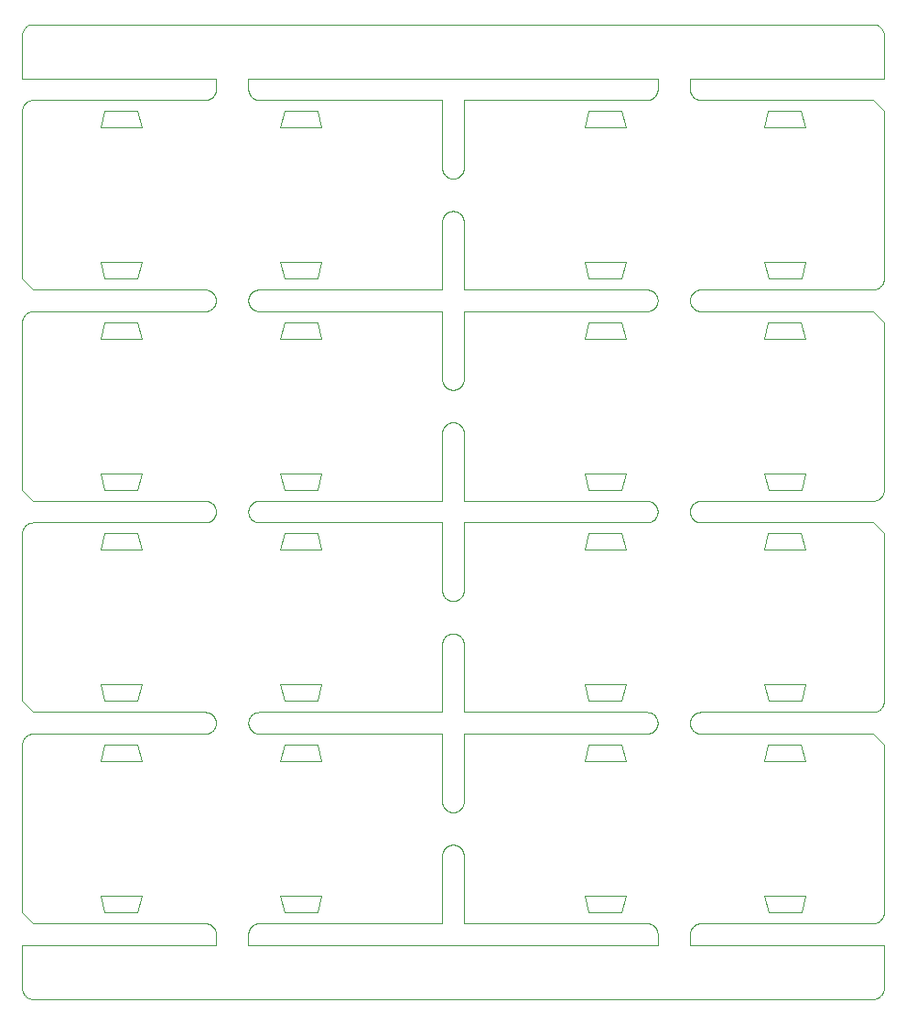
<source format=gbr>
%TF.GenerationSoftware,KiCad,Pcbnew,(6.0.10)*%
%TF.CreationDate,2023-02-03T22:17:50+05:30*%
%TF.ProjectId,Diplexer Panel,4469706c-6578-4657-9220-50616e656c2e,rev?*%
%TF.SameCoordinates,Original*%
%TF.FileFunction,Profile,NP*%
%FSLAX46Y46*%
G04 Gerber Fmt 4.6, Leading zero omitted, Abs format (unit mm)*
G04 Created by KiCad (PCBNEW (6.0.10)) date 2023-02-03 22:17:50*
%MOMM*%
%LPD*%
G01*
G04 APERTURE LIST*
%TA.AperFunction,Profile*%
%ADD10C,0.100000*%
%TD*%
G04 APERTURE END LIST*
D10*
X148267236Y-34235533D02*
X148243251Y-34229478D01*
X170471168Y-84297423D02*
X170478402Y-84273766D01*
X130348188Y-44550683D02*
X130372381Y-44545519D01*
X170796606Y-26773010D02*
X170777827Y-26757208D01*
X149402484Y-76884277D02*
X149412862Y-76906733D01*
X148868645Y-53718570D02*
X148845901Y-53727270D01*
X170871548Y-46354863D02*
X170851217Y-46340771D01*
X149500000Y-38263000D02*
X149500000Y-44526000D01*
X130495435Y-26997290D02*
X130470982Y-26995184D01*
X148487728Y-73314924D02*
X148462998Y-73314315D01*
X147605143Y-53235354D02*
X147594540Y-53213432D01*
X166455735Y-85577694D02*
X166431000Y-85578000D01*
X147500000Y-38263000D02*
X147500305Y-38238264D01*
X148080562Y-37355215D02*
X148103145Y-37345118D01*
X130569000Y-44526000D02*
X147500000Y-44526000D01*
X129780653Y-103488768D02*
X129795989Y-103469606D01*
X109347715Y-20043059D02*
X109255316Y-20076120D01*
X149431937Y-37900380D02*
X149440621Y-37923543D01*
X167159664Y-64367129D02*
X167176382Y-64385362D01*
X171356852Y-44528752D02*
X171381543Y-44527223D01*
X147644482Y-33780773D02*
X147631936Y-33759453D01*
X171356852Y-85575247D02*
X171332207Y-85573108D01*
X187926408Y-63869895D02*
X187967899Y-63839428D01*
X129893122Y-64314985D02*
X129911560Y-64298492D01*
X170440228Y-65187545D02*
X170437179Y-65162996D01*
X170623405Y-44936262D02*
X170638239Y-44916466D01*
X149456259Y-37970479D02*
X149463202Y-37994222D01*
X126168759Y-85378180D02*
X126148782Y-85392771D01*
X171211898Y-103128297D02*
X171235909Y-103123214D01*
X148108829Y-53709318D02*
X148086536Y-53699520D01*
X148985593Y-92715184D02*
X148963820Y-92726929D01*
X109253334Y-27082338D02*
X109206559Y-27103830D01*
X188350283Y-43663850D02*
X188356787Y-43612787D01*
X130072546Y-44657936D02*
X130094171Y-44645921D01*
X129930400Y-46295538D02*
X129911560Y-46279507D01*
X130116085Y-64160445D02*
X130138277Y-64149515D01*
X167120540Y-103379752D02*
X167138106Y-103396893D01*
X126400469Y-103548429D02*
X126413853Y-103569002D01*
X166651811Y-83602683D02*
X166675869Y-83608443D01*
X170871548Y-64223136D02*
X170892222Y-64209551D01*
X147524683Y-72535811D02*
X147519519Y-72511618D01*
X171186130Y-46495556D02*
X171162222Y-46489202D01*
X167387940Y-103813715D02*
X167394776Y-103837287D01*
X125789811Y-66027316D02*
X125765618Y-66032480D01*
X167421771Y-84442454D02*
X167424820Y-84467003D01*
X171114914Y-64103269D02*
X171138479Y-64095740D01*
X108638000Y-43510000D02*
X109654000Y-44526000D01*
X166650101Y-103128297D02*
X166673980Y-103133968D01*
X149139714Y-53557612D02*
X149120809Y-53572961D01*
X125569000Y-44526000D02*
X125593735Y-44526305D01*
X188362000Y-25000000D02*
X188362000Y-21000000D01*
X148708635Y-76337006D02*
X148732763Y-76342466D01*
X126144808Y-26817584D02*
X126124570Y-26831469D01*
X129861893Y-26707106D02*
X129844752Y-26689540D01*
X170486219Y-64724296D02*
X170494614Y-64701026D01*
X166578886Y-64062995D02*
X166603305Y-64066956D01*
X148732763Y-73287533D02*
X148708635Y-73292993D01*
X129733226Y-85127074D02*
X129719900Y-85106233D01*
X126103997Y-103259146D02*
X126124570Y-103272530D01*
X126258540Y-103379752D02*
X126276106Y-103396893D01*
X188243921Y-109575396D02*
X188285879Y-109486683D01*
X126496417Y-84203971D02*
X126505385Y-84227026D01*
X126450921Y-103632603D02*
X126462224Y-103654388D01*
X148125971Y-34190417D02*
X148103145Y-34180881D01*
X126086773Y-64196482D02*
X126107777Y-64209551D01*
X126390935Y-84008419D02*
X126404773Y-84028925D01*
X170851217Y-46340771D02*
X170831240Y-46326180D01*
X108883101Y-46880205D02*
X108850571Y-46920100D01*
X109500149Y-85589716D02*
X109449480Y-85598797D01*
X170978085Y-64160445D02*
X171000277Y-64149515D01*
X166927453Y-83709936D02*
X166948773Y-83722482D01*
X109301137Y-66115243D02*
X109253334Y-66134338D01*
X166905828Y-65932078D02*
X166883914Y-65943554D01*
X126559771Y-45390454D02*
X126562820Y-45415003D01*
X166969777Y-83735551D02*
X166990451Y-83749136D01*
X109602540Y-66053304D02*
X109551212Y-66057212D01*
X171094110Y-103162455D02*
X171117318Y-103154471D01*
X170657989Y-26634393D02*
X170642653Y-26615231D01*
X170569094Y-45018931D02*
X170581900Y-44997766D01*
X129602521Y-45269251D02*
X129609168Y-45245423D01*
X148315619Y-92823854D02*
X148291364Y-92818993D01*
X108864989Y-109738393D02*
X108930893Y-109811106D01*
X129586145Y-84762380D02*
X129581884Y-84738011D01*
X149402484Y-72745722D02*
X149391554Y-72767914D01*
X170831240Y-65852180D02*
X170811630Y-65837099D01*
X149497247Y-72389147D02*
X149495108Y-72413792D01*
X129733226Y-65601074D02*
X129719900Y-65580233D01*
X125885085Y-83629269D02*
X125908456Y-83637378D01*
X147501223Y-77265543D02*
X147502752Y-77240852D01*
X167106877Y-83840985D02*
X167124901Y-83857929D01*
X126561479Y-103981589D02*
X126564184Y-104005982D01*
X147536797Y-92109777D02*
X147530443Y-92085869D01*
X149463202Y-77046222D02*
X149469556Y-77070130D01*
X148500074Y-53789074D02*
X148500000Y-53795136D01*
X130119388Y-26893224D02*
X130097603Y-26881921D01*
X170448145Y-84762380D02*
X170443884Y-84738011D01*
X167413854Y-65236380D02*
X167408993Y-65260635D01*
X166790895Y-26932992D02*
X166767889Y-26941544D01*
X149049074Y-34098773D02*
X149028233Y-34112099D01*
X167394776Y-103837287D02*
X167401031Y-103861019D01*
X126021914Y-85469554D02*
X125999722Y-85480484D01*
X148609459Y-53782991D02*
X148585224Y-53785361D01*
X148610996Y-76321179D02*
X148635545Y-76324228D01*
X109654000Y-27000000D02*
X109602540Y-27001304D01*
X126107777Y-64209551D02*
X126128451Y-64223136D01*
X166770456Y-85518621D02*
X166747085Y-85526730D01*
X108756078Y-109575396D02*
X108806530Y-109659570D01*
X167431074Y-65052074D02*
X167430924Y-65064271D01*
X167375780Y-45853703D02*
X167367385Y-45876973D01*
X129934606Y-26773010D02*
X129915827Y-26757208D01*
X171210188Y-83602683D02*
X171234381Y-83597519D01*
X148963820Y-95955070D02*
X148985593Y-95966815D01*
X149244801Y-57121714D02*
X149260829Y-57140047D01*
X126568924Y-84565728D02*
X126569074Y-84577925D01*
X170581900Y-65580233D02*
X170569094Y-65559068D01*
X148957301Y-56899688D02*
X148978820Y-56911087D01*
X167006808Y-26817584D02*
X166986570Y-26831469D01*
X129632614Y-45175026D02*
X129641582Y-45151971D01*
X125692377Y-46518359D02*
X125667792Y-46521108D01*
X171162222Y-85541202D02*
X171138479Y-85534259D01*
X149495108Y-33361792D02*
X149492359Y-33386377D01*
X126539031Y-26242980D02*
X126532776Y-26266712D01*
X149456259Y-72607520D02*
X149448730Y-72631085D01*
X148014406Y-76440815D02*
X148036179Y-76429070D01*
X170533868Y-65493764D02*
X170523215Y-65471437D01*
X149498814Y-52837684D02*
X149497332Y-52861990D01*
X166813683Y-26923879D02*
X166790895Y-26932992D01*
X171138479Y-66008259D02*
X171114914Y-66000730D01*
X126258540Y-26724247D02*
X126240558Y-26740951D01*
X125837777Y-64088797D02*
X125861520Y-64095740D01*
X147608445Y-96388085D02*
X147619921Y-96366171D01*
X147507640Y-33386377D02*
X147504891Y-33361792D01*
X170916897Y-103246271D02*
X170938101Y-103233913D01*
X170431684Y-84615001D02*
X170431075Y-84590271D01*
X170669355Y-64404004D02*
X170685617Y-64385362D01*
X125716886Y-85567004D02*
X125692377Y-85570359D01*
X109500149Y-66063716D02*
X109449480Y-66072797D01*
X147619921Y-76840171D02*
X147631936Y-76818546D01*
X166553410Y-103111520D02*
X166577730Y-103114823D01*
X129588214Y-103908909D02*
X129593297Y-103884898D01*
X167292905Y-65559068D02*
X167280099Y-65580233D01*
X149041622Y-53629621D02*
X149020993Y-53642560D01*
X148850973Y-95904614D02*
X148874028Y-95913582D01*
X129993191Y-103286415D02*
X130013429Y-103272530D01*
X147723594Y-53419233D02*
X147708478Y-53400141D01*
X108638000Y-63036000D02*
X109654000Y-64052000D01*
X149489344Y-57643407D02*
X149492596Y-57667540D01*
X126361760Y-83968466D02*
X126376594Y-83988262D01*
X129893122Y-46263014D02*
X129875098Y-46246070D01*
X148172296Y-95896219D02*
X148195766Y-95888402D01*
X147519519Y-92037618D02*
X147514956Y-92013305D01*
X170569094Y-84070931D02*
X170581900Y-84049766D01*
X171235909Y-103123214D02*
X171260038Y-103118722D01*
X166883914Y-65943554D02*
X166861722Y-65954484D01*
X147640110Y-53299479D02*
X147627935Y-53278390D01*
X126562820Y-64941003D02*
X126565262Y-64965620D01*
X171022733Y-64139137D02*
X171045439Y-64129317D01*
X166861722Y-85480484D02*
X166839266Y-85490862D01*
X126505385Y-84227026D02*
X126513780Y-84250296D01*
X170573271Y-26514102D02*
X170560913Y-26492898D01*
X126454929Y-84114179D02*
X126466131Y-84136235D01*
X167358417Y-45900028D02*
X167348881Y-45922854D01*
X148874028Y-92768417D02*
X148850973Y-92777385D01*
X130494852Y-64054752D02*
X130519543Y-64053223D01*
X167380528Y-26313681D02*
X167372544Y-26336889D01*
X126168759Y-46326180D02*
X126148782Y-46340771D01*
X170595226Y-44976925D02*
X170609064Y-44956419D01*
X171258694Y-44540956D02*
X171283113Y-44536995D01*
X148708635Y-34240993D02*
X148684380Y-34245854D01*
X170545070Y-85041820D02*
X170533868Y-85019764D01*
X149147995Y-37501355D02*
X149166637Y-37517617D01*
X148919437Y-76407215D02*
X148941764Y-76417868D01*
X149480480Y-38066381D02*
X149485043Y-38090694D01*
X129569684Y-45563001D02*
X129569075Y-45538271D01*
X166455541Y-103104301D02*
X166480067Y-103105204D01*
X166480456Y-66050776D02*
X166455735Y-66051694D01*
X125667792Y-44530891D02*
X125692377Y-44533640D01*
X129569000Y-25006136D02*
X129568925Y-25000074D01*
X167334989Y-103676444D02*
X167345209Y-103698758D01*
X148270621Y-53762337D02*
X148246988Y-53756463D01*
X170503582Y-45151971D02*
X170513118Y-45129145D01*
X148756748Y-37296521D02*
X148780576Y-37303168D01*
X126454929Y-65515820D02*
X126443184Y-65537593D01*
X132514000Y-88118000D02*
X132514000Y-88118000D01*
X129807355Y-46173995D02*
X129791559Y-46154957D01*
X149342448Y-37724222D02*
X149355517Y-37745226D01*
X147992931Y-95979094D02*
X148014406Y-95966815D01*
X148223506Y-53750015D02*
X148200188Y-53742998D01*
X166770456Y-65992621D02*
X166747085Y-66000730D01*
X126065453Y-83709936D02*
X126086773Y-83722482D01*
X149402484Y-92271722D02*
X149391554Y-92293914D01*
X149500000Y-96841000D02*
X149500000Y-103104000D01*
X149492359Y-91964377D02*
X149489004Y-91988886D01*
X126568315Y-45563001D02*
X126567094Y-45587709D01*
X187448787Y-83572787D02*
X187499850Y-83566283D01*
X167338784Y-84158562D02*
X167348881Y-84181145D01*
X149431937Y-92203619D02*
X149422682Y-92226560D01*
X171284269Y-103114823D02*
X171308589Y-103111520D01*
X125861520Y-66008259D02*
X125837777Y-66015202D01*
X125813869Y-46495556D02*
X125789811Y-46501316D01*
X170609064Y-65621580D02*
X170595226Y-65601074D01*
X170690048Y-26671558D02*
X170673791Y-26653172D01*
X160676000Y-61512000D02*
X164486000Y-61512000D01*
X108670433Y-86339337D02*
X108658797Y-86389480D01*
X126568924Y-84590271D02*
X126568315Y-84615001D01*
X170523215Y-64632562D02*
X170533868Y-64610235D01*
X125716886Y-64062995D02*
X125741305Y-64066956D01*
X188116898Y-102749794D02*
X188149428Y-102709899D01*
X148635545Y-95850228D02*
X148660011Y-95853884D01*
X109206559Y-27103830D02*
X109160933Y-27127663D01*
X149166637Y-37517617D02*
X149184870Y-37534335D01*
X188285879Y-109486683D02*
X188318940Y-109394284D01*
X170702335Y-65736870D02*
X170685617Y-65718637D01*
X109347715Y-20043059D02*
X109347715Y-20043059D01*
X130160733Y-46438862D02*
X130138277Y-46428484D01*
X177313000Y-41986000D02*
X181123000Y-41986000D01*
X149237014Y-76639122D02*
X149253507Y-76657560D01*
X149285099Y-96221630D02*
X149300180Y-96241240D01*
X149470495Y-53030119D02*
X149464336Y-53053679D01*
X149412862Y-76906733D02*
X149422682Y-76929439D01*
X187346000Y-46526000D02*
X171431000Y-46526000D01*
X149412862Y-37854733D02*
X149422682Y-37877439D01*
X148243251Y-34229478D02*
X148219423Y-34222831D01*
X130163758Y-103189790D02*
X130186316Y-103180120D01*
X177287600Y-68592000D02*
X177287600Y-68592000D01*
X188350283Y-82715850D02*
X188356787Y-82664787D01*
X167338784Y-45106562D02*
X167348881Y-45129145D01*
X126346440Y-46154957D02*
X126330644Y-46173995D01*
X166651811Y-46501316D02*
X166627618Y-46506480D01*
X147730461Y-72953599D02*
X147714900Y-72934369D01*
X147714900Y-96221630D02*
X147730461Y-96202400D01*
X148042698Y-53678311D02*
X148021179Y-53666912D01*
X126575136Y-45526000D02*
X126575136Y-45526000D01*
X147815129Y-73043664D02*
X147797314Y-73026500D01*
X108658797Y-66863480D02*
X108649716Y-66914149D01*
X166455735Y-44526305D02*
X166480456Y-44527223D01*
X109166603Y-20118078D02*
X109082429Y-20168530D01*
X149237014Y-96165122D02*
X149253507Y-96183560D01*
X147504740Y-52886253D02*
X147502667Y-52861990D01*
X170507120Y-103721316D02*
X170516790Y-103698758D01*
X130276479Y-66008259D02*
X130252914Y-66000730D01*
X125837777Y-66015202D02*
X125813869Y-66021556D01*
X170523215Y-45106562D02*
X170533868Y-45084235D01*
X126565262Y-45612379D02*
X126562820Y-45636996D01*
X129636007Y-103744104D02*
X129645120Y-103721316D01*
X126528831Y-64771423D02*
X126535478Y-64795251D01*
X170556815Y-85063593D02*
X170545070Y-85041820D01*
X187917570Y-20168530D02*
X187833396Y-20118078D01*
X170464521Y-65308748D02*
X170458466Y-65284763D01*
X188069106Y-20292893D02*
X187996393Y-20226989D01*
X166990451Y-65880863D02*
X166969777Y-65894448D01*
X148500074Y-56788925D02*
X148512271Y-56789075D01*
X129575179Y-64941003D02*
X129578228Y-64916454D01*
X167372544Y-26336889D02*
X167363992Y-26359895D01*
X166675869Y-44556443D02*
X166699777Y-44562797D01*
X108917610Y-66368009D02*
X108883101Y-66406205D01*
X148776493Y-56827984D02*
X148799811Y-56835001D01*
X187793440Y-83474169D02*
X187839066Y-83450336D01*
X129707094Y-46033068D02*
X129694815Y-46011593D01*
X147685228Y-76735217D02*
X147699819Y-76715240D01*
X129602521Y-64795251D02*
X129609168Y-64771423D01*
X147930419Y-96019064D02*
X147950925Y-96005226D01*
X167358417Y-45151971D02*
X167367385Y-45175026D01*
X149253507Y-96183560D02*
X149269538Y-96202400D01*
X125789811Y-83602683D02*
X125813869Y-83608443D01*
X170811630Y-85363099D02*
X170792400Y-85347538D01*
X148058235Y-95943868D02*
X148080562Y-95933215D01*
X109082429Y-109935469D02*
X109166603Y-109985921D01*
X149440621Y-33602456D02*
X149431937Y-33625619D01*
X126567795Y-26049067D02*
X126566290Y-26073564D01*
X126188369Y-64266900D02*
X126207599Y-64282461D01*
X147619921Y-33737828D02*
X147608445Y-33715914D01*
X187967899Y-102891428D02*
X188007794Y-102858898D01*
X149069580Y-34084935D02*
X149049074Y-34098773D01*
X170916897Y-26857728D02*
X170896002Y-26844853D01*
X149476078Y-53006417D02*
X149470495Y-53030119D01*
X125715730Y-103114823D02*
X125739961Y-103118722D01*
X108643212Y-66965212D02*
X108639304Y-67016540D01*
X129579823Y-26146730D02*
X129576520Y-26122410D01*
X170513118Y-65448854D02*
X170503582Y-65426028D01*
X129641582Y-65426028D02*
X129632614Y-65402973D01*
X149500000Y-57789000D02*
X149500000Y-64052000D01*
X125788101Y-103128297D02*
X125811980Y-103133968D01*
X130278715Y-26956940D02*
X130255318Y-26949528D01*
X126168759Y-44725819D02*
X126188369Y-44740900D01*
X126532776Y-26266712D02*
X126525940Y-26290284D01*
X125593735Y-85577694D02*
X125569000Y-85578000D01*
X149434024Y-57431789D02*
X149442445Y-57454638D01*
X171381932Y-26998795D02*
X171357435Y-26997290D01*
X170737098Y-46246070D02*
X170719499Y-46228685D01*
X148267236Y-76342466D02*
X148291364Y-76337006D01*
X167431074Y-65051925D02*
X167437136Y-65052000D01*
X167252935Y-44956419D02*
X167266773Y-44976925D01*
X166965997Y-103259146D02*
X166986570Y-103272530D01*
X109206559Y-46629830D02*
X109160933Y-46653663D01*
X147640110Y-57278520D02*
X147652795Y-57257733D01*
X148499925Y-34263074D02*
X148487728Y-34262924D01*
X148177047Y-56842584D02*
X148200188Y-56835001D01*
X167367385Y-65402973D02*
X167358417Y-65426028D01*
X147631936Y-72811453D02*
X147619921Y-72789828D01*
X130186316Y-26923879D02*
X130163758Y-26914209D01*
X129624219Y-84905703D02*
X129616402Y-84882233D01*
X147652795Y-57257733D02*
X147665982Y-57237262D01*
X125954560Y-85500682D02*
X125931619Y-85509937D01*
X171234381Y-64071519D02*
X171258694Y-64066956D01*
X147779929Y-92534901D02*
X147762985Y-92516877D01*
X148684380Y-73297854D02*
X148660011Y-73302115D01*
X149480480Y-96644381D02*
X149485043Y-96668694D01*
X148780576Y-73274831D02*
X148756748Y-73281478D01*
X170755122Y-65789014D02*
X170737098Y-65772070D01*
X147699819Y-92440759D02*
X147685228Y-92420782D01*
X148537001Y-37263684D02*
X148561709Y-37264905D01*
X170431075Y-84590271D02*
X170430925Y-84578074D01*
X167358417Y-64677971D02*
X167367385Y-64701026D01*
X130519543Y-85576776D02*
X130494852Y-85575247D01*
X126418099Y-64523766D02*
X126430905Y-64544931D01*
X149485506Y-52958639D02*
X149481083Y-52982585D01*
X170831240Y-64251819D02*
X170851217Y-64237228D01*
X170431684Y-45563001D02*
X170431075Y-45538271D01*
X170453006Y-45317364D02*
X170458466Y-45293236D01*
X148919437Y-95933215D02*
X148941764Y-95943868D01*
X170453006Y-84369364D02*
X170458466Y-84345236D01*
X129875098Y-44805929D02*
X129893122Y-44788985D01*
X187448787Y-103098787D02*
X187499850Y-103092283D01*
X149480480Y-33459618D02*
X149475316Y-33483811D01*
X170435815Y-26098017D02*
X170433709Y-26073564D01*
X130206380Y-64120062D02*
X130229543Y-64111378D01*
X147568062Y-76952380D02*
X147577317Y-76929439D01*
X149342448Y-33801777D02*
X149328863Y-33822451D01*
X126346440Y-83949042D02*
X126361760Y-83968466D01*
X187917570Y-109935469D02*
X187996393Y-109877010D01*
X188315405Y-43814152D02*
X188329566Y-43764662D01*
X149480480Y-77118381D02*
X149485043Y-77142694D01*
X170706752Y-26689540D02*
X170690048Y-26671558D01*
X109003606Y-109877010D02*
X109082429Y-109935469D01*
X167429094Y-84516290D02*
X167430315Y-84540998D01*
X126454929Y-45062179D02*
X126466131Y-45084235D01*
X147507640Y-96717622D02*
X147510995Y-96693113D01*
X170458466Y-84810763D02*
X170453006Y-84786635D01*
X166601961Y-26985277D02*
X166577730Y-26989176D01*
X148780576Y-95881168D02*
X148804233Y-95888402D01*
X148364454Y-95850228D02*
X148389003Y-95847179D01*
X167030759Y-83777819D02*
X167050369Y-83792900D01*
X170595226Y-85127074D02*
X170581900Y-85106233D01*
X170556815Y-45040406D02*
X170569094Y-45018931D01*
X129583722Y-26170961D02*
X129579823Y-26146730D01*
X125741305Y-85563043D02*
X125716886Y-85567004D01*
X148827703Y-95896219D02*
X148850973Y-95904614D01*
X116283400Y-43510000D02*
X115902400Y-41986000D01*
X188069106Y-109811106D02*
X188135010Y-109738393D01*
X109032100Y-66264571D02*
X108992205Y-66297101D01*
X171138479Y-46482259D02*
X171114914Y-46474730D01*
X166504564Y-26997290D02*
X166480067Y-26998795D01*
X148500000Y-37256863D02*
X148500000Y-37256863D01*
X126476784Y-45106562D02*
X126486881Y-45129145D01*
X147652795Y-53320266D02*
X147640110Y-53299479D01*
X149328863Y-76755548D02*
X149342448Y-76776222D01*
X170432905Y-45464290D02*
X170434737Y-45439620D01*
X126184231Y-26788346D02*
X126164699Y-26803207D01*
X188362000Y-43510000D02*
X188362000Y-28016000D01*
X164105000Y-43510000D02*
X161057000Y-43510000D01*
X148845901Y-53727270D02*
X148822952Y-53735415D01*
X149463202Y-33531777D02*
X149456259Y-33555520D01*
X125643147Y-46523247D02*
X125618456Y-46524776D01*
X126559771Y-84713545D02*
X126556115Y-84738011D01*
X108741830Y-27568559D02*
X108720338Y-27615334D01*
X129807355Y-64404004D02*
X129823617Y-64385362D01*
X126486881Y-64655145D02*
X126496417Y-64677971D01*
X126492879Y-26382683D02*
X126483209Y-26405241D01*
X167431074Y-84578074D02*
X167430924Y-84590271D01*
X148014406Y-92715184D02*
X147992931Y-92702905D01*
X147723594Y-57158766D02*
X147739170Y-57140047D01*
X130494852Y-66049247D02*
X130470207Y-66047108D01*
X136324000Y-61512000D02*
X135943000Y-63036000D01*
X149000055Y-56923006D02*
X149020993Y-56935439D01*
X126314382Y-46192637D02*
X126297664Y-46210870D01*
X148267236Y-73287533D02*
X148243251Y-73281478D01*
X177313000Y-61512000D02*
X181123000Y-61512000D01*
X130160733Y-44613137D02*
X130183439Y-44603317D01*
X171186130Y-83608443D02*
X171210188Y-83602683D01*
X160676000Y-68592000D02*
X161057000Y-67068000D01*
X170978085Y-44634445D02*
X171000277Y-44623515D01*
X129609168Y-64771423D02*
X129616402Y-64747766D01*
X170533868Y-85019764D02*
X170523215Y-84997437D01*
X148064488Y-56888817D02*
X148086536Y-56878479D01*
X148463384Y-53788329D02*
X148439062Y-53787141D01*
X167354879Y-26382683D02*
X167345209Y-26405241D01*
X188135010Y-20365606D02*
X188069106Y-20292893D01*
X167431000Y-104104000D02*
X167431000Y-105097863D01*
X170431301Y-26024541D02*
X170431000Y-26000000D01*
X166554377Y-44533640D02*
X166578886Y-44536995D01*
X149355517Y-72832773D02*
X149342448Y-72853777D01*
X130141444Y-103200010D02*
X130163758Y-103189790D01*
X149276405Y-53419233D02*
X149260829Y-53437952D01*
X109301137Y-85641243D02*
X109253334Y-85660338D01*
X166883914Y-44634445D02*
X166905828Y-44645921D01*
X129707094Y-45018931D02*
X129719900Y-44997766D01*
X167106877Y-44788985D02*
X167124901Y-44805929D01*
X170586146Y-26534997D02*
X170573271Y-26514102D01*
X147971766Y-76465900D02*
X147992931Y-76453094D01*
X129915827Y-26757208D02*
X129897441Y-26740951D01*
X187397459Y-103102695D02*
X187448787Y-103098787D01*
X148780576Y-92800831D02*
X148756748Y-92807478D01*
X149101535Y-56990154D02*
X149120809Y-57005038D01*
X148246988Y-56821536D02*
X148270621Y-56815662D01*
X148919437Y-34170784D02*
X148896854Y-34180881D01*
X129598968Y-26242980D02*
X129593297Y-26219101D01*
X167266773Y-84028925D02*
X167280099Y-84049766D01*
X129911560Y-65805507D02*
X129893122Y-65789014D01*
X170851217Y-65866771D02*
X170831240Y-65852180D01*
X108658797Y-27811480D02*
X108649716Y-27862149D01*
X149320335Y-53360882D02*
X149306167Y-53380687D01*
X188193469Y-20444429D02*
X188135010Y-20365606D01*
X126521597Y-65356233D02*
X126513780Y-65379703D01*
X149220070Y-92534901D02*
X149202685Y-92552500D01*
X125954560Y-64129317D02*
X125977266Y-64139137D01*
X148500000Y-56782863D02*
X148500074Y-56788925D01*
X171138479Y-83621740D02*
X171162222Y-83614797D01*
X147524683Y-77094188D02*
X147530443Y-77070130D01*
X148635545Y-92831771D02*
X148610996Y-92834820D01*
X108883101Y-66406205D02*
X108850571Y-66446100D01*
X148919437Y-92748784D02*
X148896854Y-92758881D01*
X170513118Y-45922854D02*
X170503582Y-45900028D01*
X147971766Y-73164099D02*
X147950925Y-73150773D01*
X130324130Y-64082443D02*
X130348188Y-64076683D01*
X148014406Y-34137184D02*
X147992931Y-34124905D01*
X149020993Y-53642560D02*
X149000055Y-53654993D01*
X167301086Y-26492898D02*
X167288728Y-26514102D01*
X125837777Y-85541202D02*
X125813869Y-85547556D01*
X130206380Y-46457937D02*
X130183439Y-46448682D01*
X170507120Y-26382683D02*
X170498007Y-26359895D01*
X129569075Y-65039728D02*
X129569684Y-65014998D01*
X188179895Y-102668408D02*
X188208222Y-102625427D01*
X166577730Y-103114823D02*
X166601961Y-103118722D01*
X171258694Y-66037043D02*
X171234381Y-66032480D01*
X181123000Y-41986000D02*
X181123000Y-41986000D01*
X171406264Y-46525694D02*
X171381543Y-46524776D01*
X108883101Y-27354205D02*
X108850571Y-27394100D01*
X148499925Y-95840925D02*
X148500000Y-95834863D01*
X164105000Y-67068000D02*
X164486000Y-68592000D01*
X126280500Y-65754685D02*
X126262901Y-65772070D01*
X147762985Y-33938877D02*
X147746492Y-33920439D01*
X126454929Y-64588179D02*
X126466131Y-64610235D01*
X188116898Y-83223794D02*
X188149428Y-83183899D01*
X171186130Y-85547556D02*
X171162222Y-85541202D01*
X130569000Y-103104000D02*
X147500000Y-103104000D01*
X129949630Y-46311099D02*
X129930400Y-46295538D01*
X166554377Y-64059640D02*
X166578886Y-64062995D01*
X167046231Y-103315653D02*
X167065393Y-103330989D01*
X130324130Y-46495556D02*
X130300222Y-46489202D01*
X166816560Y-46448682D02*
X166793619Y-46457937D01*
X170448145Y-64867619D02*
X170453006Y-64843364D01*
X126476784Y-45945437D02*
X126466131Y-45967764D01*
X132514000Y-29540000D02*
X132895000Y-28016000D01*
X148560937Y-56790858D02*
X148585224Y-56792638D01*
X170435815Y-104005982D02*
X170438520Y-103981589D01*
X166969777Y-85420448D02*
X166948773Y-85433517D01*
X149391554Y-92293914D02*
X149380078Y-92315828D01*
X135943000Y-47542000D02*
X136324000Y-49066000D01*
X180742000Y-102088000D02*
X177694000Y-102088000D01*
X171138479Y-64095740D02*
X171162222Y-64088797D01*
X166945102Y-103246271D02*
X166965997Y-103259146D01*
X149412862Y-96432733D02*
X149422682Y-96455439D01*
X148635545Y-73305771D02*
X148610996Y-73308820D01*
X148291364Y-73292993D02*
X148267236Y-73287533D01*
X129568925Y-84578074D02*
X129562863Y-84578000D01*
X171332982Y-26995184D02*
X171308589Y-26992479D01*
X166675869Y-85547556D02*
X166651811Y-85553316D01*
X166651811Y-66027316D02*
X166627618Y-66032480D01*
X170437179Y-84467003D02*
X170440228Y-84442454D01*
X188234336Y-102581066D02*
X188258169Y-102535440D01*
X125813869Y-44556443D02*
X125837777Y-44562797D01*
X115877000Y-29540000D02*
X116258000Y-28016000D01*
X167069599Y-83808461D02*
X167088439Y-83824492D01*
X147587137Y-92249266D02*
X147577317Y-92226560D01*
X148219423Y-73274831D02*
X148195766Y-73267597D01*
X148985593Y-95966815D02*
X149007068Y-95979094D01*
X147699819Y-72914759D02*
X147685228Y-72894782D01*
X126297664Y-65736870D02*
X126280500Y-65754685D01*
X129602521Y-84321251D02*
X129609168Y-84297423D01*
X126361760Y-65661533D02*
X126346440Y-65680957D01*
X188329566Y-82816662D02*
X188341202Y-82766519D01*
X129570905Y-45464290D02*
X129572737Y-45439620D01*
X119331400Y-102088000D02*
X119331400Y-102088000D01*
X125569000Y-27000000D02*
X109654000Y-27000000D01*
X147587137Y-96432733D02*
X147597515Y-96410277D01*
X126330644Y-85225995D02*
X126314382Y-85244637D01*
X129683070Y-64588179D02*
X129694815Y-64566406D01*
X147771666Y-57103776D02*
X147788567Y-57086245D01*
X170956171Y-83697921D02*
X170978085Y-83686445D01*
X109654000Y-46526000D02*
X109602540Y-46527304D01*
X167390831Y-64771423D02*
X167397478Y-64795251D01*
X166747085Y-44577269D02*
X166770456Y-44585378D01*
X148291364Y-92818993D02*
X148267236Y-92813533D01*
X147568062Y-96478380D02*
X147577317Y-96455439D01*
X126566290Y-26073564D02*
X126564184Y-26098017D01*
X129616402Y-84882233D02*
X129609168Y-84858576D01*
X171210188Y-66027316D02*
X171186130Y-66021556D01*
X147746492Y-92498439D02*
X147730461Y-92479599D01*
X130094171Y-64171921D02*
X130116085Y-64160445D01*
X130209104Y-103171007D02*
X130232110Y-103162455D01*
X147971766Y-37413900D02*
X147992931Y-37401094D01*
X147746492Y-37605560D02*
X147762985Y-37587122D01*
X170581900Y-46054233D02*
X170569094Y-46033068D01*
X148291364Y-34240993D02*
X148267236Y-34235533D01*
X126556115Y-64891988D02*
X126559771Y-64916454D01*
X126148782Y-46340771D02*
X126128451Y-46354863D01*
X126207599Y-85347538D02*
X126188369Y-85363099D01*
X129795989Y-26634393D02*
X129780653Y-26615231D01*
X147910262Y-34070594D02*
X147890466Y-34055760D01*
X130116085Y-44634445D02*
X130138277Y-44623515D01*
X129953768Y-103315653D02*
X129973300Y-103300792D01*
X130051226Y-64196482D02*
X130072546Y-64183936D01*
X167401031Y-103861019D02*
X167406702Y-103884898D01*
X167026699Y-26803207D02*
X167006808Y-26817584D01*
X126065453Y-85446063D02*
X126043828Y-85458078D01*
X170430925Y-45526074D02*
X170424863Y-45526000D01*
X136324000Y-29540000D02*
X136324000Y-29540000D01*
X167416277Y-103933038D02*
X167420176Y-103957269D01*
X125908456Y-64111378D02*
X125931619Y-64120062D01*
X126043828Y-64171921D02*
X126065453Y-64183936D01*
X129698913Y-26492898D02*
X129687078Y-26471396D01*
X170424863Y-25000000D02*
X188362000Y-25000000D01*
X125882681Y-103154471D02*
X125905889Y-103162455D01*
X149492596Y-52910459D02*
X149489344Y-52934592D01*
X125905889Y-103162455D02*
X125928895Y-103171007D01*
X187397459Y-64050695D02*
X187448787Y-64046787D01*
X115902400Y-61512000D02*
X119712400Y-61512000D01*
X149394856Y-53235354D02*
X149383722Y-53257011D01*
X125977266Y-85490862D02*
X125954560Y-85500682D01*
X129683070Y-65515820D02*
X129671868Y-65493764D01*
X147501223Y-96791543D02*
X147502752Y-96766852D01*
X126535478Y-45782748D02*
X126528831Y-45806576D01*
X129989217Y-44711228D02*
X130009548Y-44697136D01*
X167223760Y-64442466D02*
X167238594Y-64462262D01*
X109032100Y-46738571D02*
X108992205Y-46771101D01*
X188082389Y-102787990D02*
X188116898Y-102749794D01*
X170432905Y-64990290D02*
X170434737Y-64965620D01*
X166480456Y-64053223D02*
X166505147Y-64054752D01*
X148339988Y-73302115D02*
X148315619Y-73297854D01*
X188341202Y-63240519D02*
X188350283Y-63189850D01*
X126330644Y-64404004D02*
X126346440Y-64423042D01*
X149495108Y-91939792D02*
X149492359Y-91964377D01*
X129969240Y-46326180D02*
X129949630Y-46311099D01*
X129596466Y-84345236D02*
X129602521Y-84321251D01*
X167266773Y-85127074D02*
X167252935Y-85147580D01*
X109551212Y-66057212D02*
X109500149Y-66063716D01*
X147852004Y-34024644D02*
X147833362Y-34008382D01*
X109449480Y-85598797D02*
X109399337Y-85610433D01*
X148985593Y-37388815D02*
X149007068Y-37401094D01*
X149285099Y-37643630D02*
X149300180Y-37663240D01*
X126565262Y-45439620D02*
X126567094Y-45464290D01*
X149253507Y-76657560D02*
X149269538Y-76676400D01*
X135943000Y-102088000D02*
X132895000Y-102088000D01*
X126390935Y-65621580D02*
X126376594Y-65641737D01*
X166744681Y-103154471D02*
X166767889Y-103162455D01*
X167429094Y-45587709D02*
X167427262Y-45612379D01*
X126513780Y-45198296D02*
X126521597Y-45221766D01*
X129675775Y-26449611D02*
X129665010Y-26427555D01*
X109449480Y-46546797D02*
X109399337Y-46558433D01*
X129861893Y-103396893D02*
X129879459Y-103379752D01*
X147530443Y-33507869D02*
X147524683Y-33483811D01*
X147597515Y-92271722D02*
X147587137Y-92249266D01*
X170892222Y-44683551D02*
X170913226Y-44670482D01*
X148200188Y-53742998D02*
X148177047Y-53735415D01*
X148390540Y-56795008D02*
X148414775Y-56792638D01*
X171284269Y-26989176D02*
X171260038Y-26985277D01*
X170638239Y-64442466D02*
X170653559Y-64423042D01*
X170978085Y-46417554D02*
X170956171Y-46406078D01*
X166480456Y-46524776D02*
X166455735Y-46525694D01*
X170702335Y-85262870D02*
X170685617Y-85244637D01*
X129568925Y-65051925D02*
X129569075Y-65039728D01*
X147536797Y-96572222D02*
X147543740Y-96548479D01*
X108883101Y-85932205D02*
X108850571Y-85972100D01*
X148389003Y-34256820D02*
X148364454Y-34253771D01*
X167065393Y-26773010D02*
X167046231Y-26788346D01*
X125741305Y-64066956D02*
X125765618Y-64071519D01*
X166529792Y-46521108D02*
X166505147Y-46523247D01*
X166505147Y-83580752D02*
X166529792Y-83582891D01*
X148294389Y-56810366D02*
X148318279Y-56805649D01*
X149391554Y-72767914D02*
X149380078Y-72789828D01*
X126244877Y-65789014D02*
X126226439Y-65805507D01*
X147507640Y-91964377D02*
X147504891Y-91939792D01*
X187600662Y-103071566D02*
X187650152Y-103057405D01*
X170494614Y-84227026D02*
X170503582Y-84203971D01*
X148318279Y-56805649D02*
X148342277Y-56801516D01*
X126510544Y-103767110D02*
X126518528Y-103790318D01*
X167431074Y-84577925D02*
X167437136Y-84578000D01*
X166793619Y-64120062D02*
X166816560Y-64129317D01*
X166480067Y-26998795D02*
X166455541Y-26999698D01*
X125977266Y-64139137D02*
X125999722Y-64149515D01*
X167418115Y-84417988D02*
X167421771Y-84442454D01*
X147608445Y-76862085D02*
X147619921Y-76840171D01*
X108638000Y-102088000D02*
X109654000Y-103104000D01*
X108791777Y-47004572D02*
X108765663Y-47048933D01*
X147500000Y-72315000D02*
X147500000Y-66052000D01*
X149158239Y-53541808D02*
X149139714Y-53557612D01*
X170533868Y-64610235D02*
X170545070Y-64588179D01*
X166927453Y-44657936D02*
X166948773Y-44670482D01*
X147518916Y-57595414D02*
X147523921Y-57571582D01*
X126525940Y-26290284D02*
X126518528Y-26313681D01*
X129602521Y-45782748D02*
X129596466Y-45758763D01*
X149380078Y-37788171D02*
X149391554Y-37810085D01*
X126244877Y-85315014D02*
X126226439Y-85331507D01*
X108765663Y-27522933D02*
X108741830Y-27568559D01*
X147500296Y-57764650D02*
X147501185Y-57740315D01*
X170871548Y-83749136D02*
X170892222Y-83735551D01*
X188356787Y-43612787D02*
X188360695Y-43561459D01*
X167421771Y-65187545D02*
X167418115Y-65212011D01*
X188007794Y-102858898D02*
X188045990Y-102824389D01*
X129616402Y-45830233D02*
X129609168Y-45806576D01*
X147823624Y-53525557D02*
X147805890Y-53508869D01*
X109399337Y-46558433D02*
X109349847Y-46572594D01*
X166969777Y-64209551D02*
X166990451Y-64223136D01*
X109399337Y-27032433D02*
X109349847Y-27046594D01*
X167328131Y-64610235D02*
X167338784Y-64632562D01*
X166861722Y-64149515D02*
X166883914Y-64160445D01*
X170773560Y-46279507D02*
X170755122Y-46263014D01*
X129930400Y-44756461D02*
X129949630Y-44740900D01*
X166455735Y-66051694D02*
X166431000Y-66052000D01*
X147584474Y-53191259D02*
X147574950Y-53168847D01*
X170581900Y-64523766D02*
X170595226Y-64502925D01*
X166627618Y-64071519D02*
X166651811Y-64076683D01*
X132895000Y-28016000D02*
X135943000Y-28016000D01*
X188149428Y-63657899D02*
X188179895Y-63616408D01*
X167408993Y-84786635D02*
X167403533Y-84810763D01*
X129598968Y-103861019D02*
X129605223Y-103837287D01*
X149089737Y-92648594D02*
X149069580Y-92662935D01*
X125593541Y-26999698D02*
X125569000Y-27000000D01*
X167430315Y-45488998D02*
X167430924Y-45513728D01*
X149475316Y-77094188D02*
X149480480Y-77118381D01*
X129719900Y-85106233D02*
X129707094Y-85085068D01*
X188208222Y-44047427D02*
X188234336Y-44003066D01*
X147999944Y-56923006D02*
X148021179Y-56911087D01*
X109073591Y-85760104D02*
X109032100Y-85790571D01*
X167424820Y-45636996D02*
X167421771Y-45661545D01*
X170498007Y-103744104D02*
X170507120Y-103721316D01*
X147671136Y-33822451D02*
X147657551Y-33801777D01*
X126556115Y-84738011D02*
X126551854Y-84762380D01*
X187346000Y-103104000D02*
X187397459Y-103102695D01*
X147708478Y-57177858D02*
X147723594Y-57158766D01*
X148439062Y-53787141D02*
X148414775Y-53785361D01*
X126330644Y-46173995D02*
X126314382Y-46192637D01*
X166965997Y-26844853D02*
X166945102Y-26857728D01*
X167124901Y-65772070D02*
X167106877Y-65789014D01*
X170478402Y-64747766D02*
X170486219Y-64724296D01*
X148985593Y-73189184D02*
X148963820Y-73200929D01*
X129761405Y-64462262D02*
X129776239Y-64442466D01*
X148536615Y-56789670D02*
X148560937Y-56790858D01*
X187793440Y-44422169D02*
X187839066Y-44398336D01*
X171307622Y-46518359D02*
X171283113Y-46515004D01*
X148462998Y-73314315D02*
X148438290Y-73313094D01*
X147568062Y-92203619D02*
X147559378Y-92180456D01*
X147693832Y-53380687D02*
X147679664Y-53360882D01*
X166675869Y-46495556D02*
X166651811Y-46501316D01*
X147514956Y-38090694D02*
X147519519Y-38066381D01*
X166880611Y-26893224D02*
X166858555Y-26903989D01*
X129596466Y-84810763D02*
X129591006Y-84786635D01*
X148500000Y-92847136D02*
X148499925Y-92841074D01*
X126535478Y-64795251D02*
X126541533Y-64819236D01*
X166529792Y-85573108D02*
X166505147Y-85575247D01*
X129733226Y-44976925D02*
X129747064Y-44956419D01*
X129776239Y-44916466D02*
X129791559Y-44897042D01*
X149481083Y-57595414D02*
X149485506Y-57619360D01*
X167413854Y-45341619D02*
X167418115Y-45365988D01*
X170773560Y-44772492D02*
X170792400Y-44756461D01*
X166723520Y-83621740D02*
X166747085Y-83629269D01*
X149425049Y-57409152D02*
X149434024Y-57431789D01*
X126040396Y-103222078D02*
X126061898Y-103233913D01*
X166747085Y-64103269D02*
X166770456Y-64111378D01*
X119331400Y-102088000D02*
X116283400Y-102088000D01*
X167010782Y-44711228D02*
X167030759Y-44725819D01*
X167124901Y-85298070D02*
X167106877Y-85315014D01*
X147504891Y-91939792D02*
X147502752Y-91915147D01*
X129893122Y-83840985D02*
X129911560Y-83824492D01*
X147510995Y-91988886D02*
X147507640Y-91964377D01*
X126496417Y-64677971D02*
X126505385Y-64701026D01*
X167142500Y-46228685D02*
X167124901Y-46246070D01*
X126357346Y-26615231D02*
X126342010Y-26634393D01*
X166927453Y-65920063D02*
X166905828Y-65932078D01*
X149253507Y-37605560D02*
X149269538Y-37624400D01*
X126567094Y-65113709D02*
X126565262Y-65138379D01*
X149166637Y-92586382D02*
X149147995Y-92602644D01*
X147762985Y-92516877D02*
X147746492Y-92498439D01*
X125789811Y-46501316D02*
X125765618Y-46506480D01*
X126226439Y-44772492D02*
X126244877Y-44788985D01*
X129911560Y-64298492D02*
X129930400Y-64282461D01*
X177694000Y-43510000D02*
X177313000Y-41986000D01*
X170545070Y-84114179D02*
X170556815Y-84092406D01*
X135943000Y-43510000D02*
X135943000Y-43510000D01*
X170673791Y-26653172D02*
X170657989Y-26634393D01*
X167428290Y-104030435D02*
X167429795Y-104054932D01*
X170430925Y-45525925D02*
X170431075Y-45513728D01*
X170478402Y-45221766D02*
X170486219Y-45198296D01*
X167403533Y-84345236D02*
X167408993Y-84369364D01*
X125569000Y-66052000D02*
X109654000Y-66052000D01*
X166673980Y-103133968D02*
X166697712Y-103140223D01*
X167338784Y-64632562D02*
X167348881Y-64655145D01*
X147992931Y-37401094D02*
X148014406Y-37388815D01*
X149431937Y-96478380D02*
X149440621Y-96501543D01*
X149355517Y-33780773D02*
X149342448Y-33801777D01*
X129776239Y-85187533D02*
X129761405Y-85167737D01*
X166529017Y-103108815D02*
X166553410Y-103111520D01*
X170719499Y-65754685D02*
X170702335Y-65736870D01*
X108684594Y-27711847D02*
X108670433Y-27761337D01*
X125885085Y-66000730D02*
X125861520Y-66008259D01*
X129627455Y-103767110D02*
X129636007Y-103744104D01*
X129568925Y-45526074D02*
X129562863Y-45526000D01*
X126168759Y-64251819D02*
X126188369Y-64266900D01*
X149495259Y-52886253D02*
X149492596Y-52910459D01*
X126505385Y-65402973D02*
X126496417Y-65426028D01*
X167176382Y-46192637D02*
X167159664Y-46210870D01*
X125885085Y-44577269D02*
X125908456Y-44585378D01*
X126539031Y-103861019D02*
X126544702Y-103884898D01*
X167208440Y-85206957D02*
X167192644Y-85225995D01*
X149260829Y-57140047D02*
X149276405Y-57158766D01*
X129609168Y-84858576D02*
X129602521Y-84834748D01*
X149492359Y-33386377D02*
X149489004Y-33410886D01*
X170489455Y-103767110D02*
X170498007Y-103744104D01*
X109255316Y-110027879D02*
X109347715Y-110060940D01*
X147910262Y-96033405D02*
X147930419Y-96019064D01*
X149306167Y-57197312D02*
X149320335Y-57217117D01*
X167430924Y-45538271D02*
X167430315Y-45563001D01*
X167397478Y-45269251D02*
X167403533Y-45293236D01*
X187883427Y-63898222D02*
X187926408Y-63869895D01*
X108638000Y-109104000D02*
X108642815Y-109202017D01*
X129572737Y-64965620D02*
X129575179Y-64941003D01*
X130116085Y-65943554D02*
X130094171Y-65932078D01*
X167219346Y-103488768D02*
X167234207Y-103508300D01*
X130470207Y-85573108D02*
X130445622Y-85570359D01*
X129893122Y-44788985D02*
X129911560Y-44772492D01*
X167316929Y-64588179D02*
X167328131Y-64610235D01*
X147730461Y-37624400D02*
X147746492Y-37605560D01*
X166627618Y-66032480D02*
X166603305Y-66037043D01*
X171162222Y-66015202D02*
X171138479Y-66008259D01*
X167324224Y-103654388D02*
X167334989Y-103676444D01*
X167046231Y-26788346D02*
X167026699Y-26803207D01*
X149495108Y-38164207D02*
X149497247Y-38188852D01*
X188318940Y-20709715D02*
X188285879Y-20617316D01*
X188356787Y-102190787D02*
X188360695Y-102139459D01*
X148963820Y-92726929D02*
X148941764Y-92738131D01*
X171307622Y-64059640D02*
X171332207Y-64056891D01*
X170613415Y-26575808D02*
X170599530Y-26555570D01*
X167155247Y-26689540D02*
X167138106Y-26707106D01*
X149492359Y-72438377D02*
X149489004Y-72462886D01*
X125593541Y-103104301D02*
X125618067Y-103105204D01*
X147551269Y-76998914D02*
X147559378Y-76975543D01*
X148125971Y-92768417D02*
X148103145Y-92758881D01*
X170638239Y-46135533D02*
X170623405Y-46115737D01*
X147500305Y-38238264D02*
X147501223Y-38213543D01*
X166990451Y-46354863D02*
X166969777Y-46368448D01*
X171114914Y-66000730D02*
X171091543Y-65992621D01*
X119331400Y-63036000D02*
X116283400Y-63036000D01*
X170719499Y-64349314D02*
X170737098Y-64331929D01*
X129624219Y-84250296D02*
X129632614Y-84227026D01*
X167238594Y-83988262D02*
X167252935Y-84008419D01*
X170638239Y-44916466D02*
X170653559Y-44897042D01*
X170569094Y-85085068D02*
X170556815Y-85063593D01*
X125835712Y-103140223D02*
X125859284Y-103147059D01*
X170434737Y-65138379D02*
X170432905Y-65113709D01*
X170433709Y-104030435D02*
X170435815Y-104005982D01*
X126361760Y-46135533D02*
X126346440Y-46154957D01*
X147644482Y-96323226D02*
X147657551Y-96302222D01*
X115877000Y-49066000D02*
X116258000Y-47542000D01*
X149497247Y-38188852D02*
X149498776Y-38213543D01*
X167238594Y-44936262D02*
X167252935Y-44956419D01*
X181123000Y-61512000D02*
X180742000Y-63036000D01*
X129675775Y-103654388D02*
X129687078Y-103632603D01*
X170627792Y-103508300D02*
X170642653Y-103488768D01*
X170956171Y-85458078D02*
X170934546Y-85446063D01*
X149101535Y-53587845D02*
X149081906Y-53602256D01*
X187600662Y-44493566D02*
X187650152Y-44479405D01*
X149334017Y-53340737D02*
X149320335Y-53360882D01*
X149500000Y-27000000D02*
X149500000Y-33263000D01*
X170723893Y-103396893D02*
X170741459Y-103379752D01*
X126262901Y-85298070D02*
X126244877Y-85315014D01*
X125789811Y-64076683D02*
X125813869Y-64082443D01*
X170486219Y-45853703D02*
X170478402Y-45830233D01*
X147860285Y-57020387D02*
X147879190Y-57005038D01*
X108850571Y-46920100D02*
X108820104Y-46961591D01*
X171381543Y-46524776D02*
X171356852Y-46523247D01*
X170657989Y-103469606D02*
X170673791Y-103450827D01*
X149089737Y-76507405D02*
X149109533Y-76522239D01*
X170755122Y-46263014D02*
X170737098Y-46246070D01*
X125999722Y-85480484D02*
X125977266Y-85490862D01*
X148512271Y-92840924D02*
X148500074Y-92841074D01*
X171188019Y-103133968D02*
X171211898Y-103128297D01*
X167106877Y-64314985D02*
X167124901Y-64331929D01*
X130030222Y-83735551D02*
X130051226Y-83722482D01*
X148891170Y-53709318D02*
X148868645Y-53718570D01*
X187650152Y-64005405D02*
X187698862Y-63988756D01*
X125813869Y-64082443D02*
X125837777Y-64088797D01*
X187839066Y-63924336D02*
X187883427Y-63898222D01*
X126528831Y-65332576D02*
X126521597Y-65356233D01*
X177668600Y-86594000D02*
X180716600Y-86594000D01*
X170471168Y-64771423D02*
X170478402Y-64747766D01*
X147746492Y-33920439D02*
X147730461Y-33901599D01*
X147631936Y-92337453D02*
X147619921Y-92315828D01*
X129645120Y-26382683D02*
X129636007Y-26359895D01*
X149202685Y-37551499D02*
X149220070Y-37569098D01*
X147930419Y-34084935D02*
X147910262Y-34070594D01*
X166923898Y-26870086D02*
X166902396Y-26881921D01*
X170503582Y-84203971D02*
X170513118Y-84181145D01*
X167397478Y-45782748D02*
X167390831Y-45806576D01*
X147797314Y-37551499D02*
X147815129Y-37534335D01*
X126400469Y-26555570D02*
X126386584Y-26575808D01*
X130421113Y-44536995D02*
X130445622Y-44533640D01*
X187346000Y-66052000D02*
X171431000Y-66052000D01*
X130276479Y-46482259D02*
X130252914Y-46474730D01*
X177287600Y-49066000D02*
X177287600Y-49066000D01*
X180742000Y-63036000D02*
X180742000Y-63036000D01*
X164105000Y-63036000D02*
X161057000Y-63036000D01*
X167348881Y-84974854D02*
X167338784Y-84997437D01*
X129875098Y-85298070D02*
X129857499Y-85280685D01*
X129719900Y-46054233D02*
X129707094Y-46033068D01*
X130326019Y-103133968D02*
X130349898Y-103128297D01*
X167124901Y-64331929D02*
X167142500Y-64349314D01*
X129897441Y-103363048D02*
X129915827Y-103346791D01*
X188315405Y-102392152D02*
X188329566Y-102342662D01*
X167084172Y-26757208D02*
X167065393Y-26773010D01*
X126065453Y-65920063D02*
X126043828Y-65932078D01*
X129661215Y-65471437D02*
X129651118Y-65448854D01*
X167266773Y-46075074D02*
X167252935Y-46095580D01*
X167204010Y-103469606D02*
X167219346Y-103488768D01*
X149497247Y-91915147D02*
X149495108Y-91939792D01*
X125765618Y-64071519D02*
X125789811Y-64076683D01*
X125643147Y-66049247D02*
X125618456Y-66050776D01*
X170759441Y-103363048D02*
X170777827Y-103346791D01*
X129989217Y-64237228D02*
X130009548Y-64223136D01*
X148413620Y-92837262D02*
X148389003Y-92834820D01*
X149300180Y-33862759D02*
X149285099Y-33882369D01*
X126083102Y-103246271D02*
X126103997Y-103259146D01*
X188285879Y-20617316D02*
X188243921Y-20528603D01*
X170431684Y-84540998D02*
X170432905Y-84516290D01*
X147551269Y-33579085D02*
X147543740Y-33555520D01*
X129568925Y-84577925D02*
X129569075Y-84565728D01*
X129671868Y-45084235D02*
X129683070Y-45062179D01*
X130348188Y-83602683D02*
X130372381Y-83597519D01*
X125861520Y-64095740D02*
X125885085Y-64103269D01*
X126430905Y-65559068D02*
X126418099Y-65580233D01*
X170831240Y-83777819D02*
X170851217Y-83763228D01*
X130421113Y-64062995D02*
X130445622Y-64059640D01*
X109654000Y-85578000D02*
X109602540Y-85579304D01*
X170938101Y-103233913D02*
X170959603Y-103222078D01*
X170513118Y-84974854D02*
X170503582Y-84952028D01*
X148633630Y-53780031D02*
X148609459Y-53782991D01*
X148267236Y-95868466D02*
X148291364Y-95863006D01*
X129586145Y-65236380D02*
X129581884Y-65212011D01*
X148561709Y-76316905D02*
X148586379Y-76318737D01*
X187499850Y-103092283D02*
X187550519Y-103083202D01*
X130569000Y-85578000D02*
X130544264Y-85577694D01*
X148850973Y-92777385D02*
X148827703Y-92785780D01*
X170431684Y-65089001D02*
X170431075Y-65064271D01*
X126486881Y-84181145D02*
X126496417Y-84203971D01*
X130206380Y-85509937D02*
X130183439Y-85500682D01*
X148756748Y-34229478D02*
X148732763Y-34235533D01*
X148827703Y-92785780D02*
X148804233Y-92793597D01*
X171431000Y-44526000D02*
X187346000Y-44526000D01*
X129569075Y-65064271D02*
X129568925Y-65052074D01*
X130445622Y-85570359D02*
X130421113Y-85567004D01*
X149405459Y-57364567D02*
X149415525Y-57386740D01*
X126443184Y-45040406D02*
X126454929Y-45062179D01*
X147524683Y-92061811D02*
X147519519Y-92037618D01*
X129593297Y-103884898D02*
X129598968Y-103861019D01*
X109399337Y-85610433D02*
X109349847Y-85624594D01*
X130138277Y-83675515D02*
X130160733Y-83665137D01*
X170481471Y-26313681D02*
X170474059Y-26290284D01*
X149049074Y-76479226D02*
X149069580Y-76493064D01*
X148657722Y-56801516D02*
X148681720Y-56805649D01*
X170737098Y-85298070D02*
X170719499Y-85280685D01*
X171381543Y-85576776D02*
X171356852Y-85575247D01*
X170773560Y-83824492D02*
X170792400Y-83808461D01*
X148708635Y-95863006D02*
X148732763Y-95868466D01*
X108658797Y-86389480D02*
X108649716Y-86440149D01*
X148560937Y-53787141D02*
X148536615Y-53788329D01*
X167030759Y-46326180D02*
X167010782Y-46340771D01*
X130097603Y-103222078D02*
X130119388Y-103210775D01*
X148985593Y-34137184D02*
X148963820Y-34148929D01*
X149220070Y-37569098D02*
X149237014Y-37587122D01*
X126568315Y-45488998D02*
X126568924Y-45513728D01*
X147644482Y-76797226D02*
X147657551Y-76776222D01*
X147971766Y-95991900D02*
X147992931Y-95979094D01*
X170581900Y-44997766D02*
X170595226Y-44976925D01*
X167383597Y-84273766D02*
X167390831Y-84297423D01*
X188362000Y-28016000D02*
X187346000Y-27000000D01*
X147730461Y-33901599D02*
X147714900Y-33882369D01*
X129588214Y-26195090D02*
X129583722Y-26170961D01*
X147958377Y-53629621D02*
X147938068Y-53616184D01*
X149440621Y-96501543D02*
X149448730Y-96524914D01*
X147514956Y-96668694D02*
X147519519Y-96644381D01*
X180742000Y-82562000D02*
X177694000Y-82562000D01*
X167413854Y-64867619D02*
X167418115Y-64891988D01*
X126144808Y-103286415D02*
X126164699Y-103300792D01*
X129571709Y-104030435D02*
X129573815Y-104005982D01*
X149007068Y-73176905D02*
X148985593Y-73189184D01*
X170533868Y-45967764D02*
X170523215Y-45945437D01*
X109638000Y-20000000D02*
X109539982Y-20004815D01*
X147714900Y-92460369D02*
X147699819Y-92440759D01*
X167424820Y-84688996D02*
X167421771Y-84713545D01*
X167420176Y-103957269D02*
X167423479Y-103981589D01*
X129707094Y-84070931D02*
X129719900Y-84049766D01*
X129747064Y-84008419D02*
X129761405Y-83988262D01*
X166948773Y-83722482D02*
X166969777Y-83735551D01*
X170792400Y-65821538D02*
X170773560Y-65805507D01*
X160676000Y-100564000D02*
X164486000Y-100564000D01*
X167292905Y-84070931D02*
X167305184Y-84092406D01*
X166793619Y-65983937D02*
X166770456Y-65992621D01*
X126128451Y-85406863D02*
X126107777Y-85420448D01*
X170437179Y-45636996D02*
X170434737Y-45612379D01*
X125996555Y-26903989D02*
X125974241Y-26914209D01*
X148822952Y-56842584D02*
X148845901Y-56850729D01*
X170430925Y-65052074D02*
X170424863Y-65052000D01*
X166505147Y-64054752D02*
X166529792Y-64056891D01*
X149049074Y-96005226D02*
X149069580Y-96019064D01*
X171022733Y-46438862D02*
X171000277Y-46428484D01*
X161057000Y-63036000D02*
X160676000Y-61512000D01*
X161057000Y-67068000D02*
X164105000Y-67068000D01*
X129823617Y-65718637D02*
X129807355Y-65699995D01*
X126521597Y-45221766D02*
X126528831Y-45245423D01*
X148315619Y-34245854D02*
X148291364Y-34240993D01*
X170653559Y-83949042D02*
X170669355Y-83930004D01*
X148014406Y-37388815D02*
X148036179Y-37377070D01*
X170443884Y-65212011D02*
X170440228Y-65187545D01*
X126443184Y-85063593D02*
X126430905Y-85085068D01*
X147519519Y-33459618D02*
X147514956Y-33435305D01*
X166554377Y-66044359D02*
X166529792Y-66047108D01*
X147992931Y-34124905D02*
X147971766Y-34112099D01*
X147551269Y-92157085D02*
X147543740Y-92133520D01*
X136324000Y-81038000D02*
X135943000Y-82562000D01*
X170424863Y-65052000D02*
X170430925Y-65051925D01*
X129857499Y-65754685D02*
X129840335Y-65736870D01*
X170653559Y-44897042D02*
X170669355Y-44878004D01*
X166723520Y-85534259D02*
X166699777Y-85541202D01*
X130051226Y-65907517D02*
X130030222Y-65894448D01*
X167088439Y-85331507D02*
X167069599Y-85347538D01*
X129572737Y-45612379D02*
X129570905Y-45587709D01*
X167069599Y-44756461D02*
X167088439Y-44772492D01*
X149469556Y-33507869D02*
X149463202Y-33531777D01*
X187698862Y-103040756D02*
X187746665Y-103021661D01*
X148660011Y-92828115D02*
X148635545Y-92831771D01*
X148195766Y-73267597D02*
X148172296Y-73259780D01*
X170595226Y-84028925D02*
X170609064Y-84008419D01*
X166723520Y-44569740D02*
X166747085Y-44577269D01*
X149300180Y-96241240D02*
X149314771Y-96261217D01*
X126262901Y-83857929D02*
X126280500Y-83875314D01*
X170956171Y-64171921D02*
X170978085Y-64160445D01*
X149498776Y-38213543D02*
X149499694Y-38238264D01*
X129780653Y-26615231D02*
X129765792Y-26595699D01*
X148957301Y-53678311D02*
X148935511Y-53689182D01*
X166529792Y-44530891D02*
X166554377Y-44533640D01*
X126466131Y-64610235D02*
X126476784Y-64632562D01*
X147890466Y-73107760D02*
X147871042Y-73092440D01*
X148537001Y-76315684D02*
X148561709Y-76316905D01*
X130054897Y-26857728D02*
X130034002Y-26844853D01*
X167431074Y-25000074D02*
X167431000Y-25006136D01*
X167234207Y-103508300D02*
X167248584Y-103528191D01*
X126207599Y-64282461D02*
X126226439Y-64298492D01*
X147762985Y-72990877D02*
X147746492Y-72972439D01*
X126128451Y-83749136D02*
X126148782Y-83763228D01*
X170609064Y-85147580D02*
X170595226Y-85127074D01*
X147574950Y-57409152D02*
X147584474Y-57386740D01*
X167252935Y-65621580D02*
X167238594Y-65641737D01*
X167305184Y-85063593D02*
X167292905Y-85085068D01*
X167223760Y-85187533D02*
X167208440Y-85206957D01*
X119712400Y-41986000D02*
X119712400Y-41986000D01*
X188357184Y-109202017D02*
X188362000Y-109104000D01*
X129572737Y-65138379D02*
X129570905Y-65113709D01*
X116258000Y-86594000D02*
X119306000Y-86594000D01*
X129953768Y-26788346D02*
X129934606Y-26773010D01*
X149422682Y-76929439D02*
X149431937Y-76952380D01*
X126568924Y-65039728D02*
X126569074Y-65051925D01*
X171431000Y-83578000D02*
X187346000Y-83578000D01*
X126430905Y-64544931D02*
X126443184Y-64566406D01*
X126568924Y-45513728D02*
X126569074Y-45525925D01*
X167413854Y-45710380D02*
X167408993Y-45734635D01*
X167280099Y-84049766D02*
X167292905Y-84070931D01*
X148684380Y-34245854D02*
X148660011Y-34250115D01*
X126466131Y-85019764D02*
X126454929Y-85041820D01*
X129562863Y-25000000D02*
X167437136Y-25000000D01*
X130519932Y-103105204D02*
X130544458Y-103104301D01*
X170453006Y-45734635D02*
X170448145Y-45710380D01*
X126472989Y-26427555D02*
X126462224Y-26449611D01*
X129605223Y-103837287D02*
X129612059Y-103813715D01*
X170440228Y-84442454D02*
X170443884Y-84417988D01*
X129569301Y-104079458D02*
X129570204Y-104054932D01*
X129897441Y-26740951D02*
X129879459Y-26724247D01*
X129570905Y-84516290D02*
X129572737Y-84491620D01*
X130372381Y-44545519D02*
X130396694Y-44540956D01*
X125691410Y-26992479D02*
X125667017Y-26995184D01*
X171381543Y-44527223D02*
X171406264Y-44526305D01*
X132514000Y-81038000D02*
X136324000Y-81038000D01*
X148315619Y-95858145D02*
X148339988Y-95853884D01*
X170441823Y-26146730D02*
X170438520Y-26122410D01*
X170486219Y-84250296D02*
X170494614Y-84227026D01*
X149184870Y-76586335D02*
X149202685Y-76603499D01*
X116258000Y-67068000D02*
X119306000Y-67068000D01*
X170431075Y-45538271D02*
X170430925Y-45526074D01*
X167408993Y-84369364D02*
X167413854Y-84393619D01*
X149475316Y-92061811D02*
X149469556Y-92085869D01*
X147992931Y-92702905D02*
X147971766Y-92690099D01*
X167292905Y-45018931D02*
X167305184Y-45040406D01*
X147502667Y-57716009D02*
X147504740Y-57691746D01*
X170653559Y-46154957D02*
X170638239Y-46135533D01*
X147597515Y-96410277D02*
X147608445Y-96388085D01*
X167354879Y-103721316D02*
X167363992Y-103744104D01*
X130544458Y-103104301D02*
X130569000Y-103104000D01*
X148681720Y-53772350D02*
X148657722Y-53776483D01*
X126551854Y-84762380D02*
X126546993Y-84786635D01*
X170741459Y-26724247D02*
X170723893Y-26707106D01*
X167292905Y-64544931D02*
X167305184Y-64566406D01*
X148913463Y-56878479D02*
X148935511Y-56888817D01*
X108820104Y-66487591D02*
X108791777Y-66530572D01*
X149202685Y-73026500D02*
X149184870Y-73043664D01*
X125789811Y-44550683D02*
X125813869Y-44556443D01*
X149500000Y-46526000D02*
X149500000Y-52789000D01*
X126244877Y-46263014D02*
X126226439Y-46279507D01*
X149244801Y-53456285D02*
X149228333Y-53474223D01*
X126443184Y-46011593D02*
X126430905Y-46033068D01*
X188298756Y-63388862D02*
X188315405Y-63340152D01*
X148413620Y-34259262D02*
X148389003Y-34256820D01*
X126466131Y-45084235D02*
X126476784Y-45106562D01*
X125691410Y-103111520D02*
X125715730Y-103114823D01*
X170549078Y-103632603D02*
X170560913Y-103611101D01*
X187996393Y-109877010D02*
X188069106Y-109811106D01*
X148941764Y-76417868D02*
X148963820Y-76429070D01*
X149422682Y-96455439D02*
X149431937Y-96478380D01*
X129930400Y-83808461D02*
X129949630Y-83792900D01*
X167192644Y-64404004D02*
X167208440Y-64423042D01*
X130009548Y-83749136D02*
X130030222Y-83735551D01*
X170737098Y-64331929D02*
X170755122Y-64314985D01*
X130094171Y-46406078D02*
X130072546Y-46394063D01*
X119687000Y-49066000D02*
X119687000Y-49066000D01*
X129719900Y-84049766D02*
X129733226Y-84028925D01*
X108638000Y-47542000D02*
X108638000Y-63036000D01*
X125741305Y-66037043D02*
X125716886Y-66041004D01*
X180742000Y-82562000D02*
X180742000Y-82562000D01*
X188149428Y-83183899D02*
X188179895Y-83142408D01*
X148125971Y-73242417D02*
X148103145Y-73232881D01*
X108638000Y-21000000D02*
X108638000Y-25000000D01*
X171045439Y-83655317D02*
X171068380Y-83646062D01*
X126569074Y-84578074D02*
X126568924Y-84590271D01*
X126546993Y-64843364D02*
X126551854Y-64867619D01*
X167358417Y-84203971D02*
X167367385Y-84227026D01*
X147519519Y-77118381D02*
X147524683Y-77094188D01*
X171091543Y-83637378D02*
X171114914Y-83629269D01*
X170934546Y-65920063D02*
X170913226Y-65907517D01*
X167155247Y-103414459D02*
X167171951Y-103432441D01*
X149147995Y-34024644D02*
X149128957Y-34040440D01*
X147507640Y-77191622D02*
X147510995Y-77167113D01*
X167375780Y-84250296D02*
X167383597Y-84273766D01*
X170569094Y-64544931D02*
X170581900Y-64523766D01*
X167069599Y-65821538D02*
X167050369Y-65837099D01*
X149328863Y-96281548D02*
X149342448Y-96302222D01*
X188329566Y-63290662D02*
X188341202Y-63240519D01*
X148512271Y-53788924D02*
X148500074Y-53789074D01*
X147542394Y-57500917D02*
X147549692Y-57477686D01*
X126521597Y-45830233D02*
X126513780Y-45853703D01*
X147693832Y-57197312D02*
X147708478Y-57177858D01*
X147568062Y-33625619D02*
X147559378Y-33602456D01*
X149328863Y-92400451D02*
X149314771Y-92420782D01*
X188298756Y-102440862D02*
X188315405Y-102392152D01*
X126559771Y-64916454D02*
X126562820Y-64941003D01*
X126575136Y-45526000D02*
X126569074Y-45526074D01*
X160676000Y-61512000D02*
X160676000Y-61512000D01*
X167192644Y-44878004D02*
X167208440Y-44897042D01*
X166431000Y-103104000D02*
X166455541Y-103104301D01*
X180742000Y-63036000D02*
X177694000Y-63036000D01*
X129609168Y-84297423D02*
X129616402Y-84273766D01*
X148462998Y-34262315D02*
X148438290Y-34261094D01*
X161057000Y-67068000D02*
X161057000Y-67068000D01*
X129761405Y-65641737D02*
X129747064Y-65621580D01*
X149328863Y-37703548D02*
X149342448Y-37724222D01*
X147631936Y-96344546D02*
X147644482Y-96323226D01*
X148438290Y-73313094D02*
X148413620Y-73311262D01*
X167431000Y-26000000D02*
X167430698Y-26024541D01*
X149500000Y-44526000D02*
X166431000Y-44526000D01*
X129569000Y-104104000D02*
X129569301Y-104079458D01*
X149448730Y-76998914D02*
X149456259Y-77022479D01*
X147500305Y-91865735D02*
X147500000Y-91841000D01*
X149463202Y-72583777D02*
X149456259Y-72607520D01*
X130494852Y-83580752D02*
X130519543Y-83579223D01*
X119331400Y-82562000D02*
X116283400Y-82562000D01*
X188258169Y-63483440D02*
X188279661Y-63436665D01*
X187839066Y-102976336D02*
X187883427Y-102950222D01*
X148919437Y-73222784D02*
X148896854Y-73232881D01*
X170424863Y-45526000D02*
X170430925Y-45525925D01*
X149380078Y-96366171D02*
X149391554Y-96388085D01*
X167428290Y-26073564D02*
X167426184Y-26098017D01*
X130372381Y-64071519D02*
X130396694Y-64066956D01*
X187744683Y-20076120D02*
X187652284Y-20043059D01*
X149498776Y-33312456D02*
X149497247Y-33337147D01*
X170478402Y-84273766D02*
X170486219Y-84250296D01*
X125618456Y-83579223D02*
X125643147Y-83580752D01*
X149431937Y-33625619D02*
X149422682Y-33648560D01*
X170792400Y-64282461D02*
X170811630Y-64266900D01*
X149456259Y-96548479D02*
X149463202Y-96572222D01*
X125618067Y-103105204D02*
X125642564Y-103106709D01*
X147518916Y-52982585D02*
X147514493Y-52958639D01*
X148500000Y-37256863D02*
X148500074Y-37262925D01*
X125861520Y-44569740D02*
X125885085Y-44577269D01*
X147852004Y-76553355D02*
X147871042Y-76537559D01*
X125643147Y-44528752D02*
X125667792Y-44530891D01*
X167348881Y-45922854D02*
X167338784Y-45945437D01*
X167429094Y-84639709D02*
X167427262Y-84664379D01*
X171356852Y-66049247D02*
X171332207Y-66047108D01*
X148103145Y-92758881D02*
X148080562Y-92748784D01*
X167345209Y-103698758D02*
X167354879Y-103721316D01*
X147679664Y-53360882D02*
X147665982Y-53340737D01*
X126404773Y-85127074D02*
X126390935Y-85147580D01*
X147500296Y-52813349D02*
X147500000Y-52789000D01*
X115902400Y-100564000D02*
X119712400Y-100564000D01*
X167084172Y-103346791D02*
X167102558Y-103363048D01*
X126518528Y-103790318D02*
X126525940Y-103813715D01*
X129795989Y-103469606D02*
X129811791Y-103450827D01*
X188360695Y-63087459D02*
X188362000Y-63036000D01*
X167312921Y-26471396D02*
X167301086Y-26492898D01*
X108657214Y-109299090D02*
X108681059Y-109394284D01*
X171357435Y-26997290D02*
X171332982Y-26995184D01*
X147507403Y-52910459D02*
X147504740Y-52886253D01*
X130183439Y-46448682D02*
X130160733Y-46438862D01*
X148364454Y-34253771D02*
X148339988Y-34250115D01*
X167403533Y-65284763D02*
X167397478Y-65308748D01*
X148729378Y-53762337D02*
X148705610Y-53767633D01*
X166699777Y-44562797D02*
X166723520Y-44569740D01*
X147671136Y-96281548D02*
X147685228Y-96261217D01*
X147543740Y-72607520D02*
X147536797Y-72583777D01*
X129578228Y-84713545D02*
X129575179Y-84688996D01*
X171381932Y-103105204D02*
X171406458Y-103104301D01*
X130445622Y-44533640D02*
X130470207Y-44530891D01*
X129949630Y-64266900D02*
X129969240Y-64251819D01*
X129893122Y-85315014D02*
X129875098Y-85298070D01*
X119712400Y-61512000D02*
X119331400Y-63036000D01*
X149372064Y-53278390D02*
X149359889Y-53299479D01*
X166505147Y-66049247D02*
X166480456Y-66050776D01*
X170623405Y-85167737D02*
X170609064Y-85147580D01*
X170690048Y-103432441D02*
X170706752Y-103414459D01*
X167429795Y-26049067D02*
X167428290Y-26073564D01*
X166816560Y-83655317D02*
X166839266Y-83665137D01*
X129828048Y-103432441D02*
X129844752Y-103414459D01*
X170773560Y-65805507D02*
X170755122Y-65789014D01*
X147699819Y-96241240D02*
X147714900Y-96221630D01*
X167424820Y-45415003D02*
X167427262Y-45439620D01*
X126103997Y-26844853D02*
X126083102Y-26857728D01*
X149269538Y-72953599D02*
X149253507Y-72972439D01*
X109551212Y-27005212D02*
X109500149Y-27011716D01*
X147910262Y-37455405D02*
X147930419Y-37441064D01*
X149440621Y-76975543D02*
X149448730Y-76998914D01*
X167238594Y-64462262D02*
X167252935Y-64482419D01*
X126018611Y-26893224D02*
X125996555Y-26903989D01*
X126565262Y-84491620D02*
X126567094Y-84516290D01*
X147644482Y-72832773D02*
X147631936Y-72811453D01*
X170494614Y-64701026D02*
X170503582Y-64677971D01*
X170513118Y-64655145D02*
X170523215Y-64632562D01*
X148850973Y-76378614D02*
X148874028Y-76387582D01*
X148780576Y-76355168D02*
X148804233Y-76362402D01*
X170494614Y-45876973D02*
X170486219Y-45853703D01*
X147685228Y-72894782D02*
X147671136Y-72874451D01*
X149184870Y-33991664D02*
X149166637Y-34008382D01*
X148172296Y-37318219D02*
X148195766Y-37310402D01*
X149475316Y-33483811D02*
X149469556Y-33507869D01*
X147971766Y-92690099D02*
X147950925Y-92676773D01*
X167234207Y-26595699D02*
X167219346Y-26615231D01*
X108954009Y-27279610D02*
X108917610Y-27316009D01*
X125908456Y-46466621D02*
X125885085Y-46474730D01*
X125716886Y-66041004D02*
X125692377Y-66044359D01*
X126569000Y-105097863D02*
X126569074Y-105103925D01*
X149128957Y-34040440D02*
X149109533Y-34055760D01*
X129568925Y-25000074D02*
X129562863Y-25000000D01*
X148660011Y-34250115D02*
X148635545Y-34253771D01*
X125837777Y-83614797D02*
X125861520Y-83621740D01*
X130348188Y-66027316D02*
X130324130Y-66021556D01*
X147523921Y-57571582D02*
X147529504Y-57547880D01*
X129586145Y-45710380D02*
X129581884Y-45686011D01*
X149495108Y-77216207D02*
X149497247Y-77240852D01*
X147852004Y-92602644D02*
X147833362Y-92586382D01*
X147594540Y-57364567D02*
X147605143Y-57342645D01*
X109160933Y-46653663D02*
X109116572Y-46679777D01*
X167328131Y-85019764D02*
X167316929Y-85041820D01*
X109349847Y-46572594D02*
X109301137Y-46589243D01*
X149237014Y-37587122D02*
X149253507Y-37605560D01*
X170440228Y-64916454D02*
X170443884Y-64891988D01*
X109253334Y-66134338D02*
X109206559Y-66155830D01*
X170432905Y-65113709D02*
X170431684Y-65089001D01*
X130445622Y-66044359D02*
X130421113Y-66041004D01*
X130373909Y-103123214D02*
X130398038Y-103118722D01*
X167390831Y-65332576D02*
X167383597Y-65356233D01*
X108850571Y-27394100D02*
X108820104Y-27435591D01*
X187883427Y-44372222D02*
X187926408Y-44343895D01*
X149485043Y-92013305D02*
X149480480Y-92037618D01*
X171406458Y-26999698D02*
X171381932Y-26998795D01*
X170486219Y-84905703D02*
X170478402Y-84882233D01*
X149020993Y-56935439D02*
X149041622Y-56948378D01*
X126466131Y-65493764D02*
X126454929Y-65515820D01*
X148036179Y-73200929D02*
X148014406Y-73189184D01*
X149081906Y-56975743D02*
X149101535Y-56990154D01*
X148753011Y-56821536D02*
X148776493Y-56827984D01*
X148462998Y-76315684D02*
X148487728Y-76315075D01*
X109116572Y-66205777D02*
X109073591Y-66234104D01*
X170871548Y-65880863D02*
X170851217Y-65866771D01*
X126567094Y-84516290D02*
X126568315Y-84540998D01*
X130544458Y-26999698D02*
X130519932Y-26998795D01*
X125951683Y-26923879D02*
X125928895Y-26932992D01*
X125835712Y-26963776D02*
X125811980Y-26970031D01*
X148499925Y-56788925D02*
X148500000Y-56782863D01*
X129573815Y-104005982D02*
X129576520Y-103981589D01*
X166554377Y-85570359D02*
X166529792Y-85573108D01*
X148804233Y-92793597D02*
X148780576Y-92800831D01*
X187550519Y-64031202D02*
X187600662Y-64019566D01*
X129776239Y-83968466D02*
X129791559Y-83949042D01*
X149069580Y-37441064D02*
X149089737Y-37455405D01*
X148291364Y-76337006D02*
X148315619Y-76332145D01*
X148125971Y-76387582D02*
X148149026Y-76378614D01*
X147671136Y-72874451D02*
X147657551Y-72853777D01*
X147504740Y-57691746D02*
X147507403Y-57667540D01*
X166816560Y-64129317D02*
X166839266Y-64139137D01*
X125692377Y-64059640D02*
X125716886Y-64062995D01*
X130300222Y-44562797D02*
X130324130Y-44556443D01*
X126188369Y-65837099D02*
X126168759Y-65852180D01*
X126404773Y-44976925D02*
X126418099Y-44997766D01*
X149499694Y-77290264D02*
X149500000Y-77315000D01*
X126262901Y-64331929D02*
X126280500Y-64349314D01*
X148125971Y-37335582D02*
X148149026Y-37326614D01*
X108701243Y-66715137D02*
X108684594Y-66763847D01*
X149499703Y-52813349D02*
X149498814Y-52837684D01*
X148780576Y-37303168D02*
X148804233Y-37310402D01*
X166990451Y-64223136D02*
X167010782Y-64237228D01*
X167394776Y-26266712D02*
X167387940Y-26290284D01*
X147815129Y-76586335D02*
X147833362Y-76569617D01*
X148438290Y-37264905D02*
X148462998Y-37263684D01*
X126226439Y-65805507D02*
X126207599Y-65821538D01*
X125931619Y-64120062D02*
X125954560Y-64129317D01*
X149184870Y-37534335D02*
X149202685Y-37551499D01*
X148080562Y-95933215D02*
X148103145Y-95923118D01*
X130030222Y-85420448D02*
X130009548Y-85406863D01*
X129724146Y-26534997D02*
X129711271Y-26514102D01*
X129840335Y-64367129D02*
X129857499Y-64349314D01*
X188045990Y-44246389D02*
X188082389Y-44209990D01*
X147930419Y-76493064D02*
X147950925Y-76479226D01*
X129915827Y-103346791D02*
X129934606Y-103330989D01*
X108954009Y-85857610D02*
X108917610Y-85894009D01*
X148756748Y-73281478D02*
X148732763Y-73287533D01*
X148219423Y-92800831D02*
X148195766Y-92793597D01*
X148756748Y-76348521D02*
X148780576Y-76355168D01*
X167424820Y-84467003D02*
X167427262Y-84491620D01*
X147500305Y-77290264D02*
X147501223Y-77265543D01*
X147714900Y-37643630D02*
X147730461Y-37624400D01*
X147992931Y-76453094D02*
X148014406Y-76440815D01*
X125618456Y-85576776D02*
X125593735Y-85577694D01*
X167383597Y-45221766D02*
X167390831Y-45245423D01*
X171045439Y-64129317D02*
X171068380Y-64120062D01*
X147671136Y-76755548D02*
X147685228Y-76735217D01*
X149422682Y-92226560D02*
X149412862Y-92249266D01*
X126346440Y-64423042D02*
X126361760Y-64442466D01*
X167142500Y-44823314D02*
X167159664Y-44841129D01*
X108917610Y-46842009D02*
X108883101Y-46880205D01*
X149028233Y-34112099D02*
X149007068Y-34124905D01*
X170685617Y-83911362D02*
X170702335Y-83893129D01*
X166927453Y-64183936D02*
X166948773Y-64196482D01*
X147504891Y-33361792D02*
X147502752Y-33337147D01*
X167159664Y-85262870D02*
X167142500Y-85280685D01*
X148896854Y-95923118D02*
X148919437Y-95933215D01*
X167431000Y-25006136D02*
X167431000Y-26000000D01*
X181097600Y-68592000D02*
X177287600Y-68592000D01*
X108649716Y-66914149D02*
X108643212Y-66965212D01*
X147514493Y-57619360D02*
X147518916Y-57595414D01*
X171091543Y-85518621D02*
X171068380Y-85509937D01*
X167437136Y-45526000D02*
X167431074Y-45526074D01*
X166905828Y-44645921D02*
X166927453Y-44657936D01*
X148804233Y-37310402D02*
X148827703Y-37318219D01*
X147730461Y-92479599D02*
X147714900Y-92460369D01*
X170489455Y-26336889D02*
X170481471Y-26313681D01*
X149028233Y-95991900D02*
X149049074Y-96005226D01*
X130232110Y-26941544D02*
X130209104Y-26932992D01*
X167069599Y-46295538D02*
X167050369Y-46311099D01*
X170831240Y-46326180D02*
X170811630Y-46311099D01*
X148499925Y-92841074D02*
X148487728Y-92840924D01*
X119306000Y-86594000D02*
X119687000Y-88118000D01*
X170430925Y-84577925D02*
X170431075Y-84565728D01*
X170448145Y-45341619D02*
X170453006Y-45317364D01*
X109253334Y-85660338D02*
X109206559Y-85681830D01*
X126376594Y-64462262D02*
X126390935Y-64482419D01*
X108639304Y-86542540D02*
X108638000Y-86594000D01*
X161057000Y-86594000D02*
X164105000Y-86594000D01*
X166554377Y-46518359D02*
X166529792Y-46521108D01*
X148487728Y-95841075D02*
X148499925Y-95840925D01*
X126390935Y-46095580D02*
X126376594Y-46115737D01*
X167403533Y-45293236D02*
X167408993Y-45317364D01*
X166431000Y-85578000D02*
X149500000Y-85578000D01*
X130206380Y-65983937D02*
X130183439Y-65974682D01*
X126559771Y-65187545D02*
X126556115Y-65212011D01*
X125764090Y-26980785D02*
X125739961Y-26985277D01*
X125642564Y-103106709D02*
X125667017Y-103108815D01*
X171357435Y-103106709D02*
X171381932Y-103105204D01*
X166431000Y-66052000D02*
X149500000Y-66052000D01*
X170464521Y-84834748D02*
X170458466Y-84810763D01*
X187448787Y-64046787D02*
X187499850Y-64040283D01*
X147587137Y-76906733D02*
X147597515Y-76884277D01*
X149489004Y-91988886D02*
X149485043Y-92013305D01*
X167124901Y-44805929D02*
X167142500Y-44823314D01*
X170653559Y-64423042D02*
X170669355Y-64404004D01*
X125999722Y-65954484D02*
X125977266Y-65964862D01*
X147815129Y-92569664D02*
X147797314Y-92552500D01*
X148438290Y-34261094D02*
X148413620Y-34259262D01*
X126330644Y-83930004D02*
X126346440Y-83949042D01*
X119331400Y-43510000D02*
X116283400Y-43510000D01*
X129575179Y-84467003D02*
X129578228Y-84442454D01*
X126361760Y-85187533D02*
X126346440Y-85206957D01*
X125716886Y-46515004D02*
X125692377Y-46518359D01*
X167280099Y-46054233D02*
X167266773Y-46075074D01*
X171431000Y-64052000D02*
X187346000Y-64052000D01*
X164486000Y-61512000D02*
X164105000Y-63036000D01*
X147805890Y-53508869D02*
X147788567Y-53491754D01*
X108820104Y-86013591D02*
X108791777Y-86056572D01*
X109500149Y-46537716D02*
X109449480Y-46546797D01*
X167159664Y-46210870D02*
X167142500Y-46228685D01*
X147501223Y-38213543D02*
X147502752Y-38188852D01*
X166793619Y-85509937D02*
X166770456Y-85518621D01*
X125593735Y-83578305D02*
X125618456Y-83579223D01*
X170434737Y-64965620D02*
X170437179Y-64941003D01*
X149368063Y-92337453D02*
X149355517Y-92358773D01*
X164486000Y-100564000D02*
X164105000Y-102088000D01*
X148705610Y-53767633D02*
X148681720Y-53772350D01*
X149498776Y-91890456D02*
X149497247Y-91915147D01*
X149334017Y-57237262D02*
X149347204Y-57257733D01*
X167427262Y-45439620D02*
X167429094Y-45464290D01*
X126342010Y-103469606D02*
X126357346Y-103488768D01*
X167358417Y-84952028D02*
X167348881Y-84974854D01*
X130278715Y-103147059D02*
X130302287Y-103140223D01*
X147587137Y-37854733D02*
X147597515Y-37832277D01*
X171431000Y-85578000D02*
X171406264Y-85577694D01*
X147557554Y-57454638D02*
X147565975Y-57431789D01*
X149269538Y-33901599D02*
X149253507Y-33920439D01*
X148246988Y-53756463D02*
X148223506Y-53750015D01*
X129591006Y-65260635D02*
X129586145Y-65236380D01*
X167138106Y-26707106D02*
X167120540Y-26724247D01*
X126549785Y-26195090D02*
X126544702Y-26219101D01*
X126454929Y-45989820D02*
X126443184Y-46011593D01*
X170464521Y-45269251D02*
X170471168Y-45245423D01*
X115877000Y-68592000D02*
X115877000Y-68592000D01*
X148219423Y-34222831D02*
X148195766Y-34215597D01*
X129591006Y-64843364D02*
X129596466Y-64819236D01*
X108992205Y-66297101D02*
X108954009Y-66331610D01*
X171431000Y-66052000D02*
X171406264Y-66051694D01*
X108864989Y-20365606D02*
X108806530Y-20444429D01*
X126575136Y-84578000D02*
X126569074Y-84578074D01*
X126390935Y-44956419D02*
X126404773Y-44976925D01*
X188258169Y-102535440D02*
X188279661Y-102488665D01*
X126043828Y-85458078D02*
X126021914Y-85469554D01*
X149202685Y-92552500D02*
X149184870Y-92569664D01*
X126505385Y-45876973D02*
X126496417Y-45900028D01*
X171307622Y-44533640D02*
X171332207Y-44530891D01*
X149147995Y-76553355D02*
X149166637Y-76569617D01*
X166431000Y-83578000D02*
X166455735Y-83578305D01*
X166839266Y-44613137D02*
X166861722Y-44623515D01*
X149440621Y-37923543D02*
X149448730Y-37946914D01*
X109166603Y-109985921D02*
X109255316Y-110027879D01*
X126418099Y-44997766D02*
X126430905Y-45018931D01*
X171000277Y-64149515D02*
X171022733Y-64139137D01*
X170556815Y-65537593D02*
X170545070Y-65515820D01*
X129651118Y-84181145D02*
X129661215Y-84158562D01*
X108642815Y-20901982D02*
X108638000Y-21000000D01*
X187346000Y-85578000D02*
X171431000Y-85578000D01*
X126568924Y-65064271D02*
X126568315Y-65089001D01*
X126439086Y-26492898D02*
X126426728Y-26514102D01*
X129811791Y-26653172D02*
X129795989Y-26634393D01*
X167088439Y-64298492D02*
X167106877Y-64314985D01*
X148064488Y-53689182D02*
X148042698Y-53678311D01*
X166770456Y-64111378D02*
X166793619Y-64120062D01*
X126565262Y-84664379D02*
X126562820Y-84688996D01*
X167088439Y-46279507D02*
X167069599Y-46295538D01*
X129641582Y-64677971D02*
X129651118Y-64655145D01*
X149405459Y-53213432D02*
X149394856Y-53235354D01*
X129840335Y-85262870D02*
X129823617Y-85244637D01*
X170437179Y-65162996D02*
X170434737Y-65138379D01*
X147619921Y-96366171D02*
X147631936Y-96344546D01*
X126262901Y-46246070D02*
X126244877Y-46263014D01*
X149237014Y-33938877D02*
X149220070Y-33956901D01*
X181097600Y-88118000D02*
X177287600Y-88118000D01*
X147500000Y-91841000D02*
X147500000Y-85578000D01*
X167408993Y-64843364D02*
X167413854Y-64867619D01*
X167159664Y-65736870D02*
X167142500Y-65754685D01*
X170831240Y-85378180D02*
X170811630Y-85363099D01*
X125954560Y-83655317D02*
X125977266Y-83665137D01*
X187652284Y-110060940D02*
X187744683Y-110027879D01*
X167397478Y-84834748D02*
X167390831Y-84858576D01*
X167418115Y-45365988D02*
X167421771Y-45390454D01*
X149081906Y-53602256D02*
X149061931Y-53616184D01*
X126314382Y-83911362D02*
X126330644Y-83930004D01*
X126430905Y-46033068D02*
X126418099Y-46054233D01*
X188341202Y-82766519D02*
X188350283Y-82715850D01*
X166793619Y-46457937D02*
X166770456Y-46466621D01*
X166816560Y-85500682D02*
X166793619Y-85509937D01*
X126558176Y-103957269D02*
X126561479Y-103981589D01*
X126528831Y-45806576D02*
X126521597Y-45830233D01*
X149448730Y-72631085D02*
X149440621Y-72654456D01*
X129651118Y-65448854D02*
X129641582Y-65426028D01*
X132514000Y-68592000D02*
X132895000Y-67068000D01*
X130138277Y-64149515D02*
X130160733Y-64139137D01*
X125741305Y-83592956D02*
X125765618Y-83597519D01*
X109347715Y-110060940D02*
X109442909Y-110084785D01*
X187460017Y-110099184D02*
X187557090Y-110084785D01*
X166554377Y-83585640D02*
X166578886Y-83588995D01*
X148219423Y-95881168D02*
X148243251Y-95874521D01*
X129661215Y-45945437D02*
X129651118Y-45922854D01*
X108765663Y-66574933D02*
X108741830Y-66620559D01*
X167406702Y-26219101D02*
X167401031Y-26242980D01*
X126404773Y-64502925D02*
X126418099Y-64523766D01*
X170516790Y-26405241D02*
X170507120Y-26382683D01*
X166699777Y-85541202D02*
X166675869Y-85547556D01*
X126521597Y-84273766D02*
X126528831Y-84297423D01*
X130276479Y-64095740D02*
X130300222Y-64088797D01*
X147551269Y-96524914D02*
X147559378Y-96501543D01*
X147679664Y-57217117D02*
X147693832Y-57197312D01*
X126486881Y-45922854D02*
X126476784Y-45945437D01*
X129583722Y-103933038D02*
X129588214Y-103908909D01*
X126535478Y-65308748D02*
X126528831Y-65332576D01*
X167431074Y-45526074D02*
X167430924Y-45538271D01*
X177313000Y-81038000D02*
X181123000Y-81038000D01*
X149456259Y-92133520D02*
X149448730Y-92157085D01*
X149306167Y-53380687D02*
X149291521Y-53400141D01*
X119687000Y-68592000D02*
X115877000Y-68592000D01*
X148708635Y-92818993D02*
X148684380Y-92823854D01*
X129569075Y-45538271D02*
X129568925Y-45526074D01*
X170549078Y-26471396D02*
X170537775Y-26449611D01*
X148874028Y-37335582D02*
X148896854Y-37345118D01*
X147910262Y-73122594D02*
X147890466Y-73107760D01*
X170533868Y-45084235D02*
X170545070Y-45062179D01*
X148389003Y-95847179D02*
X148413620Y-95844737D01*
X187744683Y-110027879D02*
X187833396Y-109985921D01*
X126569074Y-25000074D02*
X126569000Y-25006136D01*
X149184870Y-73043664D02*
X149166637Y-73060382D01*
X147500000Y-85578000D02*
X130569000Y-85578000D01*
X149380078Y-72789828D02*
X149368063Y-72811453D01*
X129616402Y-65356233D02*
X129609168Y-65332576D01*
X147657551Y-37724222D02*
X147671136Y-37703548D01*
X130186316Y-103180120D02*
X130209104Y-103171007D01*
X170430925Y-84578074D02*
X170424863Y-84578000D01*
X148896854Y-92758881D02*
X148874028Y-92768417D01*
X147502667Y-52861990D02*
X147501185Y-52837684D01*
X188179895Y-63616408D02*
X188208222Y-63573427D01*
X148537001Y-73314315D02*
X148512271Y-73314924D01*
X130094171Y-44645921D02*
X130116085Y-44634445D01*
X126569074Y-105103925D02*
X126575136Y-105104000D01*
X149285099Y-76695630D02*
X149300180Y-76715240D01*
X166969777Y-44683551D02*
X166990451Y-44697136D01*
X147797314Y-73026500D02*
X147779929Y-73008901D01*
X167010782Y-46340771D02*
X166990451Y-46354863D01*
X126188369Y-44740900D02*
X126207599Y-44756461D01*
X149415525Y-53191259D02*
X149405459Y-53213432D01*
X148978820Y-53666912D02*
X148957301Y-53678311D01*
X129572737Y-84664379D02*
X129570905Y-84639709D01*
X126226439Y-46279507D02*
X126207599Y-46295538D01*
X129624219Y-45853703D02*
X129616402Y-45830233D01*
X166793619Y-83646062D02*
X166816560Y-83655317D01*
X126207599Y-65821538D02*
X126188369Y-65837099D01*
X171283113Y-44536995D02*
X171307622Y-44533640D01*
X167348881Y-65448854D02*
X167338784Y-65471437D01*
X148342277Y-56801516D02*
X148366369Y-56797968D01*
X148827703Y-73259780D02*
X148804233Y-73267597D01*
X129840335Y-83893129D02*
X129857499Y-83875314D01*
X147771666Y-53474223D02*
X147755198Y-53456285D01*
X126168759Y-83777819D02*
X126188369Y-83792900D01*
X148364454Y-37272228D02*
X148389003Y-37269179D01*
X125593735Y-46525694D02*
X125569000Y-46526000D01*
X125788101Y-26975702D02*
X125764090Y-26980785D01*
X125643147Y-64054752D02*
X125667792Y-64056891D01*
X149402484Y-33693722D02*
X149391554Y-33715914D01*
X126413853Y-103569002D02*
X126426728Y-103589897D01*
X125974241Y-26914209D02*
X125951683Y-26923879D01*
X171234381Y-66032480D02*
X171210188Y-66027316D01*
X129857499Y-44823314D02*
X129875098Y-44805929D01*
X108649716Y-47388149D02*
X108643212Y-47439212D01*
X149497332Y-57716009D02*
X149498814Y-57740315D01*
X109442909Y-20019214D02*
X109347715Y-20043059D01*
X126293247Y-26689540D02*
X126276106Y-26707106D01*
X171210188Y-64076683D02*
X171234381Y-64071519D01*
X149049074Y-37427226D02*
X149069580Y-37441064D01*
X171003444Y-26903989D02*
X170981388Y-26893224D01*
X147762985Y-37587122D02*
X147779929Y-37569098D01*
X188318940Y-109394284D02*
X188342785Y-109299090D01*
X129661215Y-45106562D02*
X129671868Y-45084235D01*
X129568925Y-105103925D02*
X129569000Y-105097863D01*
X126476784Y-84158562D02*
X126486881Y-84181145D01*
X148080562Y-34170784D02*
X148058235Y-34160131D01*
X148172296Y-34207780D02*
X148149026Y-34199385D01*
X108638000Y-105104000D02*
X108638000Y-109104000D01*
X148561709Y-73313094D02*
X148537001Y-73314315D01*
X171000277Y-65954484D02*
X170978085Y-65943554D01*
X126418099Y-84049766D02*
X126430905Y-84070931D01*
X129581884Y-45686011D02*
X129578228Y-45661545D01*
X166651811Y-44550683D02*
X166675869Y-44556443D01*
X149194109Y-53508869D02*
X149176375Y-53525557D01*
X167383597Y-64747766D02*
X167390831Y-64771423D01*
X166839266Y-64139137D02*
X166861722Y-64149515D01*
X108638000Y-28016000D02*
X108638000Y-43510000D01*
X147510995Y-33410886D02*
X147507640Y-33386377D01*
X148487728Y-76315075D02*
X148499925Y-76314925D01*
X147500305Y-72339735D02*
X147500000Y-72315000D01*
X166905828Y-46406078D02*
X166883914Y-46417554D01*
X180716600Y-86594000D02*
X180716600Y-86594000D01*
X148985593Y-76440815D02*
X149007068Y-76453094D01*
X148036179Y-95955070D02*
X148058235Y-95943868D01*
X130255318Y-26949528D02*
X130232110Y-26941544D01*
X129765792Y-103508300D02*
X129780653Y-103488768D01*
X126244877Y-83840985D02*
X126262901Y-83857929D01*
X149269538Y-76676400D02*
X149285099Y-76695630D01*
X149475316Y-96620188D02*
X149480480Y-96644381D01*
X166883914Y-46417554D02*
X166861722Y-46428484D01*
X126575136Y-105104000D02*
X108638000Y-105104000D01*
X148172296Y-76370219D02*
X148195766Y-76362402D01*
X167176382Y-65718637D02*
X167159664Y-65736870D01*
X126486881Y-84974854D02*
X126476784Y-84997437D01*
X166969777Y-65894448D02*
X166948773Y-65907517D01*
X167288728Y-103589897D02*
X167301086Y-103611101D01*
X129694815Y-64566406D02*
X129707094Y-64544931D01*
X167069599Y-85347538D02*
X167050369Y-85363099D01*
X136324000Y-41986000D02*
X135943000Y-43510000D01*
X126430905Y-45018931D02*
X126443184Y-45040406D01*
X170474059Y-26290284D02*
X170467223Y-26266712D01*
X126240558Y-26740951D02*
X126222172Y-26757208D01*
X147535663Y-53053679D02*
X147529504Y-53030119D01*
X170471168Y-45245423D02*
X170478402Y-45221766D01*
X188362000Y-82562000D02*
X188362000Y-67068000D01*
X187346000Y-44526000D02*
X187397459Y-44524695D01*
X171234381Y-83597519D02*
X171258694Y-83592956D01*
X126107777Y-46368448D02*
X126086773Y-46381517D01*
X170702335Y-44841129D02*
X170719499Y-44823314D01*
X147890466Y-96048239D02*
X147910262Y-96033405D01*
X148845901Y-56850729D02*
X148868645Y-56859429D01*
X188342785Y-109299090D02*
X188357184Y-109202017D01*
X126564184Y-104005982D02*
X126566290Y-104030435D01*
X188298756Y-43862862D02*
X188315405Y-43814152D01*
X129562863Y-105104000D02*
X129568925Y-105103925D01*
X130094171Y-65932078D02*
X130072546Y-65920063D01*
X147524683Y-38042188D02*
X147530443Y-38018130D01*
X125861520Y-46482259D02*
X125837777Y-46489202D01*
X166553410Y-26992479D02*
X166529017Y-26995184D01*
X149028233Y-92690099D02*
X149007068Y-92702905D01*
X171091543Y-65992621D02*
X171068380Y-65983937D01*
X129875098Y-65772070D02*
X129857499Y-65754685D01*
X149158239Y-57036191D02*
X149176375Y-57052442D01*
X167427262Y-65138379D02*
X167424820Y-65162996D01*
X125974241Y-103189790D02*
X125996555Y-103200010D01*
X109253334Y-46608338D02*
X109206559Y-46629830D01*
X148103145Y-73232881D02*
X148080562Y-73222784D01*
X170440228Y-45661545D02*
X170437179Y-45636996D01*
X181123000Y-81038000D02*
X180742000Y-82562000D01*
X129807355Y-44878004D02*
X129823617Y-44859362D01*
X188342785Y-20804909D02*
X188318940Y-20709715D01*
X149489004Y-96693113D02*
X149492359Y-96717622D01*
X170527010Y-26427555D02*
X170516790Y-26405241D01*
X147739170Y-53437952D02*
X147723594Y-53419233D01*
X129596466Y-65284763D02*
X129591006Y-65260635D01*
X129593297Y-26219101D02*
X129588214Y-26195090D01*
X167383597Y-65356233D02*
X167375780Y-65379703D01*
X126226439Y-64298492D02*
X126244877Y-64314985D01*
X148804233Y-34215597D02*
X148780576Y-34222831D01*
X166905828Y-85458078D02*
X166883914Y-85469554D01*
X129828048Y-26671558D02*
X129811791Y-26653172D01*
X116283400Y-102088000D02*
X115902400Y-100564000D01*
X167288728Y-26514102D02*
X167275853Y-26534997D01*
X166578886Y-44536995D02*
X166603305Y-44540956D01*
X125931619Y-46457937D02*
X125908456Y-46466621D01*
X149007068Y-34124905D02*
X148985593Y-34137184D01*
X130421113Y-83588995D02*
X130445622Y-83585640D01*
X149089737Y-96033405D02*
X149109533Y-96048239D01*
X130051226Y-85433517D02*
X130030222Y-85420448D01*
X167427262Y-84664379D02*
X167424820Y-84688996D01*
X148267236Y-37290466D02*
X148291364Y-37285006D01*
X130138277Y-85480484D02*
X130116085Y-85469554D01*
X170434737Y-45612379D02*
X170432905Y-45587709D01*
X149347204Y-53320266D02*
X149334017Y-53340737D01*
X166455735Y-83578305D02*
X166480456Y-83579223D01*
X167430924Y-84590271D02*
X167430315Y-84615001D01*
X129586145Y-84393619D02*
X129591006Y-84369364D01*
X125837777Y-44562797D02*
X125861520Y-44569740D01*
X129989217Y-46340771D02*
X129969240Y-46326180D01*
X125859284Y-103147059D02*
X125882681Y-103154471D01*
X170453006Y-84786635D02*
X170448145Y-84762380D01*
X149368063Y-37766546D02*
X149380078Y-37788171D01*
X132514000Y-61512000D02*
X136324000Y-61512000D01*
X167348881Y-64655145D02*
X167358417Y-64677971D01*
X180742000Y-43510000D02*
X177694000Y-43510000D01*
X171045439Y-65974682D02*
X171022733Y-65964862D01*
X170669355Y-85225995D02*
X170653559Y-85206957D01*
X166927453Y-46394063D02*
X166905828Y-46406078D01*
X129711271Y-26514102D02*
X129698913Y-26492898D01*
X149166637Y-34008382D02*
X149147995Y-34024644D01*
X129733226Y-64502925D02*
X129747064Y-64482419D01*
X129807355Y-85225995D02*
X129791559Y-85206957D01*
X170595226Y-65601074D02*
X170581900Y-65580233D01*
X130470982Y-26995184D02*
X130446589Y-26992479D01*
X187926408Y-83395895D02*
X187967899Y-83365428D01*
X148487728Y-56789075D02*
X148499925Y-56788925D01*
X129641582Y-84203971D02*
X129651118Y-84181145D01*
X126297664Y-64367129D02*
X126314382Y-64385362D01*
X148339988Y-34250115D02*
X148315619Y-34245854D01*
X148149026Y-95904614D02*
X148172296Y-95896219D01*
X129576520Y-103981589D02*
X129579823Y-103957269D01*
X130396694Y-83592956D02*
X130421113Y-83588995D01*
X147510655Y-52934592D02*
X147507403Y-52910459D01*
X126443184Y-84092406D02*
X126454929Y-84114179D01*
X167050369Y-44740900D02*
X167069599Y-44756461D01*
X148243251Y-37296521D02*
X148267236Y-37290466D01*
X170458466Y-64819236D02*
X170464521Y-64795251D01*
X170653559Y-65680957D02*
X170638239Y-65661533D01*
X125931619Y-83646062D02*
X125954560Y-83655317D01*
X129572737Y-45439620D02*
X129575179Y-45415003D01*
X170855191Y-103286415D02*
X170875429Y-103272530D01*
X149476078Y-57571582D02*
X149481083Y-57595414D01*
X126528831Y-84297423D02*
X126535478Y-84321251D01*
X130300222Y-66015202D02*
X130276479Y-66008259D01*
X167348881Y-84181145D02*
X167358417Y-84203971D01*
X109206559Y-66155830D02*
X109160933Y-66179663D01*
X149220070Y-73008901D02*
X149202685Y-73026500D01*
X149442445Y-57454638D02*
X149450307Y-57477686D01*
X170438520Y-103981589D02*
X170441823Y-103957269D01*
X147565975Y-53146210D02*
X147557554Y-53123361D01*
X149089737Y-34070594D02*
X149069580Y-34084935D01*
X149457605Y-53077082D02*
X149450307Y-53100313D01*
X129776239Y-65661533D02*
X129761405Y-65641737D01*
X126556115Y-84417988D02*
X126559771Y-84442454D01*
X147631936Y-33759453D02*
X147619921Y-33737828D01*
X126207599Y-46295538D02*
X126188369Y-46311099D01*
X129661215Y-64632562D02*
X129671868Y-64610235D01*
X126107777Y-83735551D02*
X126128451Y-83749136D01*
X109399337Y-66084433D02*
X109349847Y-66098594D01*
X170599530Y-103548429D02*
X170613415Y-103528191D01*
X187746665Y-63969661D02*
X187793440Y-63948169D01*
X148389003Y-37269179D02*
X148413620Y-37266737D01*
X164486000Y-29540000D02*
X160676000Y-29540000D01*
X149128957Y-76537559D02*
X149147995Y-76553355D01*
X171381543Y-66050776D02*
X171356852Y-66049247D01*
X170759441Y-26740951D02*
X170741459Y-26724247D01*
X147514956Y-33435305D02*
X147510995Y-33410886D01*
X129840335Y-65736870D02*
X129823617Y-65718637D01*
X170835300Y-103300792D02*
X170855191Y-103286415D01*
X129683070Y-45989820D02*
X129671868Y-45967764D01*
X161057000Y-28016000D02*
X164105000Y-28016000D01*
X135943000Y-67068000D02*
X136324000Y-68592000D01*
X147685228Y-92420782D02*
X147671136Y-92400451D01*
X148058235Y-92738131D02*
X148036179Y-92726929D01*
X130446589Y-26992479D02*
X130422269Y-26989176D01*
X126280500Y-64349314D02*
X126297664Y-64367129D01*
X149291521Y-57177858D02*
X149306167Y-57197312D01*
X129879459Y-103379752D02*
X129897441Y-103363048D01*
X171140715Y-103147059D02*
X171164287Y-103140223D01*
X130072546Y-83709936D02*
X130094171Y-83697921D01*
X187996393Y-20226989D02*
X187917570Y-20168530D01*
X147536797Y-72583777D02*
X147530443Y-72559869D01*
X130569000Y-27000000D02*
X130544458Y-26999698D01*
X125765618Y-46506480D02*
X125741305Y-46511043D01*
X148874028Y-73242417D02*
X148850973Y-73251385D01*
X149412862Y-72723266D02*
X149402484Y-72745722D01*
X148500074Y-73315074D02*
X148500000Y-73321136D01*
X119712400Y-81038000D02*
X119331400Y-82562000D01*
X126372207Y-26595699D02*
X126357346Y-26615231D01*
X149415525Y-57386740D02*
X149425049Y-57409152D01*
X147501223Y-33312456D02*
X147500305Y-33287735D01*
X149485506Y-57619360D02*
X149489344Y-57643407D01*
X126361760Y-64442466D02*
X126376594Y-64462262D01*
X149475316Y-72535811D02*
X149469556Y-72559869D01*
X129747064Y-44956419D02*
X129761405Y-44936262D01*
X126521597Y-64747766D02*
X126528831Y-64771423D01*
X180716600Y-86594000D02*
X181097600Y-88118000D01*
X109638000Y-110104000D02*
X187362000Y-110104000D01*
X129737530Y-103548429D02*
X129751415Y-103528191D01*
X170441823Y-103957269D02*
X170445722Y-103933038D01*
X147530443Y-92085869D02*
X147524683Y-92061811D01*
X148080562Y-92748784D02*
X148058235Y-92738131D01*
X126569000Y-26000000D02*
X126568698Y-26024541D01*
X149184870Y-96112335D02*
X149202685Y-96129499D01*
X125765618Y-83597519D02*
X125789811Y-83602683D01*
X147762985Y-76639122D02*
X147779929Y-76621098D01*
X130348188Y-85553316D02*
X130324130Y-85547556D01*
X160676000Y-41986000D02*
X164486000Y-41986000D01*
X147979006Y-53642560D02*
X147958377Y-53629621D01*
X126443184Y-65537593D02*
X126430905Y-65559068D01*
X170458466Y-65284763D02*
X170453006Y-65260635D01*
X149007068Y-76453094D02*
X149028233Y-76465900D01*
X147930419Y-92662935D02*
X147910262Y-92648594D01*
X147605143Y-57342645D02*
X147616277Y-57320988D01*
X188362000Y-47542000D02*
X187346000Y-46526000D01*
X148804233Y-73267597D02*
X148780576Y-73274831D01*
X148896854Y-37345118D02*
X148919437Y-37355215D01*
X170434737Y-45439620D02*
X170437179Y-45415003D01*
X149492359Y-96717622D02*
X149495108Y-96742207D01*
X147841760Y-53541808D02*
X147823624Y-53525557D01*
X149368063Y-33759453D02*
X149355517Y-33780773D01*
X167305184Y-46011593D02*
X167292905Y-46033068D01*
X148512271Y-73314924D02*
X148500074Y-73315074D01*
X126297664Y-83893129D02*
X126314382Y-83911362D01*
X147950925Y-37427226D02*
X147971766Y-37413900D01*
X108806530Y-109659570D02*
X108864989Y-109738393D01*
X108765663Y-47048933D02*
X108741830Y-47094559D01*
X148414775Y-56792638D02*
X148439062Y-56790858D01*
X149425049Y-53168847D02*
X149415525Y-53191259D01*
X170556815Y-64566406D02*
X170569094Y-64544931D01*
X149372064Y-57299609D02*
X149383722Y-57320988D01*
X108701243Y-27663137D02*
X108684594Y-27711847D01*
X170851217Y-64237228D02*
X170871548Y-64223136D01*
X167348881Y-45129145D02*
X167358417Y-45151971D01*
X187793440Y-103000169D02*
X187839066Y-102976336D01*
X125999722Y-64149515D02*
X126021914Y-64160445D01*
X149007068Y-37401094D02*
X149028233Y-37413900D01*
X167430315Y-65089001D02*
X167429094Y-65113709D01*
X126569074Y-65051925D02*
X126575136Y-65052000D01*
X126207599Y-44756461D02*
X126226439Y-44772492D01*
X125692377Y-66044359D02*
X125667792Y-66047108D01*
X108741830Y-66620559D02*
X108720338Y-66667334D01*
X147890466Y-34055760D02*
X147871042Y-34040440D01*
X147529504Y-53030119D02*
X147523921Y-53006417D01*
X108670433Y-27761337D02*
X108658797Y-27811480D01*
X147543740Y-77022479D02*
X147551269Y-76998914D01*
X126558176Y-26146730D02*
X126554277Y-26170961D01*
X147500000Y-103104000D02*
X147500000Y-96841000D01*
X171283113Y-46515004D02*
X171258694Y-46511043D01*
X126546993Y-45734635D02*
X126541533Y-45758763D01*
X164105000Y-102088000D02*
X164105000Y-102088000D01*
X125667792Y-83582891D02*
X125692377Y-83585640D01*
X129578228Y-65187545D02*
X129575179Y-65162996D01*
X149314771Y-92420782D02*
X149300180Y-92440759D01*
X129694815Y-65537593D02*
X129683070Y-65515820D01*
X149300180Y-92440759D02*
X149285099Y-92460369D01*
X166697712Y-103140223D02*
X166721284Y-103147059D01*
X147910262Y-92648594D02*
X147890466Y-92633760D01*
X167252935Y-46095580D02*
X167238594Y-46115737D01*
X126207599Y-83808461D02*
X126226439Y-83824492D01*
X125593735Y-66051694D02*
X125569000Y-66052000D01*
X126549785Y-103908909D02*
X126554277Y-103933038D01*
X149499703Y-57764650D02*
X149500000Y-57789000D01*
X167431074Y-105103925D02*
X167437136Y-105104000D01*
X187926408Y-44343895D02*
X187967899Y-44313428D01*
X170595226Y-64502925D02*
X170609064Y-64482419D01*
X171114914Y-83629269D02*
X171138479Y-83621740D01*
X130009548Y-64223136D02*
X130030222Y-64209551D01*
X129578228Y-64916454D02*
X129581884Y-64891988D01*
X126226439Y-85331507D02*
X126207599Y-85347538D01*
X188329566Y-43764662D02*
X188341202Y-43714519D01*
X188082389Y-44209990D02*
X188116898Y-44171794D01*
X147852004Y-96079355D02*
X147871042Y-96063559D01*
X170959603Y-26881921D02*
X170938101Y-26870086D01*
X149285099Y-33882369D02*
X149269538Y-33901599D01*
X167252935Y-84008419D02*
X167266773Y-84028925D01*
X126568698Y-104079458D02*
X126569000Y-104104000D01*
X126128451Y-65880863D02*
X126107777Y-65894448D01*
X129857499Y-46228685D02*
X129840335Y-46210870D01*
X147833362Y-76569617D02*
X147852004Y-76553355D01*
X170455297Y-103884898D02*
X170460968Y-103861019D01*
X167403533Y-84810763D02*
X167397478Y-84834748D01*
X129569301Y-26024541D02*
X129569000Y-26000000D01*
X126128451Y-46354863D02*
X126107777Y-46368448D01*
X125885085Y-85526730D02*
X125861520Y-85534259D01*
X126569074Y-65052074D02*
X126568924Y-65064271D01*
X170453006Y-65260635D02*
X170448145Y-65236380D01*
X147657551Y-96302222D02*
X147671136Y-96281548D01*
X187362000Y-20000000D02*
X109638000Y-20000000D01*
X148708635Y-37285006D02*
X148732763Y-37290466D01*
X149253507Y-72972439D02*
X149237014Y-72990877D01*
X108954009Y-46805610D02*
X108917610Y-46842009D01*
X147879190Y-53572961D02*
X147860285Y-53557612D01*
X135943000Y-86594000D02*
X136324000Y-88118000D01*
X130495435Y-103106709D02*
X130519932Y-103105204D01*
X108741830Y-86146559D02*
X108720338Y-86193334D01*
X166839266Y-65964862D02*
X166816560Y-65974682D01*
X109301137Y-27063243D02*
X109253334Y-27082338D01*
X161057000Y-43510000D02*
X160676000Y-41986000D01*
X126430905Y-84070931D02*
X126443184Y-84092406D01*
X177313000Y-100564000D02*
X181123000Y-100564000D01*
X167420176Y-26146730D02*
X167416277Y-26170961D01*
X177694000Y-82562000D02*
X177313000Y-81038000D01*
X126262901Y-44805929D02*
X126280500Y-44823314D01*
X147779929Y-37569098D02*
X147797314Y-37551499D01*
X149109533Y-34055760D02*
X149089737Y-34070594D01*
X109539982Y-20004815D02*
X109442909Y-20019214D01*
X148753011Y-53756463D02*
X148729378Y-53762337D01*
X170913226Y-65907517D02*
X170892222Y-65894448D01*
X130232110Y-103162455D02*
X130255318Y-103154471D01*
X166861722Y-46428484D02*
X166839266Y-46438862D01*
X170773560Y-85331507D02*
X170755122Y-85315014D01*
X129651118Y-45922854D02*
X129641582Y-45900028D01*
X171003444Y-103200010D02*
X171025758Y-103189790D01*
X171283113Y-85567004D02*
X171258694Y-85563043D01*
X166816560Y-44603317D02*
X166839266Y-44613137D01*
X125765618Y-44545519D02*
X125789811Y-44550683D01*
X166505147Y-44528752D02*
X166529792Y-44530891D01*
X166790895Y-103171007D02*
X166813683Y-103180120D01*
X147619921Y-72789828D02*
X147608445Y-72767914D01*
X129671868Y-84136235D02*
X129683070Y-84114179D01*
X170959603Y-103222078D02*
X170981388Y-103210775D01*
X109160933Y-66179663D02*
X109116572Y-66205777D01*
X148874028Y-76387582D02*
X148896854Y-76397118D01*
X149314771Y-96261217D02*
X149328863Y-96281548D01*
X147587137Y-33671266D02*
X147577317Y-33648560D01*
X147833362Y-96095617D02*
X147852004Y-96079355D01*
X164486000Y-49066000D02*
X160676000Y-49066000D01*
X129791559Y-64423042D02*
X129807355Y-64404004D01*
X148149026Y-92777385D02*
X148125971Y-92768417D01*
X126546993Y-84369364D02*
X126551854Y-84393619D01*
X149457605Y-57500917D02*
X149464336Y-57524320D01*
X149028233Y-37413900D02*
X149049074Y-37427226D01*
X167305184Y-65537593D02*
X167292905Y-65559068D01*
X167124901Y-46246070D02*
X167106877Y-46263014D01*
X126518528Y-26313681D02*
X126510544Y-26336889D01*
X148941764Y-34160131D02*
X148919437Y-34170784D01*
X148219423Y-37303168D02*
X148243251Y-37296521D01*
X125618456Y-64053223D02*
X125643147Y-64054752D01*
X166577730Y-26989176D02*
X166553410Y-26992479D01*
X149128957Y-92618440D02*
X149109533Y-92633760D01*
X149475316Y-38042188D02*
X149480480Y-38066381D01*
X147501223Y-72364456D02*
X147500305Y-72339735D01*
X170581900Y-84049766D02*
X170595226Y-84028925D01*
X170573271Y-103589897D02*
X170586146Y-103569002D01*
X147619921Y-37788171D02*
X147631936Y-37766546D01*
X171356852Y-46523247D02*
X171332207Y-46521108D01*
X170956171Y-44645921D02*
X170978085Y-44634445D01*
X170503582Y-45900028D02*
X170494614Y-45876973D01*
X147568062Y-72677619D02*
X147559378Y-72654456D01*
X148036179Y-34148929D02*
X148014406Y-34137184D01*
X148512271Y-34262924D02*
X148500074Y-34263074D01*
X129578228Y-84442454D02*
X129581884Y-84417988D01*
X129765792Y-26595699D02*
X129751415Y-26575808D01*
X187698862Y-83514756D02*
X187746665Y-83495661D01*
X149391554Y-33715914D02*
X149380078Y-33737828D01*
X166793619Y-44594062D02*
X166816560Y-44603317D01*
X130009548Y-44697136D02*
X130030222Y-44683551D01*
X148635545Y-76324228D02*
X148660011Y-76327884D01*
X166431000Y-44526000D02*
X166455735Y-44526305D01*
X166883914Y-64160445D02*
X166905828Y-64171921D01*
X132514000Y-49066000D02*
X132895000Y-47542000D01*
X187499850Y-83566283D02*
X187550519Y-83557202D01*
X126418099Y-85106233D02*
X126404773Y-85127074D01*
X130252914Y-44577269D02*
X130276479Y-44569740D01*
X148014406Y-95966815D02*
X148036179Y-95955070D01*
X167408993Y-65260635D02*
X167403533Y-65284763D01*
X126244877Y-44788985D02*
X126262901Y-44805929D01*
X187550519Y-83557202D02*
X187600662Y-83545566D01*
X130519543Y-64053223D02*
X130544264Y-64052305D01*
X171258694Y-83592956D02*
X171283113Y-83588995D01*
X126466131Y-84136235D02*
X126476784Y-84158562D01*
X130569000Y-83578000D02*
X147500000Y-83578000D01*
X130009548Y-85406863D02*
X129989217Y-85392771D01*
X187967899Y-44313428D02*
X188007794Y-44280898D01*
X148499925Y-73315074D02*
X148487728Y-73314924D01*
X130519543Y-66050776D02*
X130494852Y-66049247D01*
X180716600Y-28016000D02*
X181097600Y-29540000D01*
X129687078Y-103632603D02*
X129698913Y-103611101D01*
X170523215Y-65471437D02*
X170513118Y-65448854D01*
X187550519Y-103083202D02*
X187600662Y-103071566D01*
X166480067Y-103105204D02*
X166504564Y-103106709D01*
X167266773Y-64502925D02*
X167280099Y-64523766D01*
X149049074Y-73150773D02*
X149028233Y-73164099D01*
X125569000Y-64052000D02*
X125593735Y-64052305D01*
X149500000Y-85578000D02*
X149500000Y-91841000D01*
X149499694Y-33287735D02*
X149498776Y-33312456D01*
X171025758Y-26914209D02*
X171003444Y-26903989D01*
X125951683Y-103180120D02*
X125974241Y-103189790D01*
X166721284Y-103147059D02*
X166744681Y-103154471D01*
X129651118Y-84974854D02*
X129641582Y-84952028D01*
X170913226Y-46381517D02*
X170892222Y-46368448D01*
X147833362Y-73060382D02*
X147815129Y-73043664D01*
X129624219Y-45198296D02*
X129632614Y-45175026D01*
X171188019Y-26970031D02*
X171164287Y-26963776D01*
X129569684Y-45488998D02*
X129570905Y-45464290D01*
X171235909Y-26980785D02*
X171211898Y-26975702D01*
X170455297Y-26219101D02*
X170450214Y-26195090D01*
X166813683Y-103180120D02*
X166836241Y-103189790D01*
X108670433Y-47287337D02*
X108658797Y-47337480D01*
X149499694Y-91865735D02*
X149498776Y-91890456D01*
X147779929Y-76621098D02*
X147797314Y-76603499D01*
X135943000Y-82562000D02*
X132895000Y-82562000D01*
X171234381Y-85558480D02*
X171210188Y-85553316D01*
X147504891Y-72413792D02*
X147502752Y-72389147D01*
X130072546Y-46394063D02*
X130051226Y-46381517D01*
X170706752Y-103414459D02*
X170723893Y-103396893D01*
X187833396Y-109985921D02*
X187917570Y-109935469D01*
X170978085Y-83686445D02*
X171000277Y-83675515D01*
X147502752Y-91915147D02*
X147501223Y-91890456D01*
X170811630Y-44740900D02*
X170831240Y-44725819D01*
X130302287Y-26963776D02*
X130278715Y-26956940D01*
X109206559Y-85681830D02*
X109160933Y-85705663D01*
X149300180Y-37663240D02*
X149314771Y-37683217D01*
X166747085Y-83629269D02*
X166770456Y-83637378D01*
X170685617Y-64385362D02*
X170702335Y-64367129D01*
X130229543Y-46466621D02*
X130206380Y-46457937D01*
X170464521Y-45782748D02*
X170458466Y-45758763D01*
X167280099Y-65580233D02*
X167266773Y-65601074D01*
X166626090Y-26980785D02*
X166601961Y-26985277D01*
X164105000Y-82562000D02*
X161057000Y-82562000D01*
X170448145Y-45710380D02*
X170443884Y-45686011D01*
X126496417Y-45900028D02*
X126486881Y-45922854D01*
X148732763Y-76342466D02*
X148756748Y-76348521D01*
X147551269Y-72631085D02*
X147543740Y-72607520D01*
X126483209Y-26405241D02*
X126472989Y-26427555D01*
X126021914Y-46417554D02*
X125999722Y-46428484D01*
X167208440Y-65680957D02*
X167192644Y-65699995D01*
X148732763Y-92813533D02*
X148708635Y-92818993D01*
X170431075Y-84565728D02*
X170431684Y-84540998D01*
X170595226Y-46075074D02*
X170581900Y-46054233D01*
X126568315Y-65089001D02*
X126567094Y-65113709D01*
X130051226Y-46381517D02*
X130030222Y-46368448D01*
X126346440Y-85206957D02*
X126330644Y-85225995D01*
X147500000Y-33263000D02*
X147500000Y-27000000D01*
X130398038Y-103118722D02*
X130422269Y-103114823D01*
X126559771Y-84442454D02*
X126562820Y-84467003D01*
X167262469Y-26555570D02*
X167248584Y-26575808D01*
X148103145Y-95923118D02*
X148125971Y-95913582D01*
X129687078Y-26471396D02*
X129675775Y-26449611D01*
X167430315Y-84615001D02*
X167429094Y-84639709D01*
X167176382Y-85244637D02*
X167159664Y-85262870D01*
X129562863Y-84578000D02*
X129568925Y-84577925D01*
X167192644Y-46173995D02*
X167176382Y-46192637D01*
X129761405Y-85167737D02*
X129747064Y-85147580D01*
X170527010Y-103676444D02*
X170537775Y-103654388D01*
X126505385Y-84928973D02*
X126496417Y-84952028D01*
X125813869Y-66021556D02*
X125789811Y-66027316D01*
X130141444Y-26903989D02*
X130119388Y-26893224D01*
X170453006Y-64843364D02*
X170458466Y-64819236D01*
X126551854Y-45341619D02*
X126556115Y-45365988D01*
X170523215Y-84997437D02*
X170513118Y-84974854D01*
X149176375Y-57052442D02*
X149194109Y-57069130D01*
X149061931Y-56961815D02*
X149081906Y-56975743D01*
X167208440Y-46154957D02*
X167192644Y-46173995D01*
X170432905Y-84639709D02*
X170431684Y-84615001D01*
X170642653Y-26615231D02*
X170627792Y-26595699D01*
X170956171Y-46406078D02*
X170934546Y-46394063D01*
X167375780Y-64724296D02*
X167383597Y-64747766D01*
X170702335Y-83893129D02*
X170719499Y-83875314D01*
X108992205Y-46771101D02*
X108954009Y-46805610D01*
X147699819Y-33862759D02*
X147685228Y-33842782D01*
X166880611Y-103210775D02*
X166902396Y-103222078D01*
X166816560Y-65974682D02*
X166793619Y-65983937D01*
X167026699Y-103300792D02*
X167046231Y-103315653D01*
X130097603Y-26881921D02*
X130076101Y-26870086D01*
X167292905Y-46033068D02*
X167280099Y-46054233D01*
X149492596Y-57667540D02*
X149495259Y-57691746D01*
X129654790Y-26405241D02*
X129645120Y-26382683D01*
X149220070Y-33956901D02*
X149202685Y-33974500D01*
X188341202Y-102292519D02*
X188350283Y-102241850D01*
X129586145Y-45341619D02*
X129591006Y-45317364D01*
X170609064Y-64482419D02*
X170623405Y-64462262D01*
X147631936Y-37766546D02*
X147644482Y-37745226D01*
X177668600Y-28016000D02*
X180716600Y-28016000D01*
X170458466Y-45293236D02*
X170464521Y-45269251D01*
X149469556Y-96596130D02*
X149475316Y-96620188D01*
X147500000Y-83578000D02*
X147500000Y-77315000D01*
X170811630Y-64266900D02*
X170831240Y-64251819D01*
X115902400Y-81038000D02*
X115902400Y-81038000D01*
X129573815Y-26098017D02*
X129571709Y-26073564D01*
X130252914Y-83629269D02*
X130276479Y-83621740D01*
X109654000Y-83578000D02*
X125569000Y-83578000D01*
X149202685Y-96129499D02*
X149220070Y-96147098D01*
X130138277Y-44623515D02*
X130160733Y-44613137D01*
X167275853Y-26534997D02*
X167262469Y-26555570D01*
X108954009Y-66331610D02*
X108917610Y-66368009D01*
X129575179Y-84688996D02*
X129572737Y-84664379D01*
X148729378Y-56815662D02*
X148753011Y-56821536D01*
X147536797Y-77046222D02*
X147543740Y-77022479D01*
X167238594Y-65641737D02*
X167223760Y-65661533D01*
X147930419Y-73136935D02*
X147910262Y-73122594D01*
X166770456Y-83637378D02*
X166793619Y-83646062D01*
X149194109Y-57069130D02*
X149211432Y-57086245D01*
X149469556Y-72559869D02*
X149463202Y-72583777D01*
X170431000Y-26000000D02*
X170431000Y-25006136D01*
X167204010Y-26634393D02*
X167188208Y-26653172D01*
X109301137Y-46589243D02*
X109253334Y-46608338D01*
X126404773Y-46075074D02*
X126390935Y-46095580D01*
X148172296Y-73259780D02*
X148149026Y-73251385D01*
X167188208Y-26653172D02*
X167171951Y-26671558D01*
X170556815Y-46011593D02*
X170545070Y-45989820D01*
X147577317Y-72700560D02*
X147568062Y-72677619D01*
X166883914Y-83686445D02*
X166905828Y-83697921D01*
X130252914Y-46474730D02*
X130229543Y-46466621D01*
X170851217Y-83763228D02*
X170871548Y-83749136D01*
X148223506Y-56827984D02*
X148246988Y-56821536D01*
X129569684Y-84615001D02*
X129569075Y-84590271D01*
X130013429Y-103272530D02*
X130034002Y-103259146D01*
X129651118Y-45129145D02*
X129661215Y-45106562D01*
X187600662Y-64019566D02*
X187650152Y-64005405D01*
X149202685Y-76603499D02*
X149220070Y-76621098D01*
X147671136Y-37703548D02*
X147685228Y-37683217D01*
X187926408Y-102921895D02*
X187967899Y-102891428D01*
X171068380Y-46457937D02*
X171045439Y-46448682D01*
X167192644Y-85225995D02*
X167176382Y-85244637D01*
X171234381Y-44545519D02*
X171258694Y-44540956D01*
X126569000Y-25006136D02*
X126569000Y-26000000D01*
X149391554Y-37810085D02*
X149402484Y-37832277D01*
X125931619Y-65983937D02*
X125908456Y-65992621D01*
X166455541Y-26999698D02*
X166431000Y-27000000D01*
X126418099Y-65580233D02*
X126404773Y-65601074D01*
X125569000Y-83578000D02*
X125593735Y-83578305D01*
X170437179Y-64941003D02*
X170440228Y-64916454D01*
X167188208Y-103450827D02*
X167204010Y-103469606D01*
X171381543Y-64053223D02*
X171406264Y-64052305D01*
X188350283Y-102241850D02*
X188356787Y-102190787D01*
X126280500Y-46228685D02*
X126262901Y-46246070D01*
X129596466Y-45293236D02*
X129602521Y-45269251D01*
X129579823Y-103957269D02*
X129583722Y-103933038D01*
X126561479Y-26122410D02*
X126558176Y-26146730D01*
X170934546Y-85446063D02*
X170913226Y-85433517D01*
X126107777Y-44683551D02*
X126128451Y-44697136D01*
X167426184Y-104005982D02*
X167428290Y-104030435D01*
X129776239Y-64442466D02*
X129791559Y-64423042D01*
X170815768Y-103315653D02*
X170835300Y-103300792D01*
X147627935Y-53278390D02*
X147616277Y-53257011D01*
X125996555Y-103200010D02*
X126018611Y-103210775D01*
X167423479Y-26122410D02*
X167420176Y-26146730D01*
X147502752Y-77240852D02*
X147504891Y-77216207D01*
X167338784Y-45945437D02*
X167328131Y-45967764D01*
X167423479Y-103981589D02*
X167426184Y-104005982D01*
X181123000Y-100564000D02*
X180742000Y-102088000D01*
X149463202Y-96572222D02*
X149469556Y-96596130D01*
X170434737Y-84664379D02*
X170432905Y-84639709D01*
X125765618Y-85558480D02*
X125741305Y-85563043D01*
X148935511Y-56888817D02*
X148957301Y-56899688D01*
X170498007Y-26359895D02*
X170489455Y-26336889D01*
X171138479Y-44569740D02*
X171162222Y-44562797D01*
X126188369Y-85363099D02*
X126168759Y-85378180D01*
X167416277Y-26170961D02*
X167411785Y-26195090D01*
X130160733Y-64139137D02*
X130183439Y-64129317D01*
X129570905Y-84639709D02*
X129569684Y-84615001D01*
X188045990Y-102824389D02*
X188082389Y-102787990D01*
X129840335Y-44841129D02*
X129857499Y-44823314D01*
X188360695Y-43561459D02*
X188362000Y-43510000D01*
X148339988Y-92828115D02*
X148315619Y-92823854D01*
X147815129Y-33991664D02*
X147797314Y-33974500D01*
X125861520Y-85534259D02*
X125837777Y-85541202D01*
X125908456Y-85518621D02*
X125885085Y-85526730D01*
X130183439Y-85500682D02*
X130160733Y-85490862D01*
X125977266Y-83665137D02*
X125999722Y-83675515D01*
X147597515Y-37832277D02*
X147608445Y-37810085D01*
X166699777Y-64088797D02*
X166723520Y-64095740D01*
X130300222Y-85541202D02*
X130276479Y-85534259D01*
X167305184Y-64566406D02*
X167316929Y-64588179D01*
X149499694Y-38238264D02*
X149500000Y-38263000D01*
X148512271Y-37263075D02*
X148537001Y-37263684D01*
X148500074Y-92841074D02*
X148500000Y-92847136D01*
X170741459Y-103379752D02*
X170759441Y-103363048D01*
X181097600Y-49066000D02*
X177287600Y-49066000D01*
X126541533Y-45293236D02*
X126546993Y-45317364D01*
X148941764Y-73212131D02*
X148919437Y-73222784D01*
X148462998Y-92840315D02*
X148438290Y-92839094D01*
X130276479Y-85534259D02*
X130252914Y-85526730D01*
X148364454Y-92831771D02*
X148364454Y-92831771D01*
X148500000Y-95834863D02*
X148500074Y-95840925D01*
X132895000Y-82562000D02*
X132514000Y-81038000D01*
X166529792Y-66047108D02*
X166505147Y-66049247D01*
X167050369Y-65837099D02*
X167030759Y-65852180D01*
X170460968Y-26242980D02*
X170455297Y-26219101D01*
X125977266Y-46438862D02*
X125954560Y-46448682D01*
X167390831Y-84297423D02*
X167397478Y-84321251D01*
X167430315Y-45563001D02*
X167429094Y-45587709D01*
X148500000Y-34269136D02*
X148500000Y-34269136D01*
X126568698Y-26024541D02*
X126567795Y-26049067D01*
X148827703Y-34207780D02*
X148804233Y-34215597D01*
X167363992Y-26359895D02*
X167354879Y-26382683D01*
X188208222Y-63573427D02*
X188234336Y-63529066D01*
X148874028Y-95913582D02*
X148896854Y-95923118D01*
X171381543Y-83579223D02*
X171406264Y-83578305D01*
X129823617Y-64385362D02*
X129840335Y-64367129D01*
X148014406Y-73189184D02*
X147992931Y-73176905D01*
X149300180Y-76715240D02*
X149314771Y-76735217D01*
X125618456Y-46524776D02*
X125593735Y-46525694D01*
X148339988Y-37275884D02*
X148364454Y-37272228D01*
X129570905Y-45587709D02*
X129569684Y-45563001D01*
X126376594Y-65641737D02*
X126361760Y-65661533D01*
X149253507Y-92498439D02*
X149237014Y-92516877D01*
X148243251Y-95874521D02*
X148267236Y-95868466D01*
X147616277Y-57320988D02*
X147627935Y-57299609D01*
X149320335Y-57217117D02*
X149334017Y-57237262D01*
X129665010Y-103676444D02*
X129675775Y-103654388D01*
X170934546Y-83709936D02*
X170956171Y-83697921D01*
X147999944Y-53654993D02*
X147979006Y-53642560D01*
X171186130Y-64082443D02*
X171210188Y-64076683D01*
X125977266Y-65964862D02*
X125954560Y-65974682D01*
X170938101Y-26870086D02*
X170916897Y-26857728D01*
X129791559Y-85206957D02*
X129776239Y-85187533D01*
X125928895Y-26932992D02*
X125905889Y-26941544D01*
X147746492Y-72972439D02*
X147730461Y-72953599D01*
X170623405Y-83988262D02*
X170638239Y-83968466D01*
X187839066Y-83450336D02*
X187883427Y-83424222D01*
X148868645Y-56859429D02*
X148891170Y-56868681D01*
X148610996Y-37269179D02*
X148635545Y-37272228D01*
X167338784Y-65471437D02*
X167328131Y-65493764D01*
X148850973Y-73251385D02*
X148827703Y-73259780D01*
X149128957Y-37485559D02*
X149147995Y-37501355D01*
X149069580Y-96019064D02*
X149089737Y-96033405D01*
X129747064Y-46095580D02*
X129733226Y-46075074D01*
X130302287Y-103140223D02*
X130326019Y-103133968D01*
X125861520Y-83621740D02*
X125885085Y-83629269D01*
X170811630Y-46311099D02*
X170792400Y-46295538D01*
X125643147Y-85575247D02*
X125618456Y-85576776D01*
X149431937Y-72677619D02*
X149422682Y-72700560D01*
X126544702Y-103884898D02*
X126549785Y-103908909D01*
X187698862Y-44462756D02*
X187746665Y-44443661D01*
X170792400Y-46295538D02*
X170773560Y-46279507D01*
X109551212Y-85583212D02*
X109500149Y-85589716D01*
X147500000Y-44526000D02*
X147500000Y-38263000D01*
X126546993Y-84786635D02*
X126541533Y-84810763D01*
X126528831Y-84858576D02*
X126521597Y-84882233D01*
X148891170Y-56868681D02*
X148913463Y-56878479D01*
X108850571Y-66446100D02*
X108820104Y-66487591D01*
X170430925Y-105103925D02*
X170431000Y-105097863D01*
X147699819Y-37663240D02*
X147714900Y-37643630D01*
X170545070Y-65515820D02*
X170533868Y-65493764D01*
X170815768Y-26788346D02*
X170796606Y-26773010D01*
X130569000Y-46526000D02*
X130544264Y-46525694D01*
X148499925Y-76314925D02*
X148500000Y-76308863D01*
X166767889Y-26941544D02*
X166744681Y-26949528D01*
X148080562Y-76407215D02*
X148103145Y-76397118D01*
X136324000Y-88118000D02*
X132514000Y-88118000D01*
X180716600Y-47542000D02*
X181097600Y-49066000D01*
X167252935Y-64482419D02*
X167266773Y-64502925D01*
X170438520Y-26122410D02*
X170435815Y-26098017D01*
X129761405Y-44936262D02*
X129776239Y-44916466D01*
X147918093Y-53602256D02*
X147898464Y-53587845D01*
X126280500Y-44823314D02*
X126297664Y-44841129D01*
X109116572Y-46679777D02*
X109073591Y-46708104D01*
X170978085Y-85469554D02*
X170956171Y-85458078D01*
X187499850Y-44514283D02*
X187550519Y-44505202D01*
X148941764Y-92738131D02*
X148919437Y-92748784D01*
X170685617Y-46192637D02*
X170669355Y-46173995D01*
X148609459Y-56795008D02*
X148633630Y-56797968D01*
X187833396Y-20118078D02*
X187744683Y-20076120D01*
X148243251Y-76348521D02*
X148267236Y-76342466D01*
X147815129Y-37534335D02*
X147833362Y-37517617D01*
X171211898Y-26975702D02*
X171188019Y-26970031D01*
X167367385Y-45175026D02*
X167375780Y-45198296D01*
X129823617Y-46192637D02*
X129807355Y-46173995D01*
X170685617Y-44859362D02*
X170702335Y-44841129D01*
X170719499Y-85280685D02*
X170702335Y-85262870D01*
X126472989Y-103676444D02*
X126483209Y-103698758D01*
X126244877Y-64314985D02*
X126262901Y-64331929D01*
X125667792Y-85573108D02*
X125643147Y-85575247D01*
X148462998Y-95841684D02*
X148487728Y-95841075D01*
X188045990Y-83298389D02*
X188082389Y-83261990D01*
X132895000Y-43510000D02*
X132514000Y-41986000D01*
X149497247Y-77240852D02*
X149498776Y-77265543D01*
X148103145Y-34180881D02*
X148080562Y-34170784D01*
X147841760Y-57036191D02*
X147860285Y-57020387D01*
X126021914Y-83686445D02*
X126043828Y-83697921D01*
X125764090Y-103123214D02*
X125788101Y-103128297D01*
X116258000Y-28016000D02*
X119306000Y-28016000D01*
X129857499Y-85280685D02*
X129840335Y-85262870D01*
X149448730Y-96524914D02*
X149456259Y-96548479D01*
X129747064Y-85147580D02*
X129733226Y-85127074D01*
X130009548Y-46354863D02*
X129989217Y-46340771D01*
X149000055Y-53654993D02*
X148978820Y-53666912D01*
X171091543Y-44585378D02*
X171114914Y-44577269D01*
X167316929Y-65515820D02*
X167305184Y-65537593D01*
X148058235Y-37365868D02*
X148080562Y-37355215D01*
X108720338Y-86193334D02*
X108701243Y-86241137D01*
X166699777Y-66015202D02*
X166675869Y-66021556D01*
X171283113Y-83588995D02*
X171307622Y-83585640D01*
X167372544Y-103767110D02*
X167380528Y-103790318D01*
X126276106Y-26707106D02*
X126258540Y-26724247D01*
X171308589Y-103111520D02*
X171332982Y-103108815D01*
X126386584Y-103528191D02*
X126400469Y-103548429D01*
X125837777Y-46489202D02*
X125813869Y-46495556D01*
X129632614Y-45876973D02*
X129624219Y-45853703D01*
X129807355Y-65699995D02*
X129791559Y-65680957D01*
X170755122Y-64314985D02*
X170773560Y-64298492D01*
X136324000Y-100564000D02*
X135943000Y-102088000D01*
X166990451Y-85406863D02*
X166969777Y-85420448D01*
X148913463Y-53699520D02*
X148891170Y-53709318D01*
X126124570Y-26831469D02*
X126103997Y-26844853D01*
X147852004Y-37501355D02*
X147871042Y-37485559D01*
X149355517Y-37745226D02*
X149368063Y-37766546D01*
X148635545Y-37272228D02*
X148660011Y-37275884D01*
X149285099Y-92460369D02*
X149269538Y-92479599D01*
X108930893Y-109811106D02*
X109003606Y-109877010D01*
X167106877Y-46263014D02*
X167088439Y-46279507D01*
X126148782Y-65866771D02*
X126128451Y-65880863D01*
X167266773Y-65601074D02*
X167252935Y-65621580D01*
X130544264Y-44526305D02*
X130569000Y-44526000D01*
X166836241Y-103189790D02*
X166858555Y-103200010D01*
X187967899Y-63839428D02*
X188007794Y-63806898D01*
X187460017Y-20004815D02*
X187362000Y-20000000D01*
X164486000Y-88118000D02*
X164486000Y-88118000D01*
X149500000Y-103104000D02*
X166431000Y-103104000D01*
X148499925Y-37262925D02*
X148500000Y-37256863D01*
X167426184Y-26098017D02*
X167423479Y-26122410D01*
X125999722Y-46428484D02*
X125977266Y-46438862D01*
X167421771Y-45390454D02*
X167424820Y-45415003D01*
X149147995Y-92602644D02*
X149128957Y-92618440D01*
X130372381Y-66032480D02*
X130348188Y-66027316D01*
X166969777Y-46368448D02*
X166948773Y-46381517D01*
X125859284Y-26956940D02*
X125835712Y-26963776D01*
X170494614Y-45175026D02*
X170503582Y-45151971D01*
X149176375Y-53525557D02*
X149158239Y-53541808D01*
X188208222Y-102625427D02*
X188234336Y-102581066D01*
X108714120Y-109486683D02*
X108756078Y-109575396D01*
X130034002Y-103259146D02*
X130054897Y-103246271D01*
X126346440Y-65680957D02*
X126330644Y-65699995D01*
X148610996Y-95847179D02*
X148635545Y-95850228D01*
X129591006Y-84786635D02*
X129586145Y-84762380D01*
X149368063Y-96344546D02*
X149380078Y-96366171D01*
X170851217Y-85392771D02*
X170831240Y-85378180D01*
X167328131Y-45084235D02*
X167338784Y-45106562D01*
X170653559Y-85206957D02*
X170638239Y-85187533D01*
X130229543Y-64111378D02*
X130252914Y-64103269D01*
X130544264Y-66051694D02*
X130519543Y-66050776D01*
X187346000Y-83578000D02*
X187397459Y-83576695D01*
X149166637Y-76569617D02*
X149184870Y-76586335D01*
X188279661Y-63436665D02*
X188298756Y-63388862D01*
X147568062Y-37900380D02*
X147577317Y-37877439D01*
X166839266Y-46438862D02*
X166816560Y-46448682D01*
X171045439Y-44603317D02*
X171068380Y-44594062D01*
X166675869Y-66021556D02*
X166651811Y-66027316D01*
X147730461Y-76676400D02*
X147746492Y-76657560D01*
X147833362Y-92586382D02*
X147815129Y-92569664D01*
X149147995Y-96079355D02*
X149166637Y-96095617D01*
X129569075Y-84590271D02*
X129568925Y-84578074D01*
X149089737Y-37455405D02*
X149109533Y-37470239D01*
X130116085Y-83686445D02*
X130138277Y-83675515D01*
X170642653Y-103488768D02*
X170657989Y-103469606D01*
X149440621Y-92180456D02*
X149431937Y-92203619D01*
X171234381Y-46506480D02*
X171210188Y-46501316D01*
X108820104Y-27435591D02*
X108791777Y-27478572D01*
X126567094Y-84639709D02*
X126565262Y-84664379D01*
X167252935Y-85147580D02*
X167238594Y-85167737D01*
X129989217Y-85392771D02*
X129969240Y-85378180D01*
X187652284Y-20043059D02*
X187557090Y-20019214D01*
X147500000Y-46526000D02*
X130569000Y-46526000D01*
X126513780Y-65379703D02*
X126505385Y-65402973D01*
X170443884Y-45686011D02*
X170440228Y-45661545D01*
X166770456Y-44585378D02*
X166793619Y-44594062D01*
X148896854Y-73232881D02*
X148874028Y-73242417D01*
X129776239Y-46135533D02*
X129761405Y-46115737D01*
X129751415Y-103528191D02*
X129765792Y-103508300D01*
X171406264Y-83578305D02*
X171431000Y-83578000D01*
X147788567Y-57086245D02*
X147805890Y-57069130D01*
X167363992Y-103744104D02*
X167372544Y-103767110D01*
X129576520Y-26122410D02*
X129573815Y-26098017D01*
X108917610Y-27316009D02*
X108883101Y-27354205D01*
X147879190Y-57005038D02*
X147898464Y-56990154D01*
X167292905Y-85085068D02*
X167280099Y-85106233D01*
X148438290Y-92839094D02*
X148413620Y-92837262D01*
X129719900Y-44997766D02*
X129733226Y-44976925D01*
X130445622Y-46518359D02*
X130421113Y-46515004D01*
X147671136Y-92400451D02*
X147657551Y-92379777D01*
X129602521Y-84834748D02*
X129596466Y-84810763D01*
X148291364Y-37285006D02*
X148315619Y-37280145D01*
X135943000Y-43510000D02*
X132895000Y-43510000D01*
X125977266Y-44613137D02*
X125999722Y-44623515D01*
X167411785Y-103908909D02*
X167416277Y-103933038D01*
X167328131Y-84136235D02*
X167338784Y-84158562D01*
X170556815Y-84092406D02*
X170569094Y-84070931D01*
X166603305Y-46511043D02*
X166578886Y-46515004D01*
X148154098Y-53727270D02*
X148131354Y-53718570D01*
X149422682Y-72700560D02*
X149412862Y-72723266D01*
X170609064Y-46095580D02*
X170595226Y-46075074D01*
X148058235Y-76417868D02*
X148080562Y-76407215D01*
X132514000Y-100564000D02*
X136324000Y-100564000D01*
X126314382Y-64385362D02*
X126330644Y-64404004D01*
X188356787Y-63138787D02*
X188360695Y-63087459D01*
X149422682Y-37877439D02*
X149431937Y-37900380D01*
X130324130Y-44556443D02*
X130348188Y-44550683D01*
X126326208Y-26653172D02*
X126309951Y-26671558D01*
X166723520Y-46482259D02*
X166699777Y-46489202D01*
X126559771Y-45661545D02*
X126556115Y-45686011D01*
X167106877Y-85315014D02*
X167088439Y-85331507D01*
X125908456Y-44585378D02*
X125931619Y-44594062D01*
X132895000Y-47542000D02*
X132895000Y-47542000D01*
X129596466Y-64819236D02*
X129602521Y-64795251D01*
X166603305Y-83592956D02*
X166627618Y-83597519D01*
X148941764Y-95943868D02*
X148963820Y-95955070D01*
X148339988Y-95853884D02*
X148364454Y-95850228D01*
X170638239Y-65661533D02*
X170623405Y-65641737D01*
X129581884Y-84738011D02*
X129578228Y-84713545D01*
X170892222Y-65894448D02*
X170871548Y-65880863D01*
X149314771Y-33842782D02*
X149300180Y-33862759D01*
X126462224Y-26449611D02*
X126450921Y-26471396D01*
X149109533Y-76522239D02*
X149128957Y-76537559D01*
X148103145Y-37345118D02*
X148125971Y-37335582D01*
X149220070Y-76621098D02*
X149237014Y-76639122D01*
X148585224Y-56792638D02*
X148609459Y-56795008D01*
X109003606Y-20226989D02*
X108930893Y-20292893D01*
X130229543Y-83637378D02*
X130252914Y-83629269D01*
X149028233Y-73164099D02*
X149007068Y-73176905D01*
X148108829Y-56868681D02*
X148131354Y-56859429D01*
X147608445Y-37810085D02*
X147619921Y-37788171D01*
X109602540Y-85579304D02*
X109551212Y-85583212D01*
X129683070Y-45062179D02*
X129694815Y-45040406D01*
X126567094Y-64990290D02*
X126568315Y-65014998D01*
X166601961Y-103118722D02*
X166626090Y-103123214D01*
X181097600Y-29540000D02*
X177287600Y-29540000D01*
X125667792Y-64056891D02*
X125692377Y-64059640D01*
X170934546Y-46394063D02*
X170913226Y-46381517D01*
X171117318Y-103154471D02*
X171140715Y-103147059D01*
X147871042Y-73092440D02*
X147852004Y-73076644D01*
X129578228Y-45661545D02*
X129575179Y-45636996D01*
X126568315Y-84540998D02*
X126568924Y-84565728D01*
X188362000Y-105104000D02*
X170424863Y-105104000D01*
X171114914Y-44577269D02*
X171138479Y-44569740D01*
X170431000Y-104104000D02*
X170431301Y-104079458D01*
X177694000Y-102088000D02*
X177313000Y-100564000D01*
X119306000Y-67068000D02*
X119687000Y-68592000D01*
X126466131Y-45967764D02*
X126454929Y-45989820D01*
X167375780Y-45198296D02*
X167383597Y-45221766D01*
X170669355Y-46173995D02*
X170653559Y-46154957D01*
X166883914Y-85469554D02*
X166861722Y-85480484D01*
X148389003Y-92834820D02*
X148364454Y-92831771D01*
X130009548Y-65880863D02*
X129989217Y-65866771D01*
X130252914Y-66000730D02*
X130229543Y-65992621D01*
X147510995Y-38115113D02*
X147514956Y-38090694D01*
X166578886Y-85567004D02*
X166554377Y-85570359D01*
X149492359Y-77191622D02*
X149495108Y-77216207D01*
X147938068Y-56961815D02*
X147958377Y-56948378D01*
X126148782Y-64237228D02*
X126168759Y-64251819D01*
X147543740Y-37970479D02*
X147551269Y-37946914D01*
X126107777Y-65894448D02*
X126086773Y-65907517D01*
X149228333Y-53474223D02*
X149211432Y-53491754D01*
X166651811Y-85553316D02*
X166627618Y-85558480D01*
X125642564Y-26997290D02*
X125618067Y-26998795D01*
X109032100Y-27212571D02*
X108992205Y-27245101D01*
X129949630Y-83792900D02*
X129969240Y-83777819D01*
X167345209Y-26405241D02*
X167334989Y-26427555D01*
X126521597Y-84882233D02*
X126513780Y-84905703D01*
X148103145Y-76397118D02*
X148125971Y-76387582D01*
X129969240Y-83777819D02*
X129989217Y-83763228D01*
X148536615Y-53788329D02*
X148512271Y-53788924D01*
X147685228Y-33842782D02*
X147671136Y-33822451D01*
X130396694Y-44540956D02*
X130421113Y-44536995D01*
X148660011Y-37275884D02*
X148684380Y-37280145D01*
X108643212Y-27913212D02*
X108639304Y-27964540D01*
X108657214Y-20804909D02*
X108642815Y-20901982D01*
X170445722Y-26170961D02*
X170441823Y-26146730D01*
X170702335Y-64367129D02*
X170719499Y-64349314D01*
X147657551Y-33801777D02*
X147644482Y-33780773D01*
X167430924Y-84565728D02*
X167431074Y-84577925D01*
X126309951Y-26671558D02*
X126293247Y-26689540D01*
X148462998Y-37263684D02*
X148487728Y-37263075D01*
X126510544Y-26336889D02*
X126501992Y-26359895D01*
X188007794Y-63806898D02*
X188045990Y-63772389D01*
X149442445Y-53123361D02*
X149434024Y-53146210D01*
X167358417Y-65426028D02*
X167348881Y-65448854D01*
X147504891Y-77216207D02*
X147507640Y-77191622D01*
X148935511Y-53689182D02*
X148913463Y-53699520D01*
X160676000Y-29540000D02*
X160676000Y-29540000D01*
X149355517Y-92358773D02*
X149342448Y-92379777D01*
X167437136Y-105104000D02*
X129562863Y-105104000D01*
X167375780Y-65379703D02*
X167367385Y-65402973D01*
X148315619Y-37280145D02*
X148339988Y-37275884D01*
X129857499Y-64349314D02*
X129875098Y-64331929D01*
X171332207Y-83582891D02*
X171356852Y-83580752D01*
X166990451Y-83749136D02*
X167010782Y-83763228D01*
X130519932Y-26998795D02*
X130495435Y-26997290D01*
X149109533Y-92633760D02*
X149089737Y-92648594D01*
X187397459Y-83576695D02*
X187448787Y-83572787D01*
X148850973Y-34199385D02*
X148827703Y-34207780D01*
X170523215Y-84158562D02*
X170533868Y-84136235D01*
X170460968Y-103861019D02*
X170467223Y-103837287D01*
X148799811Y-53742998D02*
X148776493Y-53750015D01*
X147746492Y-96183560D02*
X147762985Y-96165122D01*
X148080562Y-73222784D02*
X148058235Y-73212131D01*
X167248584Y-26575808D02*
X167234207Y-26595699D01*
X171307622Y-83585640D02*
X171332207Y-83582891D01*
X149485043Y-72487305D02*
X149480480Y-72511618D01*
X171091543Y-64111378D02*
X171114914Y-64103269D01*
X149500000Y-83578000D02*
X166431000Y-83578000D01*
X148200188Y-56835001D02*
X148223506Y-56827984D01*
X119687000Y-88118000D02*
X115877000Y-88118000D01*
X148125971Y-95913582D02*
X148149026Y-95904614D01*
X129671868Y-85019764D02*
X129661215Y-84997437D01*
X148512271Y-95841075D02*
X148537001Y-95841684D01*
X147536797Y-37994222D02*
X147543740Y-37970479D01*
X108638000Y-82562000D02*
X109654000Y-83578000D01*
X149269538Y-37624400D02*
X149285099Y-37643630D01*
X148681720Y-56805649D02*
X148705610Y-56810366D01*
X167142500Y-85280685D02*
X167124901Y-85298070D01*
X130372381Y-83597519D02*
X130396694Y-83592956D01*
X166431000Y-46526000D02*
X149500000Y-46526000D01*
X126262901Y-65772070D02*
X126244877Y-65789014D01*
X149061931Y-53616184D02*
X149041622Y-53629621D01*
X147559378Y-96501543D02*
X147568062Y-96478380D01*
X149480480Y-92037618D02*
X149475316Y-92061811D01*
X147500000Y-77315000D02*
X147500305Y-77290264D01*
X149489004Y-38115113D02*
X149492359Y-38139622D01*
X171022733Y-44613137D02*
X171045439Y-44603317D01*
X147535663Y-57524320D02*
X147542394Y-57500917D01*
X170599530Y-26555570D02*
X170586146Y-26534997D01*
X130349898Y-26975702D02*
X130326019Y-26970031D01*
X188362000Y-63036000D02*
X188362000Y-47542000D01*
X125811980Y-26970031D02*
X125788101Y-26975702D01*
X129949630Y-44740900D02*
X129969240Y-44725819D01*
X149463202Y-92109777D02*
X149456259Y-92133520D01*
X171162222Y-83614797D02*
X171186130Y-83608443D01*
X125885085Y-64103269D02*
X125908456Y-64111378D01*
X108643212Y-47439212D02*
X108639304Y-47490540D01*
X109032100Y-85790571D02*
X108992205Y-85823101D01*
X148896854Y-76397118D02*
X148919437Y-76407215D01*
X125667792Y-66047108D02*
X125643147Y-66049247D01*
X166627618Y-46506480D02*
X166603305Y-46511043D01*
X167208440Y-83949042D02*
X167223760Y-83968466D01*
X170432905Y-84516290D02*
X170434737Y-84491620D01*
X167403533Y-45758763D02*
X167397478Y-45782748D01*
X129624219Y-65379703D02*
X129616402Y-65356233D01*
X187967899Y-83365428D02*
X188007794Y-83332898D01*
X149368063Y-72811453D02*
X149355517Y-72832773D01*
X126346440Y-44897042D02*
X126361760Y-44916466D01*
X147504891Y-96742207D02*
X147507640Y-96717622D01*
X167050369Y-85363099D02*
X167030759Y-85378180D01*
X147918093Y-56975743D02*
X147938068Y-56961815D01*
X126562820Y-65162996D02*
X126559771Y-65187545D01*
X126203393Y-26773010D02*
X126184231Y-26788346D01*
X130324130Y-83608443D02*
X130348188Y-83602683D01*
X170609064Y-44956419D02*
X170623405Y-44936262D01*
X126314382Y-65718637D02*
X126297664Y-65736870D01*
X148586379Y-92837262D02*
X148561709Y-92839094D01*
X166948773Y-85433517D02*
X166927453Y-85446063D01*
X126086773Y-46381517D02*
X126065453Y-46394063D01*
X148131354Y-56859429D02*
X148154098Y-56850729D01*
X130013429Y-26831469D02*
X129993191Y-26817584D01*
X126505385Y-64701026D02*
X126513780Y-64724296D01*
X177694000Y-63036000D02*
X177313000Y-61512000D01*
X170486219Y-45198296D02*
X170494614Y-45175026D01*
X109116572Y-85731777D02*
X109073591Y-85760104D01*
X147797314Y-76603499D02*
X147815129Y-76586335D01*
X129840335Y-46210870D02*
X129823617Y-46192637D01*
X147762985Y-96165122D02*
X147779929Y-96147098D01*
X147500305Y-33287735D02*
X147500000Y-33263000D01*
X129641582Y-45900028D02*
X129632614Y-45876973D01*
X167102558Y-103363048D02*
X167120540Y-103379752D01*
X125928895Y-103171007D02*
X125951683Y-103180120D01*
X129671868Y-65493764D02*
X129661215Y-65471437D01*
X148086536Y-53699520D02*
X148064488Y-53689182D01*
X170792400Y-85347538D02*
X170773560Y-85331507D01*
X149049074Y-92676773D02*
X149028233Y-92690099D01*
X108639304Y-27964540D02*
X108638000Y-28016000D01*
X129570905Y-64990290D02*
X129572737Y-64965620D01*
X148500000Y-53795136D02*
X148499925Y-53789074D01*
X129619471Y-103790318D02*
X129627455Y-103767110D01*
X147524683Y-33483811D02*
X147519519Y-33459618D01*
X171117318Y-26949528D02*
X171094110Y-26941544D01*
X167171951Y-103432441D02*
X167188208Y-103450827D01*
X126280500Y-83875314D02*
X126297664Y-83893129D01*
X149041622Y-56948378D02*
X149061931Y-56961815D01*
X149448730Y-33579085D02*
X149440621Y-33602456D01*
X148036179Y-92726929D02*
X148014406Y-92715184D01*
X170913226Y-44670482D02*
X170934546Y-44657936D01*
X170443884Y-84417988D02*
X170448145Y-84393619D01*
X126018611Y-103210775D02*
X126040396Y-103222078D01*
X167065393Y-103330989D02*
X167084172Y-103346791D01*
X166902396Y-26881921D02*
X166880611Y-26893224D01*
X171210188Y-46501316D02*
X171186130Y-46495556D01*
X149391554Y-76862085D02*
X149402484Y-76884277D01*
X149500000Y-91841000D02*
X149499694Y-91865735D01*
X171000277Y-85480484D02*
X170978085Y-85469554D01*
X167429094Y-64990290D02*
X167430315Y-65014998D01*
X125765618Y-66032480D02*
X125741305Y-66037043D01*
X149394856Y-57342645D02*
X149405459Y-57364567D01*
X147500305Y-96816264D02*
X147501223Y-96791543D01*
X129973300Y-103300792D02*
X129993191Y-103286415D01*
X171045439Y-46448682D02*
X171022733Y-46438862D01*
X147500000Y-66052000D02*
X130569000Y-66052000D01*
X147502752Y-96766852D02*
X147504891Y-96742207D01*
X148586379Y-95844737D02*
X148610996Y-95847179D01*
X148776493Y-53750015D02*
X148753011Y-53756463D01*
X130119388Y-103210775D02*
X130141444Y-103200010D01*
X147530443Y-38018130D02*
X147536797Y-37994222D01*
X167430315Y-65014998D02*
X167430924Y-65039728D01*
X109160933Y-85705663D02*
X109116572Y-85731777D01*
X166504564Y-103106709D02*
X166529017Y-103108815D01*
X108992205Y-27245101D02*
X108954009Y-27279610D01*
X170892222Y-64209551D02*
X170913226Y-64196482D01*
X129632614Y-64701026D02*
X129641582Y-64677971D01*
X171022733Y-65964862D02*
X171000277Y-65954484D01*
X126551854Y-45710380D02*
X126546993Y-45734635D01*
X108765663Y-86100933D02*
X108741830Y-86146559D01*
X166905828Y-64171921D02*
X166927453Y-64183936D01*
X148058235Y-34160131D02*
X148036179Y-34148929D01*
X171332207Y-85573108D02*
X171307622Y-85570359D01*
X167138106Y-103396893D02*
X167155247Y-103414459D01*
X167421771Y-45661545D02*
X167418115Y-45686011D01*
X125999722Y-83675515D02*
X126021914Y-83686445D01*
X147501185Y-57740315D02*
X147502667Y-57716009D01*
X149109533Y-96048239D02*
X149128957Y-96063559D01*
X171186130Y-66021556D02*
X171162222Y-66015202D01*
X126541533Y-45758763D02*
X126535478Y-45782748D01*
X170892222Y-83735551D02*
X170913226Y-83722482D01*
X147577317Y-37877439D02*
X147587137Y-37854733D01*
X148827703Y-76370219D02*
X148850973Y-76378614D01*
X170437179Y-84688996D02*
X170434737Y-84664379D01*
X166861722Y-83675515D02*
X166883914Y-83686445D01*
X148243251Y-73281478D02*
X148219423Y-73274831D01*
X171332207Y-64056891D02*
X171356852Y-64054752D01*
X167403533Y-64819236D02*
X167408993Y-64843364D01*
X148499925Y-53789074D02*
X148487728Y-53788924D01*
X147657551Y-76776222D02*
X147671136Y-76755548D01*
X187499850Y-64040283D02*
X187550519Y-64031202D01*
X167401031Y-26242980D02*
X167394776Y-26266712D01*
X167418115Y-84738011D02*
X167413854Y-84762380D01*
X147950925Y-76479226D02*
X147971766Y-76465900D01*
X147502752Y-72389147D02*
X147501223Y-72364456D01*
X167006808Y-103286415D02*
X167026699Y-103300792D01*
X125593735Y-64052305D02*
X125618456Y-64053223D01*
X148195766Y-92793597D02*
X148172296Y-92785780D01*
X167030759Y-65852180D02*
X167010782Y-65866771D01*
X129569000Y-26000000D02*
X129569000Y-25006136D01*
X148537001Y-34262315D02*
X148512271Y-34262924D01*
X130300222Y-64088797D02*
X130324130Y-64082443D01*
X160676000Y-49066000D02*
X161057000Y-47542000D01*
X126575136Y-65052000D02*
X126569074Y-65052074D01*
X108681059Y-20709715D02*
X108657214Y-20804909D01*
X129641582Y-45151971D02*
X129651118Y-45129145D01*
X170627792Y-26595699D02*
X170613415Y-26575808D01*
X109442909Y-110084785D02*
X109539982Y-110099184D01*
X167266773Y-44976925D02*
X167280099Y-44997766D01*
X188315405Y-82866152D02*
X188329566Y-82816662D01*
X125716886Y-83588995D02*
X125741305Y-83592956D01*
X171114914Y-46474730D02*
X171091543Y-46466621D01*
X149448730Y-37946914D02*
X149456259Y-37970479D01*
X148219423Y-76355168D02*
X148243251Y-76348521D01*
X170723893Y-26707106D02*
X170706752Y-26689540D01*
X149498776Y-77265543D02*
X149499694Y-77290264D01*
X171068380Y-64120062D02*
X171091543Y-64111378D01*
X108992205Y-85823101D02*
X108954009Y-85857610D01*
X187650152Y-44479405D02*
X187698862Y-44462756D01*
X129609168Y-45806576D02*
X129602521Y-45782748D01*
X170669355Y-44878004D02*
X170685617Y-44859362D01*
X170811630Y-83792900D02*
X170831240Y-83777819D01*
X148708635Y-73292993D02*
X148684380Y-73297854D01*
X188360695Y-102139459D02*
X188362000Y-102088000D01*
X129671868Y-45967764D02*
X129661215Y-45945437D01*
X149412862Y-92249266D02*
X149402484Y-92271722D01*
X125739961Y-26985277D02*
X125715730Y-26989176D01*
X129616402Y-84273766D02*
X129624219Y-84250296D01*
X129616402Y-64747766D02*
X129624219Y-64724296D01*
X167424820Y-64941003D02*
X167427262Y-64965620D01*
X149109533Y-37470239D02*
X149128957Y-37485559D01*
X149069580Y-73136935D02*
X149049074Y-73150773D01*
X109654000Y-44526000D02*
X125569000Y-44526000D01*
X170673791Y-103450827D02*
X170690048Y-103432441D01*
X188135010Y-109738393D02*
X188193469Y-109659570D01*
X148684380Y-95858145D02*
X148708635Y-95863006D01*
X126476784Y-64632562D02*
X126486881Y-64655145D01*
X126390935Y-64482419D02*
X126404773Y-64502925D01*
X167106877Y-65789014D02*
X167088439Y-65805507D01*
X167408993Y-45734635D02*
X167403533Y-45758763D01*
X149147995Y-73076644D02*
X149128957Y-73092440D01*
X166858555Y-103200010D02*
X166880611Y-103210775D01*
X167142500Y-64349314D02*
X167159664Y-64367129D01*
X126061898Y-103233913D02*
X126083102Y-103246271D01*
X167437136Y-84578000D02*
X167431074Y-84578074D01*
X149028233Y-76465900D02*
X149049074Y-76479226D01*
X149402484Y-37832277D02*
X149412862Y-37854733D01*
X129641582Y-84952028D02*
X129632614Y-84928973D01*
X126565262Y-64965620D02*
X126567094Y-64990290D01*
X126496417Y-65426028D02*
X126486881Y-65448854D01*
X126551854Y-65236380D02*
X126546993Y-65260635D01*
X149220070Y-96147098D02*
X149237014Y-96165122D01*
X129875098Y-64331929D02*
X129893122Y-64314985D01*
X171356852Y-83580752D02*
X171381543Y-83579223D01*
X147950925Y-34098773D02*
X147930419Y-34084935D01*
X167418115Y-64891988D02*
X167421771Y-64916454D01*
X129694815Y-84092406D02*
X129707094Y-84070931D01*
X167387940Y-26290284D02*
X167380528Y-26313681D01*
X148149026Y-37326614D02*
X148172296Y-37318219D01*
X167312921Y-103632603D02*
X167324224Y-103654388D01*
X148561709Y-95842905D02*
X148586379Y-95844737D01*
X147644482Y-37745226D02*
X147657551Y-37724222D01*
X129612059Y-103813715D02*
X129619471Y-103790318D01*
X170494614Y-65402973D02*
X170486219Y-65379703D01*
X147530443Y-96596130D02*
X147536797Y-96572222D01*
X130030222Y-64209551D02*
X130051226Y-64196482D01*
X119306000Y-28016000D02*
X119687000Y-29540000D01*
X108930893Y-20292893D02*
X108864989Y-20365606D01*
X126568315Y-84615001D02*
X126567094Y-84639709D01*
X126107777Y-85420448D02*
X126086773Y-85433517D01*
X126148782Y-44711228D02*
X126168759Y-44725819D01*
X167120540Y-26724247D02*
X167102558Y-26740951D01*
X148291364Y-95863006D02*
X148315619Y-95858145D01*
X187839066Y-44398336D02*
X187883427Y-44372222D01*
X171068380Y-65983937D02*
X171045439Y-65974682D01*
X177287600Y-88118000D02*
X177668600Y-86594000D01*
X116258000Y-47542000D02*
X119306000Y-47542000D01*
X170424863Y-84578000D02*
X170430925Y-84577925D01*
X148919437Y-37355215D02*
X148941764Y-37365868D01*
X149342448Y-72853777D02*
X149328863Y-72874451D01*
X148822952Y-53735415D02*
X148799811Y-53742998D01*
X166675869Y-83608443D02*
X166699777Y-83614797D01*
X126567094Y-45464290D02*
X126568315Y-45488998D01*
X125954560Y-44603317D02*
X125977266Y-44613137D01*
X167171951Y-26671558D02*
X167155247Y-26689540D01*
X167367385Y-64701026D02*
X167375780Y-64724296D01*
X166578886Y-83588995D02*
X166603305Y-83592956D01*
X130470982Y-103108815D02*
X130495435Y-103106709D01*
X167176382Y-64385362D02*
X167192644Y-64404004D01*
X166603305Y-85563043D02*
X166578886Y-85567004D01*
X166923898Y-103233913D02*
X166945102Y-103246271D01*
X167238594Y-46115737D02*
X167223760Y-46135533D01*
X108684594Y-66763847D02*
X108670433Y-66813337D01*
X170471168Y-65332576D02*
X170464521Y-65308748D01*
X170560913Y-103611101D02*
X170573271Y-103589897D01*
X130072546Y-85446063D02*
X130051226Y-85433517D01*
X147871042Y-37485559D02*
X147890466Y-37470239D01*
X147979006Y-56935439D02*
X147999944Y-56923006D01*
X149380078Y-76840171D02*
X149391554Y-76862085D01*
X148561709Y-34261094D02*
X148537001Y-34262315D01*
X181097600Y-29540000D02*
X181097600Y-29540000D01*
X170431684Y-45488998D02*
X170432905Y-45464290D01*
X129619471Y-26313681D02*
X129612059Y-26290284D01*
X148195766Y-95888402D02*
X148219423Y-95881168D01*
X126501992Y-103744104D02*
X126510544Y-103767110D01*
X126222172Y-26757208D02*
X126203393Y-26773010D01*
X129570905Y-65113709D02*
X129569684Y-65089001D01*
X170777827Y-26757208D02*
X170759441Y-26740951D01*
X166948773Y-44670482D02*
X166969777Y-44683551D01*
X166948773Y-65907517D02*
X166927453Y-65920063D01*
X188116898Y-44171794D02*
X188149428Y-44131899D01*
X170956171Y-65932078D02*
X170934546Y-65920063D01*
X166902396Y-103222078D02*
X166923898Y-103233913D01*
X149291521Y-53400141D02*
X149276405Y-53419233D01*
X170755122Y-83840985D02*
X170773560Y-83824492D01*
X170981388Y-103210775D02*
X171003444Y-103200010D01*
X129569684Y-84540998D02*
X129570905Y-84516290D01*
X130138277Y-46428484D02*
X130116085Y-46417554D01*
X149269538Y-92479599D02*
X149253507Y-92498439D01*
X167421771Y-64916454D02*
X167424820Y-64941003D01*
X148941764Y-37365868D02*
X148963820Y-37377070D01*
X166861722Y-65954484D02*
X166839266Y-65964862D01*
X147779929Y-33956901D02*
X147762985Y-33938877D01*
X171068380Y-44594062D02*
X171091543Y-44585378D01*
X130470207Y-83582891D02*
X130494852Y-83580752D01*
X109160933Y-27127663D02*
X109116572Y-27153777D01*
X148850973Y-37326614D02*
X148874028Y-37335582D01*
X125954560Y-65974682D02*
X125931619Y-65983937D01*
X147543740Y-33555520D02*
X147536797Y-33531777D01*
X129568925Y-45525925D02*
X129569075Y-45513728D01*
X171258694Y-46511043D02*
X171234381Y-46506480D01*
X167431000Y-105097863D02*
X167431074Y-105103925D01*
X188179895Y-83142408D02*
X188208222Y-83099427D01*
X115877000Y-88118000D02*
X116258000Y-86594000D01*
X147755198Y-57121714D02*
X147771666Y-57103776D01*
X170545070Y-64588179D02*
X170556815Y-64566406D01*
X108791777Y-66530572D02*
X108765663Y-66574933D01*
X126544702Y-26219101D02*
X126539031Y-26242980D01*
X170913226Y-85433517D02*
X170892222Y-85420448D01*
X167316929Y-84114179D02*
X167328131Y-84136235D01*
X108917610Y-85894009D02*
X108883101Y-85932205D01*
X166927453Y-85446063D02*
X166905828Y-85458078D01*
X108791777Y-27478572D02*
X108765663Y-27522933D01*
X129719900Y-64523766D02*
X129733226Y-64502925D01*
X108720338Y-66667334D02*
X108701243Y-66715137D01*
X129973300Y-26803207D02*
X129953768Y-26788346D01*
X129562863Y-45526000D02*
X129568925Y-45525925D01*
X171332982Y-103108815D02*
X171357435Y-103106709D01*
X171025758Y-103189790D02*
X171048316Y-103180120D01*
X130494852Y-44528752D02*
X130519543Y-44527223D01*
X170560913Y-26492898D02*
X170549078Y-26471396D01*
X130300222Y-83614797D02*
X130324130Y-83608443D01*
X167010782Y-83763228D02*
X167030759Y-83777819D01*
X171406264Y-64052305D02*
X171431000Y-64052000D01*
X149448730Y-92157085D02*
X149440621Y-92180456D01*
X129636007Y-26359895D02*
X129627455Y-26336889D01*
X126569074Y-45525925D02*
X126575136Y-45526000D01*
X125715730Y-26989176D02*
X125691410Y-26992479D01*
X187362000Y-110104000D02*
X187460017Y-110099184D01*
X126188369Y-83792900D02*
X126207599Y-83808461D01*
X147699819Y-76715240D02*
X147714900Y-76695630D01*
X170450214Y-103908909D02*
X170455297Y-103884898D01*
X147514956Y-72487305D02*
X147510995Y-72462886D01*
X167010782Y-64237228D02*
X167030759Y-64251819D01*
X170503582Y-84952028D02*
X170494614Y-84928973D01*
X129930400Y-65821538D02*
X129911560Y-65805507D01*
X167102558Y-26740951D02*
X167084172Y-26757208D01*
X126562820Y-45636996D02*
X126559771Y-45661545D01*
X170755122Y-85315014D02*
X170737098Y-85298070D01*
X167088439Y-65805507D02*
X167069599Y-65821538D01*
X108658797Y-47337480D02*
X108649716Y-47388149D01*
X147950925Y-92676773D02*
X147930419Y-92662935D01*
X147519519Y-38066381D02*
X147524683Y-38042188D01*
X147797314Y-92552500D02*
X147779929Y-92534901D01*
X170432204Y-26049067D02*
X170431301Y-26024541D01*
X187550519Y-44505202D02*
X187600662Y-44493566D01*
X170719499Y-46228685D02*
X170702335Y-46210870D01*
X148978820Y-56911087D02*
X149000055Y-56923006D01*
X187557090Y-110084785D02*
X187652284Y-110060940D01*
X149456259Y-33555520D02*
X149448730Y-33579085D01*
X171186130Y-44556443D02*
X171210188Y-44550683D01*
X170835300Y-26803207D02*
X170815768Y-26788346D01*
X167219346Y-26615231D02*
X167204010Y-26634393D01*
X148413620Y-76318737D02*
X148438290Y-76316905D01*
X125739961Y-103118722D02*
X125764090Y-103123214D01*
X170855191Y-26817584D02*
X170835300Y-26803207D01*
X166529792Y-64056891D02*
X166554377Y-64059640D01*
X126426728Y-103589897D02*
X126439086Y-103611101D01*
X147890466Y-76522239D02*
X147910262Y-76507405D01*
X129683070Y-84114179D02*
X129694815Y-84092406D01*
X129989217Y-65866771D02*
X129969240Y-65852180D01*
X129591006Y-45734635D02*
X129586145Y-45710380D01*
X129707094Y-64544931D02*
X129719900Y-64523766D01*
X147797314Y-33974500D02*
X147779929Y-33956901D01*
X148963820Y-76429070D02*
X148985593Y-76440815D01*
X167390831Y-45806576D02*
X167383597Y-45830233D01*
X166905828Y-83697921D02*
X166927453Y-83709936D01*
X170443884Y-84738011D02*
X170440228Y-84713545D01*
X147597515Y-33693722D02*
X147587137Y-33671266D01*
X148366369Y-53780031D02*
X148342277Y-53776483D01*
X126065453Y-44657936D02*
X126086773Y-44670482D01*
X170523215Y-45945437D02*
X170513118Y-45922854D01*
X164486000Y-88118000D02*
X160676000Y-88118000D01*
X148195766Y-37310402D02*
X148219423Y-37303168D01*
X148732763Y-37290466D02*
X148756748Y-37296521D01*
X170440228Y-45390454D02*
X170443884Y-45365988D01*
X170432204Y-104054932D02*
X170433709Y-104030435D01*
X171431000Y-103104000D02*
X187346000Y-103104000D01*
X170478402Y-45830233D02*
X170471168Y-45806576D01*
X148021179Y-56911087D02*
X148042698Y-56899688D01*
X149228333Y-57103776D02*
X149244801Y-57121714D01*
X170458466Y-45758763D02*
X170453006Y-45734635D01*
X171162222Y-64088797D02*
X171186130Y-64082443D01*
X171431000Y-27000000D02*
X171406458Y-26999698D01*
X147510995Y-72462886D02*
X147507640Y-72438377D01*
X125692377Y-85570359D02*
X125667792Y-85573108D01*
X129791559Y-65680957D02*
X129776239Y-65661533D01*
X166986570Y-103272530D02*
X167006808Y-103286415D01*
X126546993Y-65260635D02*
X126541533Y-65284763D01*
X170934546Y-64183936D02*
X170956171Y-64171921D01*
X148149026Y-76378614D02*
X148172296Y-76370219D01*
X170533868Y-84136235D02*
X170545070Y-84114179D01*
X148874028Y-34190417D02*
X148850973Y-34199385D01*
X129627455Y-26336889D02*
X129619471Y-26313681D01*
X166861722Y-44623515D02*
X166883914Y-44634445D01*
X130116085Y-46417554D02*
X130094171Y-46406078D01*
X147514493Y-52958639D02*
X147510655Y-52934592D01*
X125789811Y-85553316D02*
X125765618Y-85558480D01*
X171022733Y-83665137D02*
X171045439Y-83655317D01*
X148364454Y-76324228D02*
X148389003Y-76321179D01*
X130373909Y-26980785D02*
X130349898Y-26975702D01*
X167248584Y-103528191D02*
X167262469Y-103548429D01*
X166603305Y-64066956D02*
X166627618Y-64071519D01*
X129761405Y-46115737D02*
X129747064Y-46095580D01*
X108684594Y-86289847D02*
X108670433Y-86339337D01*
X135943000Y-67068000D02*
X135943000Y-67068000D01*
X167069599Y-64282461D02*
X167088439Y-64298492D01*
X125692377Y-83585640D02*
X125716886Y-83588995D01*
X129969240Y-44725819D02*
X129989217Y-44711228D01*
X170448145Y-65236380D02*
X170443884Y-65212011D01*
X129694815Y-85063593D02*
X129683070Y-85041820D01*
X170638239Y-85187533D02*
X170623405Y-85167737D01*
X126297664Y-46210870D02*
X126280500Y-46228685D01*
X167124901Y-83857929D02*
X167142500Y-83875314D01*
X126086773Y-65907517D02*
X126065453Y-65920063D01*
X171283113Y-64062995D02*
X171307622Y-64059640D01*
X130160733Y-85490862D02*
X130138277Y-85480484D01*
X148315619Y-73297854D02*
X148291364Y-73292993D01*
X147543740Y-92133520D02*
X147536797Y-92109777D01*
X108820104Y-46961591D02*
X108791777Y-47004572D01*
X188362000Y-102088000D02*
X188362000Y-86594000D01*
X187448787Y-44520787D02*
X187499850Y-44514283D01*
X129791559Y-83949042D02*
X129807355Y-83930004D01*
X147958377Y-56948378D02*
X147979006Y-56935439D01*
X148294389Y-53767633D02*
X148270621Y-53762337D01*
X148042698Y-56899688D02*
X148064488Y-56888817D01*
X147815129Y-96112335D02*
X147833362Y-96095617D01*
X188258169Y-83009440D02*
X188279661Y-82962665D01*
X126413853Y-26534997D02*
X126400469Y-26555570D01*
X149128957Y-96063559D02*
X149147995Y-96079355D01*
X167316929Y-85041820D02*
X167305184Y-85063593D01*
X129575179Y-65162996D02*
X129572737Y-65138379D01*
X129654790Y-103698758D02*
X129665010Y-103676444D01*
X130276479Y-44569740D02*
X130300222Y-44562797D01*
X188149428Y-102709899D02*
X188179895Y-102668408D01*
X171260038Y-26985277D02*
X171235909Y-26980785D01*
X164105000Y-86594000D02*
X164486000Y-88118000D01*
X129707094Y-85085068D02*
X129694815Y-85063593D01*
X148413620Y-37266737D02*
X148438290Y-37264905D01*
X148195766Y-34215597D02*
X148172296Y-34207780D01*
X129572737Y-84491620D02*
X129575179Y-84467003D01*
X166858555Y-26903989D02*
X166836241Y-26914209D01*
X109449480Y-66072797D02*
X109399337Y-66084433D01*
X149450307Y-53100313D02*
X149442445Y-53123361D01*
X132895000Y-102088000D02*
X132514000Y-100564000D01*
X126021914Y-65943554D02*
X125999722Y-65954484D01*
X126426728Y-26514102D02*
X126413853Y-26534997D01*
X167421771Y-84713545D02*
X167418115Y-84738011D01*
X147714900Y-72934369D02*
X147699819Y-72914759D01*
X125667017Y-103108815D02*
X125691410Y-103111520D01*
X148684380Y-92823854D02*
X148660011Y-92828115D01*
X148438290Y-76316905D02*
X148462998Y-76315684D01*
X166948773Y-46381517D02*
X166927453Y-46394063D01*
X164486000Y-81038000D02*
X164105000Y-82562000D01*
X149500000Y-52789000D02*
X149499703Y-52813349D01*
X126330644Y-44878004D02*
X126346440Y-44897042D01*
X149347204Y-57257733D02*
X149359889Y-57278520D01*
X130348188Y-46501316D02*
X130324130Y-46495556D01*
X125593735Y-44526305D02*
X125618456Y-44527223D01*
X170432905Y-45587709D02*
X170431684Y-45563001D01*
X147510655Y-57643407D02*
X147514493Y-57619360D01*
X170875429Y-103272530D02*
X170896002Y-103259146D01*
X167429094Y-45464290D02*
X167430315Y-45488998D01*
X148366369Y-56797968D02*
X148390540Y-56795008D01*
X149359889Y-53299479D02*
X149347204Y-53320266D01*
X126326208Y-103450827D02*
X126342010Y-103469606D01*
X147608445Y-72767914D02*
X147597515Y-72745722D01*
X170437179Y-45415003D02*
X170440228Y-45390454D01*
X170755122Y-44788985D02*
X170773560Y-44772492D01*
X149211432Y-53491754D02*
X149194109Y-53508869D01*
X166626090Y-103123214D02*
X166650101Y-103128297D01*
X108681059Y-109394284D02*
X108714120Y-109486683D01*
X171332207Y-66047108D02*
X171307622Y-66044359D01*
X126226439Y-83824492D02*
X126244877Y-83840985D01*
X167328131Y-65493764D02*
X167316929Y-65515820D01*
X177668600Y-47542000D02*
X180716600Y-47542000D01*
X148537001Y-92840315D02*
X148512271Y-92840924D01*
X148487728Y-34262924D02*
X148462998Y-34262315D01*
X147685228Y-96261217D02*
X147699819Y-96241240D01*
X149489004Y-72462886D02*
X149485043Y-72487305D01*
X171260038Y-103118722D02*
X171284269Y-103114823D01*
X148500074Y-34263074D02*
X148500000Y-34269136D01*
X148149026Y-73251385D02*
X148125971Y-73242417D01*
X170737098Y-83857929D02*
X170755122Y-83840985D01*
X126404773Y-84028925D02*
X126418099Y-84049766D01*
X126065453Y-46394063D02*
X126043828Y-46406078D01*
X126486881Y-45129145D02*
X126496417Y-45151971D01*
X170702335Y-46210870D02*
X170685617Y-46192637D01*
X167375780Y-84905703D02*
X167367385Y-84928973D01*
X147708478Y-53400141D02*
X147693832Y-53380687D01*
X147871042Y-96063559D02*
X147890466Y-96048239D01*
X149500000Y-64052000D02*
X166431000Y-64052000D01*
X130348188Y-64076683D02*
X130372381Y-64071519D01*
X188362000Y-109104000D02*
X188362000Y-105104000D01*
X148561709Y-92839094D02*
X148537001Y-92840315D01*
X126569000Y-104104000D02*
X126569000Y-105097863D01*
X170464521Y-64795251D02*
X170471168Y-64771423D01*
X130519543Y-83579223D02*
X130544264Y-83578305D01*
X108701243Y-86241137D02*
X108684594Y-86289847D01*
X147551269Y-37946914D02*
X147559378Y-37923543D01*
X130470207Y-46521108D02*
X130445622Y-46518359D01*
X129612059Y-26290284D02*
X129605223Y-26266712D01*
X187346000Y-64052000D02*
X187397459Y-64050695D01*
X130494852Y-85575247D02*
X130470207Y-85573108D01*
X188329566Y-102342662D02*
X188341202Y-102292519D01*
X170913226Y-64196482D02*
X170934546Y-64183936D01*
X129581884Y-65212011D02*
X129578228Y-65187545D01*
X147788567Y-53491754D02*
X147771666Y-53474223D01*
X129562863Y-65052000D02*
X129568925Y-65051925D01*
X167030759Y-85378180D02*
X167010782Y-85392771D01*
X130030222Y-46368448D02*
X130009548Y-46354863D01*
X148364454Y-73305771D02*
X148364454Y-73305771D01*
X129694815Y-45040406D02*
X129707094Y-45018931D01*
X126562820Y-84467003D02*
X126565262Y-84491620D01*
X130030222Y-44683551D02*
X130051226Y-44670482D01*
X166480456Y-85576776D02*
X166455735Y-85577694D01*
X170777827Y-103346791D02*
X170796606Y-103330989D01*
X148414775Y-53785361D02*
X148390540Y-53782991D01*
X148585224Y-53785361D02*
X148560937Y-53787141D01*
X149497332Y-52861990D02*
X149495259Y-52886253D01*
X129671868Y-64610235D02*
X129683070Y-64588179D01*
X147577317Y-33648560D02*
X147568062Y-33625619D01*
X170719499Y-83875314D02*
X170737098Y-83857929D01*
X171094110Y-26941544D02*
X171071104Y-26932992D01*
X167383597Y-45830233D02*
X167375780Y-45853703D01*
X167367385Y-84928973D02*
X167358417Y-84952028D01*
X170811630Y-65837099D02*
X170792400Y-65821538D01*
X187600662Y-83545566D02*
X187650152Y-83531405D01*
X130569000Y-64052000D02*
X147500000Y-64052000D01*
X170871548Y-85406863D02*
X170851217Y-85392771D01*
X166627618Y-85558480D02*
X166603305Y-85563043D01*
X109349847Y-85624594D02*
X109301137Y-85641243D01*
X130183439Y-64129317D02*
X130206380Y-64120062D01*
X109073591Y-66234104D02*
X109032100Y-66264571D01*
X170471168Y-84858576D02*
X170464521Y-84834748D01*
X129651118Y-64655145D02*
X129661215Y-64632562D01*
X147559378Y-92180456D02*
X147551269Y-92157085D01*
X125618067Y-26998795D02*
X125593541Y-26999698D01*
X167328131Y-45967764D02*
X167316929Y-45989820D01*
X187746665Y-44443661D02*
X187793440Y-44422169D01*
X149470495Y-57547880D02*
X149476078Y-57571582D01*
X126376594Y-44936262D02*
X126390935Y-44956419D01*
X129581884Y-45365988D02*
X129586145Y-45341619D01*
X147530443Y-72559869D02*
X147524683Y-72535811D01*
X167030759Y-64251819D02*
X167050369Y-64266900D01*
X149422682Y-33648560D02*
X149412862Y-33671266D01*
X130094171Y-85458078D02*
X130072546Y-85446063D01*
X129844752Y-103414459D02*
X129861893Y-103396893D01*
X129811791Y-103450827D02*
X129828048Y-103432441D01*
X125999722Y-44623515D02*
X126021914Y-44634445D01*
X171356852Y-64054752D02*
X171381543Y-64053223D01*
X164105000Y-28016000D02*
X164486000Y-29540000D01*
X147871042Y-34040440D02*
X147852004Y-34024644D01*
X170623405Y-46115737D02*
X170609064Y-46095580D01*
X166480456Y-44527223D02*
X166505147Y-44528752D01*
X126492879Y-103721316D02*
X126501992Y-103744104D01*
X109602540Y-27001304D02*
X109551212Y-27005212D01*
X126086773Y-83722482D02*
X126107777Y-83735551D01*
X147597515Y-72745722D02*
X147587137Y-72723266D01*
X148021179Y-53666912D02*
X147999944Y-53654993D01*
X149285099Y-72934369D02*
X149269538Y-72953599D01*
X147577317Y-76929439D02*
X147587137Y-76906733D01*
X148756748Y-92807478D02*
X148732763Y-92813533D01*
X148366369Y-53780031D02*
X148366369Y-53780031D01*
X147608445Y-92293914D02*
X147597515Y-92271722D01*
X126280500Y-85280685D02*
X126262901Y-85298070D01*
X170513118Y-45129145D02*
X170523215Y-45106562D01*
X170486219Y-65379703D02*
X170478402Y-65356233D01*
X135943000Y-28016000D02*
X136324000Y-29540000D01*
X129661215Y-84158562D02*
X129671868Y-84136235D01*
X149139714Y-57020387D02*
X149158239Y-57036191D01*
X187793440Y-63948169D02*
X187839066Y-63924336D01*
X135943000Y-63036000D02*
X132895000Y-63036000D01*
X148413620Y-73311262D02*
X148389003Y-73308820D01*
X126430905Y-85085068D02*
X126418099Y-85106233D01*
X170851217Y-44711228D02*
X170871548Y-44697136D01*
X177668600Y-67068000D02*
X180716600Y-67068000D01*
X149128957Y-73092440D02*
X149109533Y-73107760D01*
X129698913Y-103611101D02*
X129711271Y-103589897D01*
X187746665Y-83495661D02*
X187793440Y-83474169D01*
X170871548Y-44697136D02*
X170892222Y-44683551D01*
X130072546Y-65920063D02*
X130051226Y-65907517D01*
X170494614Y-84928973D02*
X170486219Y-84905703D01*
X149069580Y-76493064D02*
X149089737Y-76507405D01*
X136324000Y-68592000D02*
X132514000Y-68592000D01*
X147746492Y-76657560D02*
X147762985Y-76639122D01*
X119306000Y-86594000D02*
X119306000Y-86594000D01*
X171210188Y-85553316D02*
X171186130Y-85547556D01*
X149499694Y-96816264D02*
X149500000Y-96841000D01*
X126525940Y-103813715D02*
X126532776Y-103837287D01*
X188360695Y-82613459D02*
X188362000Y-82562000D01*
X167030759Y-44725819D02*
X167050369Y-44740900D01*
X148610996Y-73308820D02*
X148586379Y-73311262D01*
X188279661Y-102488665D02*
X188298756Y-102440862D01*
X147557554Y-53123361D02*
X147549692Y-53100313D01*
X166986570Y-26831469D02*
X166965997Y-26844853D01*
X149166637Y-96095617D02*
X149184870Y-96112335D01*
X126541533Y-64819236D02*
X126546993Y-64843364D01*
X166945102Y-26857728D02*
X166923898Y-26870086D01*
X148660011Y-73302115D02*
X148635545Y-73305771D01*
X126128451Y-64223136D02*
X126148782Y-64237228D01*
X149380078Y-92315828D02*
X149368063Y-92337453D01*
X149120809Y-53572961D02*
X149101535Y-53587845D01*
X170978085Y-65943554D02*
X170956171Y-65932078D01*
X126535478Y-45269251D02*
X126541533Y-45293236D01*
X109539982Y-110099184D02*
X109638000Y-110104000D01*
X167142500Y-65754685D02*
X167124901Y-65772070D01*
X188179895Y-44090408D02*
X188208222Y-44047427D01*
X130034002Y-26844853D02*
X130013429Y-26831469D01*
X129683070Y-85041820D02*
X129671868Y-85019764D01*
X148364454Y-73305771D02*
X148339988Y-73302115D01*
X129665010Y-26427555D02*
X129654790Y-26405241D01*
X148463384Y-56789670D02*
X148487728Y-56789075D01*
X126376594Y-83988262D02*
X126390935Y-84008419D01*
X188258169Y-43957440D02*
X188279661Y-43910665D01*
X126528831Y-45245423D02*
X126535478Y-45269251D01*
X125813869Y-85547556D02*
X125789811Y-85553316D01*
X167408993Y-45317364D02*
X167413854Y-45341619D01*
X167397478Y-64795251D02*
X167403533Y-64819236D01*
X129934606Y-103330989D02*
X129953768Y-103315653D01*
X149402484Y-96410277D02*
X149412862Y-96432733D01*
X115902400Y-81038000D02*
X119712400Y-81038000D01*
X147714900Y-33882369D02*
X147699819Y-33862759D01*
X167427262Y-84491620D02*
X167429094Y-84516290D01*
X188279661Y-82962665D02*
X188298756Y-82914862D01*
X109116572Y-27153777D02*
X109073591Y-27182104D01*
X149314771Y-72894782D02*
X149300180Y-72914759D01*
X167305184Y-45040406D02*
X167316929Y-45062179D01*
X148389003Y-76321179D02*
X148413620Y-76318737D01*
X177313000Y-100564000D02*
X177313000Y-100564000D01*
X149463202Y-37994222D02*
X149469556Y-38018130D01*
X188234336Y-83055066D02*
X188258169Y-83009440D01*
X166839266Y-85490862D02*
X166816560Y-85500682D01*
X125931619Y-44594062D02*
X125954560Y-44603317D01*
X164486000Y-68592000D02*
X160676000Y-68592000D01*
X129609168Y-45245423D02*
X129616402Y-45221766D01*
X126566290Y-104030435D02*
X126567795Y-104054932D01*
X148799811Y-56835001D02*
X148822952Y-56842584D01*
X147559378Y-72654456D02*
X147551269Y-72631085D01*
X126513780Y-84250296D02*
X126521597Y-84273766D01*
X147510995Y-96693113D02*
X147514956Y-96668694D01*
X148058235Y-73212131D02*
X148036179Y-73200929D01*
X129624219Y-64724296D02*
X129632614Y-64701026D01*
X125813869Y-83608443D02*
X125837777Y-83614797D01*
X147500000Y-52789000D02*
X147500000Y-46526000D01*
X149380078Y-33737828D02*
X149368063Y-33759453D01*
X130544264Y-83578305D02*
X130569000Y-83578000D01*
X126556115Y-65212011D02*
X126551854Y-65236380D01*
X147739170Y-57140047D02*
X147755198Y-57121714D01*
X170431000Y-105097863D02*
X170431000Y-104104000D01*
X170896002Y-103259146D02*
X170916897Y-103246271D01*
X149202685Y-33974500D02*
X149184870Y-33991664D01*
X130183439Y-44603317D02*
X130206380Y-44594062D01*
X149089737Y-73122594D02*
X149069580Y-73136935D01*
X147524683Y-96620188D02*
X147530443Y-96596130D01*
X149498776Y-96791543D02*
X149499694Y-96816264D01*
X167430315Y-84540998D02*
X167430924Y-84565728D01*
X166699777Y-83614797D02*
X166723520Y-83621740D01*
X129733226Y-46075074D02*
X129719900Y-46054233D01*
X129791559Y-44897042D02*
X129807355Y-44878004D01*
X148315619Y-76332145D02*
X148339988Y-76327884D01*
X188193469Y-109659570D02*
X188243921Y-109575396D01*
X147779929Y-73008901D02*
X147762985Y-72990877D01*
X125908456Y-65992621D02*
X125885085Y-66000730D01*
X129591006Y-45317364D02*
X129596466Y-45293236D01*
X130206380Y-83646062D02*
X130229543Y-83637378D01*
X188116898Y-63697794D02*
X188149428Y-63657899D01*
X147500000Y-64052000D02*
X147500000Y-57789000D01*
X108639304Y-47490540D02*
X108638000Y-47542000D01*
X160676000Y-81038000D02*
X164486000Y-81038000D01*
X130421113Y-46515004D02*
X130396694Y-46511043D01*
X148537001Y-95841684D02*
X148561709Y-95842905D01*
X126551854Y-64867619D02*
X126556115Y-64891988D01*
X164486000Y-41986000D02*
X164105000Y-43510000D01*
X126086773Y-44670482D02*
X126107777Y-44683551D01*
X170434737Y-84491620D02*
X170437179Y-84467003D01*
X148610996Y-34256820D02*
X148586379Y-34259262D01*
X129632614Y-84227026D02*
X129641582Y-84203971D01*
X129823617Y-44859362D02*
X129840335Y-44841129D01*
X170443884Y-45365988D02*
X170448145Y-45341619D01*
X148267236Y-92813533D02*
X148243251Y-92807478D01*
X167223760Y-46135533D02*
X167208440Y-46154957D01*
X149383722Y-53257011D02*
X149372064Y-53278390D01*
X149260829Y-53437952D02*
X149244801Y-53456285D01*
X126462224Y-103654388D02*
X126472989Y-103676444D01*
X170609064Y-84008419D02*
X170623405Y-83988262D01*
X136324000Y-81038000D02*
X136324000Y-81038000D01*
X130569000Y-66052000D02*
X130544264Y-66051694D01*
X147504891Y-38164207D02*
X147507640Y-38139622D01*
X161057000Y-47542000D02*
X164105000Y-47542000D01*
X148439062Y-56790858D02*
X148463384Y-56789670D01*
X130544264Y-85577694D02*
X130519543Y-85576776D01*
X148177047Y-53735415D02*
X148154098Y-53727270D01*
X147587137Y-72723266D02*
X147577317Y-72700560D01*
X171307622Y-85570359D02*
X171283113Y-85567004D01*
X147574950Y-53168847D02*
X147565975Y-53146210D01*
X147597515Y-76884277D02*
X147608445Y-76862085D01*
X147616277Y-53257011D02*
X147605143Y-53235354D01*
X171045439Y-85500682D02*
X171022733Y-85490862D01*
X170430925Y-25000074D02*
X170424863Y-25000000D01*
X171258694Y-64066956D02*
X171283113Y-64062995D01*
X126314382Y-85244637D02*
X126297664Y-85262870D01*
X170445722Y-103933038D02*
X170450214Y-103908909D01*
X129568925Y-65052074D02*
X129562863Y-65052000D01*
X130470207Y-64056891D02*
X130494852Y-64054752D01*
X130326019Y-26970031D02*
X130302287Y-26963776D01*
X149485043Y-38090694D02*
X149489004Y-38115113D01*
X149481083Y-52982585D02*
X149476078Y-53006417D01*
X108756078Y-20528603D02*
X108714120Y-20617316D01*
X170638239Y-83968466D02*
X170653559Y-83949042D01*
X108638000Y-25000000D02*
X126575136Y-25000000D01*
X126043828Y-65932078D02*
X126021914Y-65943554D01*
X166455735Y-46525694D02*
X166431000Y-46526000D01*
X126476784Y-65471437D02*
X126466131Y-65493764D01*
X167334989Y-26427555D02*
X167324224Y-26449611D01*
X167413854Y-84762380D02*
X167408993Y-84786635D01*
X147500000Y-57789000D02*
X147500296Y-57764650D01*
X167437136Y-65052000D02*
X167431074Y-65052074D01*
X167223760Y-65661533D02*
X167208440Y-65680957D01*
X149464336Y-53053679D02*
X149457605Y-53077082D01*
X167430698Y-104079458D02*
X167431000Y-104104000D01*
X167390831Y-84858576D02*
X167383597Y-84882233D01*
X126501992Y-26359895D02*
X126492879Y-26382683D01*
X167430698Y-26024541D02*
X167430698Y-26024541D01*
X187397459Y-44524695D02*
X187448787Y-44520787D01*
X148635545Y-34253771D02*
X148610996Y-34256820D01*
X147519519Y-96644381D02*
X147524683Y-96620188D01*
X126496417Y-45151971D02*
X126505385Y-45175026D01*
X147805890Y-57069130D02*
X147823624Y-57052442D01*
X149492359Y-38139622D02*
X149495108Y-38164207D01*
X149368063Y-76818546D02*
X149380078Y-76840171D01*
X132895000Y-86594000D02*
X135943000Y-86594000D01*
X188357184Y-20901982D02*
X188342785Y-20804909D01*
X129571709Y-104030435D02*
X129571709Y-104030435D01*
X187557090Y-20019214D02*
X187460017Y-20004815D01*
X167238594Y-85167737D02*
X167223760Y-85187533D01*
X147559378Y-76975543D02*
X147568062Y-76952380D01*
X129949630Y-65837099D02*
X129930400Y-65821538D01*
X167430698Y-26024541D02*
X167429795Y-26049067D01*
X171406264Y-66051694D02*
X171381543Y-66050776D01*
X130372381Y-85558480D02*
X130348188Y-85553316D01*
X166948773Y-64196482D02*
X166969777Y-64209551D01*
X171406264Y-85577694D02*
X171381543Y-85576776D01*
X129661215Y-84997437D02*
X129651118Y-84974854D01*
X147559378Y-37923543D02*
X147568062Y-37900380D01*
X167142500Y-83875314D02*
X167159664Y-83893129D01*
X171164287Y-103140223D02*
X171188019Y-103133968D01*
X171048316Y-103180120D02*
X171071104Y-103171007D01*
X130470207Y-44530891D02*
X130494852Y-44528752D01*
X171022733Y-85490862D02*
X171000277Y-85480484D01*
X136324000Y-49066000D02*
X132514000Y-49066000D01*
X116283400Y-63036000D02*
X115902400Y-61512000D01*
X188362000Y-21000000D02*
X188357184Y-20901982D01*
X126554277Y-103933038D02*
X126558176Y-103957269D01*
X149328863Y-33822451D02*
X149314771Y-33842782D01*
X148154098Y-56850729D02*
X148177047Y-56842584D01*
X187746665Y-103021661D02*
X187793440Y-103000169D01*
X147608445Y-33715914D02*
X147597515Y-33693722D01*
X166627618Y-83597519D02*
X166651811Y-83602683D01*
X170431075Y-65064271D02*
X170430925Y-65052074D01*
X148586379Y-76318737D02*
X148610996Y-76321179D01*
X119712400Y-41986000D02*
X119331400Y-43510000D01*
X147523921Y-53006417D02*
X147518916Y-52982585D01*
X188350283Y-63189850D02*
X188356787Y-63138787D01*
X129591006Y-84369364D02*
X129596466Y-84345236D01*
X171000277Y-83675515D02*
X171022733Y-83665137D01*
X148586379Y-34259262D02*
X148561709Y-34261094D01*
X149489004Y-77167113D02*
X149492359Y-77191622D01*
X147519519Y-72511618D02*
X147514956Y-72487305D01*
X126568315Y-65014998D02*
X126568924Y-65039728D01*
X148561709Y-37264905D02*
X148586379Y-37266737D01*
X148487728Y-37263075D02*
X148499925Y-37262925D01*
X148036179Y-76429070D02*
X148058235Y-76417868D01*
X148364454Y-92831771D02*
X148339988Y-92828115D01*
X147797314Y-96129499D02*
X147815129Y-96112335D01*
X166651811Y-64076683D02*
X166675869Y-64082443D01*
X170478402Y-65356233D02*
X170471168Y-65332576D01*
X147510995Y-77167113D02*
X147514956Y-77142694D01*
X167406702Y-103884898D02*
X167411785Y-103908909D01*
X126562820Y-84688996D02*
X126559771Y-84713545D01*
X167316929Y-45989820D02*
X167305184Y-46011593D01*
X129911560Y-83824492D02*
X129930400Y-83808461D01*
X149069580Y-92662935D02*
X149049074Y-92676773D01*
X129569000Y-105097863D02*
X129569000Y-104104000D01*
X148342277Y-53776483D02*
X148318279Y-53772350D01*
X171162222Y-44562797D02*
X171186130Y-44556443D01*
X126376594Y-85167737D02*
X126361760Y-85187533D01*
X129596466Y-45758763D02*
X129591006Y-45734635D01*
X125618456Y-44527223D02*
X125643147Y-44528752D01*
X147890466Y-92633760D02*
X147871042Y-92618440D01*
X148512271Y-76315075D02*
X148537001Y-76315684D01*
X130072546Y-64183936D02*
X130094171Y-64171921D01*
X147529504Y-57547880D02*
X147535663Y-57524320D01*
X126483209Y-103698758D02*
X126492879Y-103721316D01*
X130398038Y-26985277D02*
X130373909Y-26980785D01*
X126513780Y-64724296D02*
X126521597Y-64747766D01*
X126568924Y-45538271D02*
X126568315Y-45563001D01*
X125908456Y-83637378D02*
X125931619Y-83646062D01*
X148243251Y-92807478D02*
X148219423Y-92800831D01*
X170478402Y-84882233D02*
X170471168Y-84858576D01*
X129570204Y-104054932D02*
X129571709Y-104030435D01*
X148963820Y-73200929D02*
X148941764Y-73212131D01*
X170613415Y-103528191D02*
X170627792Y-103508300D01*
X126184231Y-103315653D02*
X126203393Y-103330989D01*
X188356787Y-82664787D02*
X188360695Y-82613459D01*
X126061898Y-26870086D02*
X126040396Y-26881921D01*
X109349847Y-66098594D02*
X109301137Y-66115243D01*
X170792400Y-83808461D02*
X170811630Y-83792900D01*
X147730461Y-96202400D02*
X147746492Y-96183560D01*
X166603305Y-66037043D02*
X166578886Y-66041004D01*
X149485043Y-33435305D02*
X149480480Y-33459618D01*
X167430924Y-65039728D02*
X167431074Y-65051925D01*
X129875098Y-46246070D02*
X129857499Y-46228685D01*
X109073591Y-27182104D02*
X109032100Y-27212571D01*
X148780576Y-34222831D02*
X148756748Y-34229478D01*
X149464336Y-57524320D02*
X149470495Y-57547880D01*
X160676000Y-29540000D02*
X161057000Y-28016000D01*
X132895000Y-102088000D02*
X132895000Y-102088000D01*
X126551854Y-84393619D02*
X126556115Y-84417988D01*
X161057000Y-82562000D02*
X160676000Y-81038000D01*
X130300222Y-46489202D02*
X130276479Y-46482259D01*
X149314771Y-76735217D02*
X149328863Y-76755548D01*
X130494852Y-46523247D02*
X130470207Y-46521108D01*
X167338784Y-84997437D02*
X167328131Y-85019764D01*
X130163758Y-26914209D02*
X130141444Y-26903989D01*
X147559378Y-33602456D02*
X147551269Y-33579085D01*
X125618456Y-66050776D02*
X125593735Y-66051694D01*
X167324224Y-26449611D02*
X167312921Y-26471396D01*
X130051226Y-83722482D02*
X130072546Y-83709936D01*
X147938068Y-53616184D02*
X147918093Y-53602256D01*
X170934546Y-44657936D02*
X170956171Y-44645921D01*
X171091543Y-46466621D02*
X171068380Y-46457937D01*
X187650152Y-103057405D02*
X187698862Y-103040756D01*
X166529017Y-26995184D02*
X166504564Y-26997290D01*
X116283400Y-82562000D02*
X115902400Y-81038000D01*
X170586146Y-103569002D02*
X170599530Y-103548429D01*
X129949630Y-85363099D02*
X129930400Y-85347538D01*
X149431937Y-76952380D02*
X149440621Y-76975543D01*
X167431074Y-45525925D02*
X167437136Y-45526000D01*
X130396694Y-46511043D02*
X130372381Y-46506480D01*
X147584474Y-57386740D02*
X147594540Y-57364567D01*
X148684380Y-76332145D02*
X148708635Y-76337006D01*
X126372207Y-103508300D02*
X126386584Y-103528191D01*
X147685228Y-37683217D02*
X147699819Y-37663240D01*
X108720338Y-47141334D02*
X108701243Y-47189137D01*
X129609168Y-65332576D02*
X129602521Y-65308748D01*
X166721284Y-26956940D02*
X166697712Y-26963776D01*
X129632614Y-65402973D02*
X129624219Y-65379703D01*
X130076101Y-26870086D02*
X130054897Y-26857728D01*
X177287600Y-68592000D02*
X177668600Y-67068000D01*
X167429094Y-65113709D02*
X167427262Y-65138379D01*
X125954560Y-46448682D02*
X125931619Y-46457937D01*
X147714900Y-76695630D02*
X147730461Y-76676400D01*
X149328863Y-72874451D02*
X149314771Y-72894782D01*
X130209104Y-26932992D02*
X130186316Y-26923879D01*
X130372381Y-46506480D02*
X130348188Y-46501316D01*
X170481471Y-103790318D02*
X170489455Y-103767110D01*
X108791777Y-86056572D02*
X108765663Y-86100933D01*
X119687000Y-49066000D02*
X115877000Y-49066000D01*
X108649716Y-27862149D02*
X108643212Y-27913212D01*
X171406264Y-44526305D02*
X171431000Y-44526000D01*
X170892222Y-46368448D02*
X170871548Y-46354863D01*
X148500000Y-73321136D02*
X148499925Y-73315074D01*
X149434024Y-53146210D02*
X149425049Y-53168847D01*
X170737098Y-44805929D02*
X170755122Y-44788985D01*
X147507403Y-57667540D02*
X147510655Y-57643407D01*
X170464521Y-84321251D02*
X170471168Y-84297423D01*
X109602540Y-46527304D02*
X109551212Y-46531212D01*
X167430924Y-45513728D02*
X167431074Y-45525925D01*
X130229543Y-85518621D02*
X130206380Y-85509937D01*
X171000277Y-46428484D02*
X170978085Y-46417554D01*
X148487728Y-53788924D02*
X148463384Y-53788329D01*
X125667017Y-26995184D02*
X125642564Y-26997290D01*
X129645120Y-103721316D02*
X129654790Y-103698758D01*
X126575136Y-25000000D02*
X126569074Y-25000074D01*
X167280099Y-64523766D02*
X167292905Y-64544931D01*
X126575136Y-65052000D02*
X126575136Y-65052000D01*
X129807355Y-83930004D02*
X129823617Y-83911362D01*
X126556115Y-45365988D02*
X126559771Y-45390454D01*
X132895000Y-67068000D02*
X135943000Y-67068000D01*
X171258694Y-85563043D02*
X171234381Y-85558480D01*
X149120809Y-57005038D02*
X149139714Y-57020387D01*
X171140715Y-26956940D02*
X171117318Y-26949528D01*
X126043828Y-83697921D02*
X126065453Y-83709936D01*
X129724146Y-103569002D02*
X129737530Y-103548429D01*
X149166637Y-73060382D02*
X149147995Y-73076644D01*
X147565975Y-57431789D02*
X147574950Y-57409152D01*
X130445622Y-64059640D02*
X130470207Y-64056891D01*
X109654000Y-103104000D02*
X125569000Y-103104000D01*
X147543740Y-96548479D02*
X147551269Y-96524914D01*
X147657551Y-92379777D02*
X147644482Y-92358773D01*
X147755198Y-53456285D02*
X147739170Y-53437952D01*
X130519543Y-44527223D02*
X130544264Y-44526305D01*
X129569684Y-65089001D02*
X129569075Y-65064271D01*
X126203393Y-103330989D02*
X126222172Y-103346791D01*
X170516790Y-103698758D02*
X170527010Y-103676444D01*
X126124570Y-103272530D02*
X126144808Y-103286415D01*
X129581884Y-64891988D02*
X129586145Y-64867619D01*
X126513780Y-84905703D02*
X126505385Y-84928973D01*
X167397478Y-84321251D02*
X167403533Y-84345236D01*
X148660011Y-95853884D02*
X148684380Y-95858145D01*
X170431075Y-45513728D02*
X170431684Y-45488998D01*
X148500000Y-76308863D02*
X148500074Y-76314925D01*
X130030222Y-65894448D02*
X130009548Y-65880863D01*
X147577317Y-92226560D02*
X147568062Y-92203619D01*
X149412862Y-33671266D02*
X149402484Y-33693722D01*
X187883427Y-83424222D02*
X187926408Y-83395895D01*
X147501223Y-91890456D02*
X147500305Y-91865735D01*
X129823617Y-83911362D02*
X129840335Y-83893129D01*
X147898464Y-56990154D02*
X147918093Y-56975743D01*
X147514956Y-77142694D02*
X147519519Y-77118381D01*
X132895000Y-47542000D02*
X135943000Y-47542000D01*
X126043828Y-44645921D02*
X126065453Y-44657936D01*
X130519543Y-46524776D02*
X130494852Y-46523247D01*
X188149428Y-44131899D02*
X188179895Y-44090408D01*
X167280099Y-44997766D02*
X167292905Y-45018931D01*
X116258000Y-28016000D02*
X116258000Y-28016000D01*
X130446589Y-103111520D02*
X130470982Y-103108815D01*
X166675869Y-64082443D02*
X166699777Y-64088797D01*
X125716886Y-44536995D02*
X125741305Y-44540956D01*
X126021914Y-44634445D02*
X126043828Y-44645921D01*
X149211432Y-57086245D02*
X149228333Y-57103776D01*
X126297664Y-44841129D02*
X126314382Y-44859362D01*
X147619921Y-92315828D02*
X147608445Y-92293914D01*
X109551212Y-46531212D02*
X109500149Y-46537716D01*
X166990451Y-44697136D02*
X167010782Y-44711228D01*
X188208222Y-83099427D02*
X188234336Y-83055066D01*
X130183439Y-65974682D02*
X130160733Y-65964862D01*
X130229543Y-65992621D02*
X130206380Y-65983937D01*
X167050369Y-83792900D02*
X167069599Y-83808461D01*
X129707094Y-65559068D02*
X129694815Y-65537593D01*
X126342010Y-26634393D02*
X126326208Y-26653172D01*
X166723520Y-66008259D02*
X166699777Y-66015202D01*
X160676000Y-88118000D02*
X161057000Y-86594000D01*
X147594540Y-53213432D02*
X147584474Y-53191259D01*
X130276479Y-83621740D02*
X130300222Y-83614797D01*
X170433709Y-26073564D02*
X170432204Y-26049067D01*
X171114914Y-85526730D02*
X171091543Y-85518621D01*
X170623405Y-65641737D02*
X170609064Y-65621580D01*
X126330644Y-65699995D02*
X126314382Y-65718637D01*
X126361760Y-44916466D02*
X126376594Y-44936262D01*
X147833362Y-34008382D02*
X147815129Y-33991664D01*
X109654000Y-64052000D02*
X125569000Y-64052000D01*
X132895000Y-63036000D02*
X132514000Y-61512000D01*
X149300180Y-72914759D02*
X149285099Y-72934369D01*
X126443184Y-64566406D02*
X126454929Y-64588179D01*
X129844752Y-26689540D02*
X129828048Y-26671558D01*
X130138277Y-65954484D02*
X130116085Y-65943554D01*
X171138479Y-85534259D02*
X171114914Y-85526730D01*
X188298756Y-82914862D02*
X188315405Y-82866152D01*
X148586379Y-73311262D02*
X148561709Y-73313094D01*
X171071104Y-26932992D02*
X171048316Y-26923879D01*
X148413620Y-95844737D02*
X148438290Y-95842905D01*
X126065453Y-64183936D02*
X126086773Y-64196482D01*
X188362000Y-67068000D02*
X187346000Y-66052000D01*
X164105000Y-47542000D02*
X164486000Y-49066000D01*
X171000277Y-44623515D02*
X171022733Y-44613137D01*
X166767889Y-103162455D02*
X166790895Y-103171007D01*
X188341202Y-43714519D02*
X188350283Y-43663850D01*
X149237014Y-92516877D02*
X149220070Y-92534901D01*
X166431000Y-64052000D02*
X166455735Y-64052305D01*
X170443884Y-64891988D02*
X170448145Y-64867619D01*
X148586379Y-37266737D02*
X148610996Y-37269179D01*
X167010782Y-65866771D02*
X166990451Y-65880863D01*
X126439086Y-103611101D02*
X126450921Y-103632603D01*
X125931619Y-85509937D02*
X125908456Y-85518621D01*
X130252914Y-64103269D02*
X130276479Y-64095740D01*
X109255316Y-20076120D02*
X109166603Y-20118078D01*
X149469556Y-38018130D02*
X149475316Y-38042188D01*
X109500149Y-27011716D02*
X109449480Y-27020797D01*
X148172296Y-92785780D02*
X148149026Y-92777385D01*
X166480456Y-83579223D02*
X166505147Y-83580752D01*
X167280099Y-85106233D02*
X167266773Y-85127074D01*
X130206380Y-44594062D02*
X130229543Y-44585378D01*
X148804233Y-76362402D02*
X148827703Y-76370219D01*
X126188369Y-46311099D02*
X126168759Y-46326180D01*
X170581900Y-85106233D02*
X170569094Y-85085068D01*
X166455735Y-64052305D02*
X166480456Y-64053223D01*
X148827703Y-37318219D02*
X148850973Y-37326614D01*
X147871042Y-92618440D02*
X147852004Y-92602644D01*
X129875098Y-83857929D02*
X129893122Y-83840985D01*
X147950925Y-73150773D02*
X147930419Y-73136935D01*
X126357346Y-103488768D02*
X126372207Y-103508300D01*
X129751415Y-26575808D02*
X129737530Y-26555570D01*
X129761405Y-83988262D02*
X129776239Y-83968466D01*
X147657551Y-72853777D02*
X147644482Y-72832773D01*
X161057000Y-102088000D02*
X160676000Y-100564000D01*
X147501185Y-52837684D02*
X147500296Y-52813349D01*
X126532776Y-103837287D02*
X126539031Y-103861019D01*
X129569075Y-45513728D02*
X129569684Y-45488998D01*
X170440228Y-84713545D02*
X170437179Y-84688996D01*
X148086536Y-56878479D02*
X148108829Y-56868681D01*
X167413854Y-84393619D02*
X167418115Y-84417988D01*
X188082389Y-63735990D02*
X188116898Y-63697794D01*
X170875429Y-26831469D02*
X170855191Y-26817584D01*
X166673980Y-26970031D02*
X166650101Y-26975702D01*
X187346000Y-27000000D02*
X171431000Y-27000000D01*
X129911560Y-46279507D02*
X129893122Y-46263014D01*
X130094171Y-83697921D02*
X130116085Y-83686445D01*
X116283400Y-63036000D02*
X116283400Y-63036000D01*
X125569000Y-46526000D02*
X109654000Y-46526000D01*
X147971766Y-34112099D02*
X147950925Y-34098773D01*
X108850571Y-85972100D02*
X108820104Y-86013591D01*
X125741305Y-44540956D02*
X125765618Y-44545519D01*
X147665982Y-57237262D02*
X147679664Y-57217117D01*
X129569684Y-65014998D02*
X129570905Y-64990290D01*
X171068380Y-83646062D02*
X171091543Y-83637378D01*
X170448145Y-84393619D02*
X170453006Y-84369364D01*
X148732763Y-34235533D02*
X148708635Y-34240993D01*
X126128451Y-44697136D02*
X126148782Y-44711228D01*
X109073591Y-46708104D02*
X109032100Y-46738571D01*
X167176382Y-44859362D02*
X167192644Y-44878004D01*
X149391554Y-96388085D02*
X149402484Y-96410277D01*
X119712400Y-100564000D02*
X119331400Y-102088000D01*
X148389003Y-73308820D02*
X148364454Y-73305771D01*
X126496417Y-84952028D02*
X126486881Y-84974854D01*
X125692377Y-44533640D02*
X125716886Y-44536995D01*
X125569000Y-103104000D02*
X125593541Y-103104301D01*
X170669355Y-65699995D02*
X170653559Y-65680957D01*
X147890466Y-37470239D02*
X147910262Y-37455405D01*
X126404773Y-65601074D02*
X126390935Y-65621580D01*
X109082429Y-20168530D02*
X109003606Y-20226989D01*
X149269538Y-96202400D02*
X149285099Y-96221630D01*
X125905889Y-26941544D02*
X125882681Y-26949528D01*
X147507640Y-38139622D02*
X147510995Y-38115113D01*
X130229543Y-44585378D02*
X130252914Y-44577269D01*
X149485043Y-96668694D02*
X149489004Y-96693113D01*
X148684380Y-37280145D02*
X148708635Y-37285006D01*
X130349898Y-103128297D02*
X130373909Y-103123214D01*
X167088439Y-83824492D02*
X167106877Y-83840985D01*
X166747085Y-85526730D02*
X166723520Y-85534259D01*
X126535478Y-84834748D02*
X126528831Y-84858576D01*
X170513118Y-84181145D02*
X170523215Y-84158562D01*
X149109533Y-73107760D02*
X149089737Y-73122594D01*
X126309951Y-103432441D02*
X126326208Y-103450827D01*
X129879459Y-26724247D02*
X129861893Y-26707106D01*
X148756748Y-95874521D02*
X148780576Y-95881168D01*
X170458466Y-84345236D02*
X170464521Y-84321251D01*
X126535478Y-84321251D02*
X126541533Y-84345236D01*
X161057000Y-47542000D02*
X161057000Y-47542000D01*
X170450214Y-26195090D02*
X170445722Y-26170961D01*
X109349847Y-27046594D02*
X109301137Y-27063243D01*
X148963820Y-34148929D02*
X148941764Y-34160131D01*
X126293247Y-103414459D02*
X126309951Y-103432441D01*
X129632614Y-84928973D02*
X129624219Y-84905703D01*
X126297664Y-85262870D02*
X126280500Y-85280685D01*
X188362000Y-86594000D02*
X187346000Y-85578000D01*
X167208440Y-64423042D02*
X167223760Y-64442466D01*
X149342448Y-76776222D02*
X149355517Y-76797226D01*
X129969240Y-85378180D02*
X129949630Y-85363099D01*
X148657722Y-53776483D02*
X148633630Y-53780031D01*
X129893122Y-65789014D02*
X129875098Y-65772070D01*
X177287600Y-29540000D02*
X177668600Y-28016000D01*
X167262469Y-103548429D02*
X167275853Y-103569002D01*
X167050369Y-46311099D02*
X167030759Y-46326180D01*
X188315405Y-63340152D02*
X188329566Y-63290662D01*
X166697712Y-26963776D02*
X166673980Y-26970031D01*
X171283113Y-66041004D02*
X171258694Y-66037043D01*
X171162222Y-46489202D02*
X171138479Y-46482259D01*
X167437136Y-25000000D02*
X167431074Y-25000074D01*
X160676000Y-81038000D02*
X160676000Y-81038000D01*
X132514000Y-88118000D02*
X132895000Y-86594000D01*
X130054897Y-103246271D02*
X130076101Y-103233913D01*
X148500000Y-34269136D02*
X148499925Y-34263074D01*
X147502752Y-33337147D02*
X147501223Y-33312456D01*
X130051226Y-44670482D02*
X130072546Y-44657936D01*
X148500074Y-37262925D02*
X148512271Y-37263075D01*
X126569074Y-45526074D02*
X126568924Y-45538271D01*
X108741830Y-47094559D02*
X108720338Y-47141334D01*
X147507640Y-72438377D02*
X147504891Y-72413792D01*
X129823617Y-85244637D02*
X129807355Y-85225995D01*
X167223760Y-83968466D02*
X167238594Y-83988262D01*
X148149026Y-34199385D02*
X148125971Y-34190417D01*
X167411785Y-26195090D02*
X167406702Y-26219101D01*
X149342448Y-92379777D02*
X149328863Y-92400451D01*
X130160733Y-83665137D02*
X130183439Y-83655317D01*
X130255318Y-103154471D02*
X130278715Y-103147059D01*
X129930400Y-64282461D02*
X129949630Y-64266900D01*
X170669355Y-83930004D02*
X170685617Y-83911362D01*
X166627618Y-44545519D02*
X166651811Y-44550683D01*
X126040396Y-26881921D02*
X126018611Y-26893224D01*
X147549692Y-57477686D02*
X147557554Y-57454638D01*
X147530443Y-77070130D02*
X147536797Y-77046222D01*
X126556115Y-45686011D02*
X126551854Y-45710380D01*
X126513780Y-45853703D02*
X126505385Y-45876973D01*
X167316929Y-45062179D02*
X167328131Y-45084235D01*
X170430925Y-65051925D02*
X170431075Y-65039728D01*
X170537775Y-103654388D02*
X170549078Y-103632603D01*
X132514000Y-41986000D02*
X136324000Y-41986000D01*
X126541533Y-84810763D02*
X126535478Y-84834748D01*
X147898464Y-53587845D02*
X147879190Y-53572961D01*
X170545070Y-45989820D02*
X170533868Y-45967764D01*
X170467223Y-26266712D02*
X170460968Y-26242980D01*
X108638000Y-86594000D02*
X108638000Y-102088000D01*
X167427262Y-45612379D02*
X167424820Y-45636996D01*
X170471168Y-45806576D02*
X170464521Y-45782748D01*
X126314382Y-44859362D02*
X126330644Y-44878004D01*
X108684594Y-47237847D02*
X108670433Y-47287337D01*
X188279661Y-43910665D02*
X188298756Y-43862862D01*
X147950925Y-96005226D02*
X147971766Y-95991900D01*
X126086773Y-85433517D02*
X126065453Y-85446063D01*
X149314771Y-37683217D02*
X149328863Y-37703548D01*
X126565262Y-65138379D02*
X126562820Y-65162996D01*
X170773560Y-64298492D02*
X170792400Y-64282461D01*
X147500000Y-27000000D02*
X130569000Y-27000000D01*
X188243921Y-20528603D02*
X188193469Y-20444429D01*
X188045990Y-63772389D02*
X188082389Y-63735990D01*
X126043828Y-46406078D02*
X126021914Y-46417554D01*
X170474059Y-103813715D02*
X170481471Y-103790318D01*
X129575179Y-45415003D02*
X129578228Y-45390454D01*
X170431301Y-104079458D02*
X170432204Y-104054932D01*
X166839266Y-83665137D02*
X166861722Y-83675515D01*
X167390831Y-45245423D02*
X167397478Y-45269251D01*
X170737098Y-65772070D02*
X170719499Y-65754685D01*
X167429795Y-104054932D02*
X167430698Y-104079458D01*
X167208440Y-44897042D02*
X167223760Y-44916466D01*
X147823624Y-57052442D02*
X147841760Y-57036191D01*
X149007068Y-95979094D02*
X149028233Y-95991900D01*
X126376594Y-46115737D02*
X126361760Y-46135533D01*
X119306000Y-47542000D02*
X119687000Y-49066000D01*
X149456259Y-77022479D02*
X149463202Y-77046222D01*
X130422269Y-103114823D02*
X130446589Y-103111520D01*
X108714120Y-20617316D02*
X108681059Y-20709715D01*
X188234336Y-63529066D02*
X188258169Y-63483440D01*
X170431684Y-65014998D02*
X170432905Y-64990290D01*
X167383597Y-84882233D02*
X167375780Y-84905703D01*
X149355517Y-76797226D02*
X149368063Y-76818546D01*
X171406458Y-103104301D02*
X171431000Y-103104000D01*
X171068380Y-85509937D02*
X171045439Y-85500682D01*
X130396694Y-64066956D02*
X130421113Y-64062995D01*
X177287600Y-49066000D02*
X177668600Y-47542000D01*
X170913226Y-83722482D02*
X170934546Y-83709936D01*
X126418099Y-46054233D02*
X126404773Y-46075074D01*
X129570204Y-26049067D02*
X129569301Y-26024541D01*
X149495108Y-96742207D02*
X149497247Y-96766852D01*
X166505147Y-46523247D02*
X166480456Y-46524776D01*
X126505385Y-45175026D02*
X126513780Y-45198296D01*
X171048316Y-26923879D02*
X171025758Y-26914209D01*
X147502752Y-38188852D02*
X147504891Y-38164207D01*
X167427262Y-64965620D02*
X167429094Y-64990290D01*
X132514000Y-61512000D02*
X132514000Y-61512000D01*
X149485043Y-77142694D02*
X149489004Y-77167113D01*
X129747064Y-64482419D02*
X129761405Y-64462262D01*
X129733226Y-84028925D02*
X129747064Y-84008419D01*
X126222172Y-103346791D02*
X126240558Y-103363048D01*
X108720338Y-27615334D02*
X108701243Y-27663137D01*
X129911560Y-44772492D02*
X129930400Y-44756461D01*
X108639304Y-67016540D02*
X108638000Y-67068000D01*
X167223760Y-44916466D02*
X167238594Y-44936262D01*
X129857499Y-83875314D02*
X129875098Y-83857929D01*
X167192644Y-65699995D02*
X167176382Y-65718637D01*
X130116085Y-85469554D02*
X130094171Y-85458078D01*
X149480480Y-72511618D02*
X149475316Y-72535811D01*
X170685617Y-65718637D02*
X170669355Y-65699995D01*
X126164699Y-103300792D02*
X126184231Y-103315653D01*
X148896854Y-34180881D02*
X148874028Y-34190417D01*
X170792400Y-44756461D02*
X170811630Y-44740900D01*
X126450921Y-26471396D02*
X126439086Y-26492898D01*
X109449480Y-27020797D02*
X109399337Y-27032433D01*
X167397478Y-65308748D02*
X167390831Y-65332576D01*
X125667792Y-46521108D02*
X125643147Y-46523247D01*
X130183439Y-83655317D02*
X130206380Y-83646062D01*
X171332207Y-46521108D02*
X171307622Y-46518359D01*
X171308589Y-26992479D02*
X171284269Y-26989176D01*
X149500000Y-77315000D02*
X149500000Y-83578000D01*
X130544264Y-46525694D02*
X130519543Y-46524776D01*
X166723520Y-64095740D02*
X166747085Y-64103269D01*
X149500000Y-72315000D02*
X149499694Y-72339735D01*
X147577317Y-96455439D02*
X147587137Y-96432733D01*
X129993191Y-26817584D02*
X129973300Y-26803207D01*
X126021914Y-64160445D02*
X126043828Y-64171921D01*
X147871042Y-76537559D02*
X147890466Y-76522239D01*
X129930400Y-85347538D02*
X129911560Y-85331507D01*
X130422269Y-26989176D02*
X130398038Y-26985277D01*
X130445622Y-83585640D02*
X130470207Y-83582891D01*
X166747085Y-66000730D02*
X166723520Y-66008259D01*
X170503582Y-64677971D02*
X170513118Y-64655145D01*
X149469556Y-92085869D02*
X149463202Y-92109777D01*
X149253507Y-33920439D02*
X149237014Y-33938877D01*
X188082389Y-83261990D02*
X188116898Y-83223794D01*
X129605223Y-26266712D02*
X129598968Y-26242980D01*
X148500074Y-95840925D02*
X148512271Y-95841075D01*
X130160733Y-65964862D02*
X130138277Y-65954484D01*
X148660011Y-76327884D02*
X148684380Y-76332145D01*
X167275853Y-103569002D02*
X167288728Y-103589897D01*
X130544264Y-64052305D02*
X130569000Y-64052000D01*
X129747064Y-65621580D02*
X129733226Y-65601074D01*
X149237014Y-72990877D02*
X149220070Y-73008901D01*
X147514956Y-92013305D02*
X147510995Y-91988886D01*
X187650152Y-83531405D02*
X187698862Y-83514756D01*
X129616402Y-45221766D02*
X129624219Y-45198296D01*
X166431000Y-27000000D02*
X149500000Y-27000000D01*
X108643212Y-86491212D02*
X108639304Y-86542540D01*
X126164699Y-26803207D02*
X126144808Y-26817584D01*
X170569094Y-65559068D02*
X170556815Y-65537593D01*
X147852004Y-73076644D02*
X147833362Y-73060382D01*
X148270621Y-56815662D02*
X148294389Y-56810366D01*
X167010782Y-85392771D02*
X166990451Y-85406863D01*
X170467223Y-103837287D02*
X170474059Y-103813715D01*
X126562820Y-45415003D02*
X126565262Y-45439620D01*
X126546993Y-45317364D02*
X126551854Y-45341619D01*
X167380528Y-103790318D02*
X167387940Y-103813715D01*
X149500000Y-33263000D02*
X149499694Y-33287735D01*
X147779929Y-96147098D02*
X147797314Y-96129499D01*
X130421113Y-66041004D02*
X130396694Y-66037043D01*
X149276405Y-57158766D02*
X149291521Y-57177858D01*
X129719900Y-65580233D02*
X129707094Y-65559068D01*
X119687000Y-29540000D02*
X115877000Y-29540000D01*
X149497247Y-96766852D02*
X149498776Y-96791543D01*
X149495108Y-72413792D02*
X149492359Y-72438377D01*
X126569074Y-84577925D02*
X126575136Y-84578000D01*
X109654000Y-66052000D02*
X109602540Y-66053304D01*
X129571709Y-26073564D02*
X129570204Y-26049067D01*
X166529792Y-83582891D02*
X166554377Y-83585640D01*
X166699777Y-46489202D02*
X166675869Y-46495556D01*
X170981388Y-26893224D02*
X170959603Y-26881921D01*
X149495259Y-57691746D02*
X149497332Y-57716009D01*
X130470207Y-66047108D02*
X130445622Y-66044359D01*
X171210188Y-44550683D02*
X171234381Y-44545519D01*
X126168759Y-65852180D02*
X126148782Y-65866771D01*
X170503582Y-65426028D02*
X170494614Y-65402973D01*
X130076101Y-103233913D02*
X130097603Y-103222078D01*
X129575179Y-45636996D02*
X129572737Y-45612379D01*
X130324130Y-66021556D02*
X130300222Y-66015202D01*
X126541533Y-84345236D02*
X126546993Y-84369364D01*
X170719499Y-44823314D02*
X170737098Y-44805929D01*
X126486881Y-65448854D02*
X126476784Y-65471437D01*
X126541533Y-65284763D02*
X126535478Y-65308748D01*
X166603305Y-44540956D02*
X166627618Y-44545519D01*
X108701243Y-47189137D02*
X108684594Y-47237847D01*
X147631936Y-76818546D02*
X147644482Y-76797226D01*
X149007068Y-92702905D02*
X148985593Y-92715184D01*
X147930419Y-37441064D02*
X147950925Y-37427226D01*
X170545070Y-45062179D02*
X170556815Y-45040406D01*
X149498814Y-57740315D02*
X149499703Y-57764650D01*
X147910262Y-76507405D02*
X147930419Y-76493064D01*
X171164287Y-26963776D02*
X171140715Y-26956940D01*
X126386584Y-26575808D02*
X126372207Y-26595699D01*
X149450307Y-57477686D02*
X149457605Y-57500917D01*
X170831240Y-44725819D02*
X170851217Y-44711228D01*
X180716600Y-67068000D02*
X181097600Y-68592000D01*
X166836241Y-26914209D02*
X166813683Y-26923879D01*
X126567795Y-104054932D02*
X126568698Y-104079458D01*
X161057000Y-43510000D02*
X161057000Y-43510000D01*
X148438290Y-95842905D02*
X148462998Y-95841684D01*
X148390540Y-53782991D02*
X148366369Y-53780031D01*
X148610996Y-92834820D02*
X148586379Y-92837262D01*
X149359889Y-57278520D02*
X149372064Y-57299609D01*
X125882681Y-26949528D02*
X125859284Y-26956940D01*
X129711271Y-103589897D02*
X129724146Y-103569002D01*
X130324130Y-85547556D02*
X130300222Y-85541202D01*
X108649716Y-86440149D02*
X108643212Y-86491212D01*
X126148782Y-85392771D02*
X126128451Y-85406863D01*
X129578228Y-45390454D02*
X129581884Y-45365988D01*
X126567094Y-45587709D02*
X126565262Y-45612379D01*
X126240558Y-103363048D02*
X126258540Y-103379752D01*
X170896002Y-26844853D02*
X170875429Y-26831469D01*
X167418115Y-65212011D02*
X167413854Y-65236380D01*
X149500000Y-66052000D02*
X149500000Y-72315000D01*
X136324000Y-29540000D02*
X132514000Y-29540000D01*
X171071104Y-103171007D02*
X171094110Y-103162455D01*
X167424820Y-65162996D02*
X167421771Y-65187545D01*
X170431075Y-65039728D02*
X170431684Y-65014998D01*
X115877000Y-68592000D02*
X116258000Y-67068000D01*
X148036179Y-37377070D02*
X148058235Y-37365868D01*
X170537775Y-26449611D02*
X170527010Y-26427555D01*
X148705610Y-56810366D02*
X148729378Y-56815662D01*
X167176382Y-83911362D02*
X167192644Y-83930004D01*
X148318279Y-53772350D02*
X148294389Y-53767633D01*
X166578886Y-66041004D02*
X166554377Y-66044359D01*
X129969240Y-65852180D02*
X129949630Y-65837099D01*
X147833362Y-37517617D02*
X147852004Y-37501355D01*
X149489004Y-33410886D02*
X149485043Y-33435305D01*
X148963820Y-37377070D02*
X148985593Y-37388815D01*
X164105000Y-102088000D02*
X161057000Y-102088000D01*
X125643147Y-83580752D02*
X125667792Y-83582891D01*
X130396694Y-66037043D02*
X130372381Y-66032480D01*
X129694815Y-46011593D02*
X129683070Y-45989820D01*
X129581884Y-84417988D02*
X129586145Y-84393619D01*
X147644482Y-92358773D02*
X147631936Y-92337453D01*
X126476784Y-84997437D02*
X126466131Y-85019764D01*
X166744681Y-26949528D02*
X166721284Y-26956940D01*
X148195766Y-76362402D02*
X148219423Y-76355168D01*
X149383722Y-57320988D02*
X149394856Y-57342645D01*
X129791559Y-46154957D02*
X129776239Y-46135533D01*
X149184870Y-92569664D02*
X149166637Y-92586382D01*
X167159664Y-44841129D02*
X167176382Y-44859362D01*
X147500000Y-96841000D02*
X147500305Y-96816264D01*
X108670433Y-66813337D02*
X108658797Y-66863480D01*
X125569000Y-85578000D02*
X109654000Y-85578000D01*
X166650101Y-26975702D02*
X166626090Y-26980785D01*
X126454929Y-85041820D02*
X126443184Y-85063593D01*
X126554277Y-26170961D02*
X126549785Y-26195090D01*
X129969240Y-64251819D02*
X129989217Y-64237228D01*
X148732763Y-95868466D02*
X148756748Y-95874521D01*
X149498776Y-72364456D02*
X149497247Y-72389147D01*
X170685617Y-85244637D02*
X170669355Y-85225995D01*
X167088439Y-44772492D02*
X167106877Y-44788985D01*
X170796606Y-103330989D02*
X170815768Y-103315653D01*
X126564184Y-26098017D02*
X126561479Y-26122410D01*
X166578886Y-46515004D02*
X166554377Y-46518359D01*
X170424863Y-105104000D02*
X170430925Y-105103925D01*
X171332207Y-44530891D02*
X171356852Y-44528752D01*
X166770456Y-46466621D02*
X166747085Y-46474730D01*
X171307622Y-66044359D02*
X171283113Y-66041004D01*
X147860285Y-53557612D02*
X147841760Y-53541808D01*
X170569094Y-46033068D02*
X170556815Y-46011593D01*
X166505147Y-85575247D02*
X166480456Y-85576776D01*
X170623405Y-64462262D02*
X170638239Y-64442466D01*
X126083102Y-26857728D02*
X126061898Y-26870086D01*
X148512271Y-56789075D02*
X148536615Y-56789670D01*
X148487728Y-92840924D02*
X148462998Y-92840315D01*
X167367385Y-45876973D02*
X167358417Y-45900028D01*
X108806530Y-20444429D02*
X108756078Y-20528603D01*
X149497247Y-33337147D02*
X149495108Y-33361792D01*
X130396694Y-85563043D02*
X130372381Y-85558480D01*
X129737530Y-26555570D02*
X129724146Y-26534997D01*
X167418115Y-45686011D02*
X167413854Y-45710380D01*
X149469556Y-77070130D02*
X149475316Y-77094188D01*
X149440621Y-72654456D02*
X149431937Y-72677619D01*
X167367385Y-84227026D02*
X167375780Y-84250296D01*
X126148782Y-83763228D02*
X126168759Y-83777819D01*
X147536797Y-33531777D02*
X147530443Y-33507869D01*
X181123000Y-41986000D02*
X180742000Y-43510000D01*
X108638000Y-67068000D02*
X108638000Y-82562000D01*
X126390935Y-85147580D02*
X126376594Y-85167737D01*
X166747085Y-46474730D02*
X166723520Y-46482259D01*
X147542394Y-53077082D02*
X147535663Y-53053679D01*
X125811980Y-103133968D02*
X125835712Y-103140223D01*
X148500074Y-76314925D02*
X148512271Y-76315075D01*
X126276106Y-103396893D02*
X126293247Y-103414459D01*
X129586145Y-64867619D02*
X129591006Y-64843364D01*
X147627935Y-57299609D02*
X147640110Y-57278520D01*
X148131354Y-53718570D02*
X148108829Y-53709318D01*
X170431000Y-25006136D02*
X170430925Y-25000074D01*
X167430924Y-65064271D02*
X167430315Y-65089001D01*
X171431000Y-46526000D02*
X171406264Y-46525694D01*
X149355517Y-96323226D02*
X149368063Y-96344546D01*
X129569075Y-84565728D02*
X129569684Y-84540998D01*
X147992931Y-73176905D02*
X147971766Y-73164099D01*
X167050369Y-64266900D02*
X167069599Y-64282461D01*
X188007794Y-44280898D02*
X188045990Y-44246389D01*
X129911560Y-85331507D02*
X129893122Y-85315014D01*
X167301086Y-103611101D02*
X167312921Y-103632603D01*
X187698862Y-63988756D02*
X187746665Y-63969661D01*
X188007794Y-83332898D02*
X188045990Y-83298389D01*
X130421113Y-85567004D02*
X130396694Y-85563043D01*
X149499694Y-72339735D02*
X149498776Y-72364456D01*
X167159664Y-83893129D02*
X167176382Y-83911362D01*
X149342448Y-96302222D02*
X149355517Y-96323226D01*
X149489344Y-52934592D02*
X149485506Y-52958639D01*
X187883427Y-102950222D02*
X187926408Y-102921895D01*
X148633630Y-56797968D02*
X148657722Y-56801516D01*
X125885085Y-46474730D02*
X125861520Y-46482259D01*
X125741305Y-46511043D02*
X125716886Y-46515004D01*
X167305184Y-84092406D02*
X167316929Y-84114179D01*
X115902400Y-41986000D02*
X119712400Y-41986000D01*
X108642815Y-109202017D02*
X108657214Y-109299090D01*
X147665982Y-53340737D02*
X147652795Y-53320266D01*
X170892222Y-85420448D02*
X170871548Y-85406863D01*
X148339988Y-76327884D02*
X148364454Y-76324228D01*
X148804233Y-95888402D02*
X148827703Y-95896219D01*
X167192644Y-83930004D02*
X167208440Y-83949042D01*
X188234336Y-44003066D02*
X188258169Y-43957440D01*
X129989217Y-83763228D02*
X130009548Y-83749136D01*
X130252914Y-85526730D02*
X130229543Y-85518621D01*
X129602521Y-65308748D02*
X129596466Y-65284763D01*
X147549692Y-53100313D02*
X147542394Y-53077082D01*
M02*

</source>
